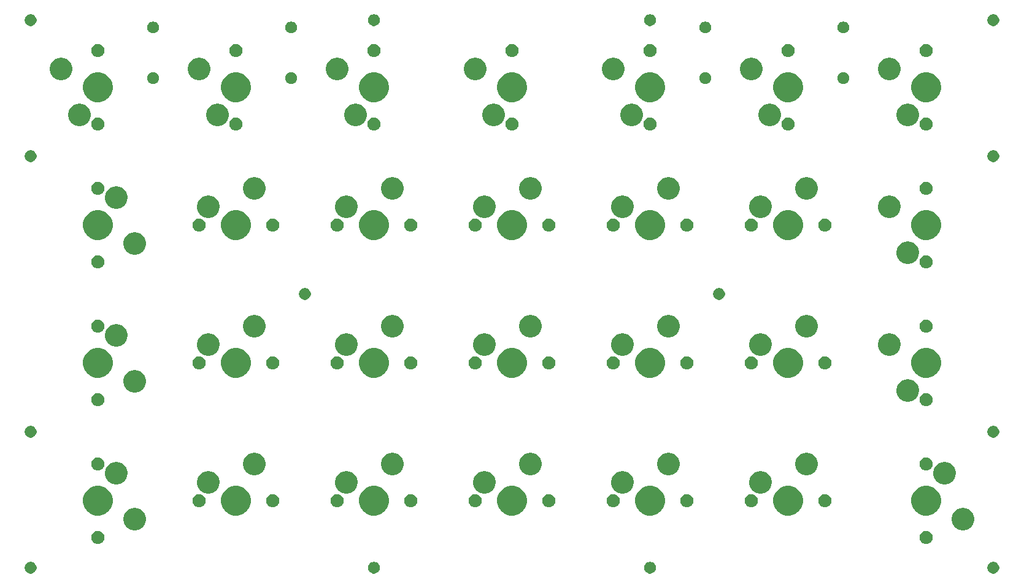
<source format=gts>
G04 #@! TF.GenerationSoftware,KiCad,Pcbnew,5.0.1-33cea8e~68~ubuntu18.04.1*
G04 #@! TF.CreationDate,2018-10-28T16:56:34+09:00*
G04 #@! TF.ProjectId,modulo-ergo42,6D6F64756C6F2D6572676F34322E6B69,rev?*
G04 #@! TF.SameCoordinates,Original*
G04 #@! TF.FileFunction,Soldermask,Top*
G04 #@! TF.FilePolarity,Negative*
%FSLAX46Y46*%
G04 Gerber Fmt 4.6, Leading zero omitted, Abs format (unit mm)*
G04 Created by KiCad (PCBNEW 5.0.1-33cea8e~68~ubuntu18.04.1) date 2018年10月28日 16時56分34秒*
%MOMM*%
%LPD*%
G01*
G04 APERTURE LIST*
%ADD10C,0.100000*%
G04 APERTURE END LIST*
D10*
G36*
X142477142Y-111359242D02*
X142625102Y-111420530D01*
X142758258Y-111509502D01*
X142871498Y-111622742D01*
X142960470Y-111755898D01*
X143021758Y-111903858D01*
X143053000Y-112060925D01*
X143053000Y-112221075D01*
X143021758Y-112378142D01*
X142960470Y-112526102D01*
X142871498Y-112659258D01*
X142758258Y-112772498D01*
X142625102Y-112861470D01*
X142477142Y-112922758D01*
X142320075Y-112954000D01*
X142159925Y-112954000D01*
X142002858Y-112922758D01*
X141854898Y-112861470D01*
X141721742Y-112772498D01*
X141608502Y-112659258D01*
X141519530Y-112526102D01*
X141458242Y-112378142D01*
X141427000Y-112221075D01*
X141427000Y-112060925D01*
X141458242Y-111903858D01*
X141519530Y-111755898D01*
X141608502Y-111622742D01*
X141721742Y-111509502D01*
X141854898Y-111420530D01*
X142002858Y-111359242D01*
X142159925Y-111328000D01*
X142320075Y-111328000D01*
X142477142Y-111359242D01*
X142477142Y-111359242D01*
G37*
G36*
X189848142Y-111359242D02*
X189996102Y-111420530D01*
X190129258Y-111509502D01*
X190242498Y-111622742D01*
X190331470Y-111755898D01*
X190392758Y-111903858D01*
X190424000Y-112060925D01*
X190424000Y-112221075D01*
X190392758Y-112378142D01*
X190331470Y-112526102D01*
X190242498Y-112659258D01*
X190129258Y-112772498D01*
X189996102Y-112861470D01*
X189848142Y-112922758D01*
X189691075Y-112954000D01*
X189530925Y-112954000D01*
X189373858Y-112922758D01*
X189225898Y-112861470D01*
X189092742Y-112772498D01*
X188979502Y-112659258D01*
X188890530Y-112526102D01*
X188829242Y-112378142D01*
X188798000Y-112221075D01*
X188798000Y-112060925D01*
X188829242Y-111903858D01*
X188890530Y-111755898D01*
X188979502Y-111622742D01*
X189092742Y-111509502D01*
X189225898Y-111420530D01*
X189373858Y-111359242D01*
X189530925Y-111328000D01*
X189691075Y-111328000D01*
X189848142Y-111359242D01*
X189848142Y-111359242D01*
G37*
G36*
X57006142Y-111359242D02*
X57154102Y-111420530D01*
X57287258Y-111509502D01*
X57400498Y-111622742D01*
X57489470Y-111755898D01*
X57550758Y-111903858D01*
X57582000Y-112060925D01*
X57582000Y-112221075D01*
X57550758Y-112378142D01*
X57489470Y-112526102D01*
X57400498Y-112659258D01*
X57287258Y-112772498D01*
X57154102Y-112861470D01*
X57006142Y-112922758D01*
X56849075Y-112954000D01*
X56688925Y-112954000D01*
X56531858Y-112922758D01*
X56383898Y-112861470D01*
X56250742Y-112772498D01*
X56137502Y-112659258D01*
X56048530Y-112526102D01*
X55987242Y-112378142D01*
X55956000Y-112221075D01*
X55956000Y-112060925D01*
X55987242Y-111903858D01*
X56048530Y-111755898D01*
X56137502Y-111622742D01*
X56250742Y-111509502D01*
X56383898Y-111420530D01*
X56531858Y-111359242D01*
X56688925Y-111328000D01*
X56849075Y-111328000D01*
X57006142Y-111359242D01*
X57006142Y-111359242D01*
G37*
G36*
X104377142Y-111359242D02*
X104525102Y-111420530D01*
X104658258Y-111509502D01*
X104771498Y-111622742D01*
X104860470Y-111755898D01*
X104921758Y-111903858D01*
X104953000Y-112060925D01*
X104953000Y-112221075D01*
X104921758Y-112378142D01*
X104860470Y-112526102D01*
X104771498Y-112659258D01*
X104658258Y-112772498D01*
X104525102Y-112861470D01*
X104377142Y-112922758D01*
X104220075Y-112954000D01*
X104059925Y-112954000D01*
X103902858Y-112922758D01*
X103754898Y-112861470D01*
X103621742Y-112772498D01*
X103508502Y-112659258D01*
X103419530Y-112526102D01*
X103358242Y-112378142D01*
X103327000Y-112221075D01*
X103327000Y-112060925D01*
X103358242Y-111903858D01*
X103419530Y-111755898D01*
X103508502Y-111622742D01*
X103621742Y-111509502D01*
X103754898Y-111420530D01*
X103902858Y-111359242D01*
X104059925Y-111328000D01*
X104220075Y-111328000D01*
X104377142Y-111359242D01*
X104377142Y-111359242D01*
G37*
G36*
X66244993Y-107071206D02*
X66303075Y-107082759D01*
X66351149Y-107102672D01*
X66467210Y-107150746D01*
X66614931Y-107249450D01*
X66740550Y-107375069D01*
X66839254Y-107522790D01*
X66907241Y-107686926D01*
X66941900Y-107861169D01*
X66941900Y-108038831D01*
X66907241Y-108213074D01*
X66839254Y-108377210D01*
X66740550Y-108524931D01*
X66614931Y-108650550D01*
X66467210Y-108749254D01*
X66351149Y-108797328D01*
X66303075Y-108817241D01*
X66244993Y-108828794D01*
X66128831Y-108851900D01*
X65951169Y-108851900D01*
X65835007Y-108828794D01*
X65776925Y-108817241D01*
X65728851Y-108797328D01*
X65612790Y-108749254D01*
X65465069Y-108650550D01*
X65339450Y-108524931D01*
X65240746Y-108377210D01*
X65172759Y-108213074D01*
X65138100Y-108038831D01*
X65138100Y-107861169D01*
X65172759Y-107686926D01*
X65240746Y-107522790D01*
X65339450Y-107375069D01*
X65465069Y-107249450D01*
X65612790Y-107150746D01*
X65728851Y-107102672D01*
X65776925Y-107082759D01*
X65835007Y-107071206D01*
X65951169Y-107048100D01*
X66128831Y-107048100D01*
X66244993Y-107071206D01*
X66244993Y-107071206D01*
G37*
G36*
X180544993Y-107071206D02*
X180603075Y-107082759D01*
X180651149Y-107102672D01*
X180767210Y-107150746D01*
X180914931Y-107249450D01*
X181040550Y-107375069D01*
X181139254Y-107522790D01*
X181207241Y-107686926D01*
X181241900Y-107861169D01*
X181241900Y-108038831D01*
X181207241Y-108213074D01*
X181139254Y-108377210D01*
X181040550Y-108524931D01*
X180914931Y-108650550D01*
X180767210Y-108749254D01*
X180651149Y-108797328D01*
X180603075Y-108817241D01*
X180544993Y-108828794D01*
X180428831Y-108851900D01*
X180251169Y-108851900D01*
X180135007Y-108828794D01*
X180076925Y-108817241D01*
X180028851Y-108797328D01*
X179912790Y-108749254D01*
X179765069Y-108650550D01*
X179639450Y-108524931D01*
X179540746Y-108377210D01*
X179472759Y-108213074D01*
X179438100Y-108038831D01*
X179438100Y-107861169D01*
X179472759Y-107686926D01*
X179540746Y-107522790D01*
X179639450Y-107375069D01*
X179765069Y-107249450D01*
X179912790Y-107150746D01*
X180028851Y-107102672D01*
X180076925Y-107082759D01*
X180135007Y-107071206D01*
X180251169Y-107048100D01*
X180428831Y-107048100D01*
X180544993Y-107071206D01*
X180544993Y-107071206D01*
G37*
G36*
X185772527Y-103898736D02*
X185872410Y-103918604D01*
X186154674Y-104035521D01*
X186408705Y-104205259D01*
X186624741Y-104421295D01*
X186794479Y-104675326D01*
X186911396Y-104957590D01*
X186971000Y-105257240D01*
X186971000Y-105562760D01*
X186911396Y-105862410D01*
X186794479Y-106144674D01*
X186624741Y-106398705D01*
X186408705Y-106614741D01*
X186154674Y-106784479D01*
X185872410Y-106901396D01*
X185772527Y-106921264D01*
X185572762Y-106961000D01*
X185267238Y-106961000D01*
X185067473Y-106921264D01*
X184967590Y-106901396D01*
X184685326Y-106784479D01*
X184431295Y-106614741D01*
X184215259Y-106398705D01*
X184045521Y-106144674D01*
X183928604Y-105862410D01*
X183869000Y-105562760D01*
X183869000Y-105257240D01*
X183928604Y-104957590D01*
X184045521Y-104675326D01*
X184215259Y-104421295D01*
X184431295Y-104205259D01*
X184685326Y-104035521D01*
X184967590Y-103918604D01*
X185067473Y-103898736D01*
X185267238Y-103859000D01*
X185572762Y-103859000D01*
X185772527Y-103898736D01*
X185772527Y-103898736D01*
G37*
G36*
X71472527Y-103898736D02*
X71572410Y-103918604D01*
X71854674Y-104035521D01*
X72108705Y-104205259D01*
X72324741Y-104421295D01*
X72494479Y-104675326D01*
X72611396Y-104957590D01*
X72671000Y-105257240D01*
X72671000Y-105562760D01*
X72611396Y-105862410D01*
X72494479Y-106144674D01*
X72324741Y-106398705D01*
X72108705Y-106614741D01*
X71854674Y-106784479D01*
X71572410Y-106901396D01*
X71472527Y-106921264D01*
X71272762Y-106961000D01*
X70967238Y-106961000D01*
X70767473Y-106921264D01*
X70667590Y-106901396D01*
X70385326Y-106784479D01*
X70131295Y-106614741D01*
X69915259Y-106398705D01*
X69745521Y-106144674D01*
X69628604Y-105862410D01*
X69569000Y-105562760D01*
X69569000Y-105257240D01*
X69628604Y-104957590D01*
X69745521Y-104675326D01*
X69915259Y-104421295D01*
X70131295Y-104205259D01*
X70385326Y-104035521D01*
X70667590Y-103918604D01*
X70767473Y-103898736D01*
X70967238Y-103859000D01*
X71272762Y-103859000D01*
X71472527Y-103898736D01*
X71472527Y-103898736D01*
G37*
G36*
X66636472Y-100903684D02*
X66636474Y-100903685D01*
X66636475Y-100903685D01*
X67008623Y-101057833D01*
X67343548Y-101281623D01*
X67628377Y-101566452D01*
X67852167Y-101901377D01*
X67922322Y-102070747D01*
X68006316Y-102273528D01*
X68084900Y-102668594D01*
X68084900Y-103071406D01*
X68010601Y-103444931D01*
X68006315Y-103466475D01*
X67852167Y-103838623D01*
X67628377Y-104173548D01*
X67343548Y-104458377D01*
X67008623Y-104682167D01*
X66636475Y-104836315D01*
X66636474Y-104836315D01*
X66636472Y-104836316D01*
X66241406Y-104914900D01*
X65838594Y-104914900D01*
X65443528Y-104836316D01*
X65443526Y-104836315D01*
X65443525Y-104836315D01*
X65071377Y-104682167D01*
X64736452Y-104458377D01*
X64451623Y-104173548D01*
X64227833Y-103838623D01*
X64073685Y-103466475D01*
X64069400Y-103444931D01*
X63995100Y-103071406D01*
X63995100Y-102668594D01*
X64073684Y-102273528D01*
X64157678Y-102070747D01*
X64227833Y-101901377D01*
X64451623Y-101566452D01*
X64736452Y-101281623D01*
X65071377Y-101057833D01*
X65443525Y-100903685D01*
X65443526Y-100903685D01*
X65443528Y-100903684D01*
X65838594Y-100825100D01*
X66241406Y-100825100D01*
X66636472Y-100903684D01*
X66636472Y-100903684D01*
G37*
G36*
X85686472Y-100903684D02*
X85686474Y-100903685D01*
X85686475Y-100903685D01*
X86058623Y-101057833D01*
X86393548Y-101281623D01*
X86678377Y-101566452D01*
X86902167Y-101901377D01*
X86972322Y-102070747D01*
X87056316Y-102273528D01*
X87134900Y-102668594D01*
X87134900Y-103071406D01*
X87060601Y-103444931D01*
X87056315Y-103466475D01*
X86902167Y-103838623D01*
X86678377Y-104173548D01*
X86393548Y-104458377D01*
X86058623Y-104682167D01*
X85686475Y-104836315D01*
X85686474Y-104836315D01*
X85686472Y-104836316D01*
X85291406Y-104914900D01*
X84888594Y-104914900D01*
X84493528Y-104836316D01*
X84493526Y-104836315D01*
X84493525Y-104836315D01*
X84121377Y-104682167D01*
X83786452Y-104458377D01*
X83501623Y-104173548D01*
X83277833Y-103838623D01*
X83123685Y-103466475D01*
X83119400Y-103444931D01*
X83045100Y-103071406D01*
X83045100Y-102668594D01*
X83123684Y-102273528D01*
X83207678Y-102070747D01*
X83277833Y-101901377D01*
X83501623Y-101566452D01*
X83786452Y-101281623D01*
X84121377Y-101057833D01*
X84493525Y-100903685D01*
X84493526Y-100903685D01*
X84493528Y-100903684D01*
X84888594Y-100825100D01*
X85291406Y-100825100D01*
X85686472Y-100903684D01*
X85686472Y-100903684D01*
G37*
G36*
X104736472Y-100903684D02*
X104736474Y-100903685D01*
X104736475Y-100903685D01*
X105108623Y-101057833D01*
X105443548Y-101281623D01*
X105728377Y-101566452D01*
X105952167Y-101901377D01*
X106022322Y-102070747D01*
X106106316Y-102273528D01*
X106184900Y-102668594D01*
X106184900Y-103071406D01*
X106110601Y-103444931D01*
X106106315Y-103466475D01*
X105952167Y-103838623D01*
X105728377Y-104173548D01*
X105443548Y-104458377D01*
X105108623Y-104682167D01*
X104736475Y-104836315D01*
X104736474Y-104836315D01*
X104736472Y-104836316D01*
X104341406Y-104914900D01*
X103938594Y-104914900D01*
X103543528Y-104836316D01*
X103543526Y-104836315D01*
X103543525Y-104836315D01*
X103171377Y-104682167D01*
X102836452Y-104458377D01*
X102551623Y-104173548D01*
X102327833Y-103838623D01*
X102173685Y-103466475D01*
X102169400Y-103444931D01*
X102095100Y-103071406D01*
X102095100Y-102668594D01*
X102173684Y-102273528D01*
X102257678Y-102070747D01*
X102327833Y-101901377D01*
X102551623Y-101566452D01*
X102836452Y-101281623D01*
X103171377Y-101057833D01*
X103543525Y-100903685D01*
X103543526Y-100903685D01*
X103543528Y-100903684D01*
X103938594Y-100825100D01*
X104341406Y-100825100D01*
X104736472Y-100903684D01*
X104736472Y-100903684D01*
G37*
G36*
X123786472Y-100903684D02*
X123786474Y-100903685D01*
X123786475Y-100903685D01*
X124158623Y-101057833D01*
X124493548Y-101281623D01*
X124778377Y-101566452D01*
X125002167Y-101901377D01*
X125072322Y-102070747D01*
X125156316Y-102273528D01*
X125234900Y-102668594D01*
X125234900Y-103071406D01*
X125160601Y-103444931D01*
X125156315Y-103466475D01*
X125002167Y-103838623D01*
X124778377Y-104173548D01*
X124493548Y-104458377D01*
X124158623Y-104682167D01*
X123786475Y-104836315D01*
X123786474Y-104836315D01*
X123786472Y-104836316D01*
X123391406Y-104914900D01*
X122988594Y-104914900D01*
X122593528Y-104836316D01*
X122593526Y-104836315D01*
X122593525Y-104836315D01*
X122221377Y-104682167D01*
X121886452Y-104458377D01*
X121601623Y-104173548D01*
X121377833Y-103838623D01*
X121223685Y-103466475D01*
X121219400Y-103444931D01*
X121145100Y-103071406D01*
X121145100Y-102668594D01*
X121223684Y-102273528D01*
X121307678Y-102070747D01*
X121377833Y-101901377D01*
X121601623Y-101566452D01*
X121886452Y-101281623D01*
X122221377Y-101057833D01*
X122593525Y-100903685D01*
X122593526Y-100903685D01*
X122593528Y-100903684D01*
X122988594Y-100825100D01*
X123391406Y-100825100D01*
X123786472Y-100903684D01*
X123786472Y-100903684D01*
G37*
G36*
X142836472Y-100903684D02*
X142836474Y-100903685D01*
X142836475Y-100903685D01*
X143208623Y-101057833D01*
X143543548Y-101281623D01*
X143828377Y-101566452D01*
X144052167Y-101901377D01*
X144122322Y-102070747D01*
X144206316Y-102273528D01*
X144284900Y-102668594D01*
X144284900Y-103071406D01*
X144210601Y-103444931D01*
X144206315Y-103466475D01*
X144052167Y-103838623D01*
X143828377Y-104173548D01*
X143543548Y-104458377D01*
X143208623Y-104682167D01*
X142836475Y-104836315D01*
X142836474Y-104836315D01*
X142836472Y-104836316D01*
X142441406Y-104914900D01*
X142038594Y-104914900D01*
X141643528Y-104836316D01*
X141643526Y-104836315D01*
X141643525Y-104836315D01*
X141271377Y-104682167D01*
X140936452Y-104458377D01*
X140651623Y-104173548D01*
X140427833Y-103838623D01*
X140273685Y-103466475D01*
X140269400Y-103444931D01*
X140195100Y-103071406D01*
X140195100Y-102668594D01*
X140273684Y-102273528D01*
X140357678Y-102070747D01*
X140427833Y-101901377D01*
X140651623Y-101566452D01*
X140936452Y-101281623D01*
X141271377Y-101057833D01*
X141643525Y-100903685D01*
X141643526Y-100903685D01*
X141643528Y-100903684D01*
X142038594Y-100825100D01*
X142441406Y-100825100D01*
X142836472Y-100903684D01*
X142836472Y-100903684D01*
G37*
G36*
X161886472Y-100903684D02*
X161886474Y-100903685D01*
X161886475Y-100903685D01*
X162258623Y-101057833D01*
X162593548Y-101281623D01*
X162878377Y-101566452D01*
X163102167Y-101901377D01*
X163172322Y-102070747D01*
X163256316Y-102273528D01*
X163334900Y-102668594D01*
X163334900Y-103071406D01*
X163260601Y-103444931D01*
X163256315Y-103466475D01*
X163102167Y-103838623D01*
X162878377Y-104173548D01*
X162593548Y-104458377D01*
X162258623Y-104682167D01*
X161886475Y-104836315D01*
X161886474Y-104836315D01*
X161886472Y-104836316D01*
X161491406Y-104914900D01*
X161088594Y-104914900D01*
X160693528Y-104836316D01*
X160693526Y-104836315D01*
X160693525Y-104836315D01*
X160321377Y-104682167D01*
X159986452Y-104458377D01*
X159701623Y-104173548D01*
X159477833Y-103838623D01*
X159323685Y-103466475D01*
X159319400Y-103444931D01*
X159245100Y-103071406D01*
X159245100Y-102668594D01*
X159323684Y-102273528D01*
X159407678Y-102070747D01*
X159477833Y-101901377D01*
X159701623Y-101566452D01*
X159986452Y-101281623D01*
X160321377Y-101057833D01*
X160693525Y-100903685D01*
X160693526Y-100903685D01*
X160693528Y-100903684D01*
X161088594Y-100825100D01*
X161491406Y-100825100D01*
X161886472Y-100903684D01*
X161886472Y-100903684D01*
G37*
G36*
X180936472Y-100903684D02*
X180936474Y-100903685D01*
X180936475Y-100903685D01*
X181308623Y-101057833D01*
X181643548Y-101281623D01*
X181928377Y-101566452D01*
X182152167Y-101901377D01*
X182222322Y-102070747D01*
X182306316Y-102273528D01*
X182384900Y-102668594D01*
X182384900Y-103071406D01*
X182310601Y-103444931D01*
X182306315Y-103466475D01*
X182152167Y-103838623D01*
X181928377Y-104173548D01*
X181643548Y-104458377D01*
X181308623Y-104682167D01*
X180936475Y-104836315D01*
X180936474Y-104836315D01*
X180936472Y-104836316D01*
X180541406Y-104914900D01*
X180138594Y-104914900D01*
X179743528Y-104836316D01*
X179743526Y-104836315D01*
X179743525Y-104836315D01*
X179371377Y-104682167D01*
X179036452Y-104458377D01*
X178751623Y-104173548D01*
X178527833Y-103838623D01*
X178373685Y-103466475D01*
X178369400Y-103444931D01*
X178295100Y-103071406D01*
X178295100Y-102668594D01*
X178373684Y-102273528D01*
X178457678Y-102070747D01*
X178527833Y-101901377D01*
X178751623Y-101566452D01*
X179036452Y-101281623D01*
X179371377Y-101057833D01*
X179743525Y-100903685D01*
X179743526Y-100903685D01*
X179743528Y-100903684D01*
X180138594Y-100825100D01*
X180541406Y-100825100D01*
X180936472Y-100903684D01*
X180936472Y-100903684D01*
G37*
G36*
X99264993Y-101991206D02*
X99323075Y-102002759D01*
X99371149Y-102022672D01*
X99487210Y-102070746D01*
X99634931Y-102169450D01*
X99760550Y-102295069D01*
X99859254Y-102442790D01*
X99927241Y-102606926D01*
X99961900Y-102781169D01*
X99961900Y-102958831D01*
X99927241Y-103133074D01*
X99859254Y-103297210D01*
X99760550Y-103444931D01*
X99634931Y-103570550D01*
X99487210Y-103669254D01*
X99371149Y-103717328D01*
X99323075Y-103737241D01*
X99264993Y-103748794D01*
X99148831Y-103771900D01*
X98971169Y-103771900D01*
X98855007Y-103748794D01*
X98796925Y-103737241D01*
X98748851Y-103717328D01*
X98632790Y-103669254D01*
X98485069Y-103570550D01*
X98359450Y-103444931D01*
X98260746Y-103297210D01*
X98192759Y-103133074D01*
X98158100Y-102958831D01*
X98158100Y-102781169D01*
X98192759Y-102606926D01*
X98260746Y-102442790D01*
X98359450Y-102295069D01*
X98485069Y-102169450D01*
X98632790Y-102070746D01*
X98748851Y-102022672D01*
X98796925Y-102002759D01*
X98855007Y-101991206D01*
X98971169Y-101968100D01*
X99148831Y-101968100D01*
X99264993Y-101991206D01*
X99264993Y-101991206D01*
G37*
G36*
X80214993Y-101991206D02*
X80273075Y-102002759D01*
X80321149Y-102022672D01*
X80437210Y-102070746D01*
X80584931Y-102169450D01*
X80710550Y-102295069D01*
X80809254Y-102442790D01*
X80877241Y-102606926D01*
X80911900Y-102781169D01*
X80911900Y-102958831D01*
X80877241Y-103133074D01*
X80809254Y-103297210D01*
X80710550Y-103444931D01*
X80584931Y-103570550D01*
X80437210Y-103669254D01*
X80321149Y-103717328D01*
X80273075Y-103737241D01*
X80214993Y-103748794D01*
X80098831Y-103771900D01*
X79921169Y-103771900D01*
X79805007Y-103748794D01*
X79746925Y-103737241D01*
X79698851Y-103717328D01*
X79582790Y-103669254D01*
X79435069Y-103570550D01*
X79309450Y-103444931D01*
X79210746Y-103297210D01*
X79142759Y-103133074D01*
X79108100Y-102958831D01*
X79108100Y-102781169D01*
X79142759Y-102606926D01*
X79210746Y-102442790D01*
X79309450Y-102295069D01*
X79435069Y-102169450D01*
X79582790Y-102070746D01*
X79698851Y-102022672D01*
X79746925Y-102002759D01*
X79805007Y-101991206D01*
X79921169Y-101968100D01*
X80098831Y-101968100D01*
X80214993Y-101991206D01*
X80214993Y-101991206D01*
G37*
G36*
X118314993Y-101991206D02*
X118373075Y-102002759D01*
X118421149Y-102022672D01*
X118537210Y-102070746D01*
X118684931Y-102169450D01*
X118810550Y-102295069D01*
X118909254Y-102442790D01*
X118977241Y-102606926D01*
X119011900Y-102781169D01*
X119011900Y-102958831D01*
X118977241Y-103133074D01*
X118909254Y-103297210D01*
X118810550Y-103444931D01*
X118684931Y-103570550D01*
X118537210Y-103669254D01*
X118421149Y-103717328D01*
X118373075Y-103737241D01*
X118314993Y-103748794D01*
X118198831Y-103771900D01*
X118021169Y-103771900D01*
X117905007Y-103748794D01*
X117846925Y-103737241D01*
X117798851Y-103717328D01*
X117682790Y-103669254D01*
X117535069Y-103570550D01*
X117409450Y-103444931D01*
X117310746Y-103297210D01*
X117242759Y-103133074D01*
X117208100Y-102958831D01*
X117208100Y-102781169D01*
X117242759Y-102606926D01*
X117310746Y-102442790D01*
X117409450Y-102295069D01*
X117535069Y-102169450D01*
X117682790Y-102070746D01*
X117798851Y-102022672D01*
X117846925Y-102002759D01*
X117905007Y-101991206D01*
X118021169Y-101968100D01*
X118198831Y-101968100D01*
X118314993Y-101991206D01*
X118314993Y-101991206D01*
G37*
G36*
X90374993Y-101991206D02*
X90433075Y-102002759D01*
X90481149Y-102022672D01*
X90597210Y-102070746D01*
X90744931Y-102169450D01*
X90870550Y-102295069D01*
X90969254Y-102442790D01*
X91037241Y-102606926D01*
X91071900Y-102781169D01*
X91071900Y-102958831D01*
X91037241Y-103133074D01*
X90969254Y-103297210D01*
X90870550Y-103444931D01*
X90744931Y-103570550D01*
X90597210Y-103669254D01*
X90481149Y-103717328D01*
X90433075Y-103737241D01*
X90374993Y-103748794D01*
X90258831Y-103771900D01*
X90081169Y-103771900D01*
X89965007Y-103748794D01*
X89906925Y-103737241D01*
X89858851Y-103717328D01*
X89742790Y-103669254D01*
X89595069Y-103570550D01*
X89469450Y-103444931D01*
X89370746Y-103297210D01*
X89302759Y-103133074D01*
X89268100Y-102958831D01*
X89268100Y-102781169D01*
X89302759Y-102606926D01*
X89370746Y-102442790D01*
X89469450Y-102295069D01*
X89595069Y-102169450D01*
X89742790Y-102070746D01*
X89858851Y-102022672D01*
X89906925Y-102002759D01*
X89965007Y-101991206D01*
X90081169Y-101968100D01*
X90258831Y-101968100D01*
X90374993Y-101991206D01*
X90374993Y-101991206D01*
G37*
G36*
X166574993Y-101991206D02*
X166633075Y-102002759D01*
X166681149Y-102022672D01*
X166797210Y-102070746D01*
X166944931Y-102169450D01*
X167070550Y-102295069D01*
X167169254Y-102442790D01*
X167237241Y-102606926D01*
X167271900Y-102781169D01*
X167271900Y-102958831D01*
X167237241Y-103133074D01*
X167169254Y-103297210D01*
X167070550Y-103444931D01*
X166944931Y-103570550D01*
X166797210Y-103669254D01*
X166681149Y-103717328D01*
X166633075Y-103737241D01*
X166574993Y-103748794D01*
X166458831Y-103771900D01*
X166281169Y-103771900D01*
X166165007Y-103748794D01*
X166106925Y-103737241D01*
X166058851Y-103717328D01*
X165942790Y-103669254D01*
X165795069Y-103570550D01*
X165669450Y-103444931D01*
X165570746Y-103297210D01*
X165502759Y-103133074D01*
X165468100Y-102958831D01*
X165468100Y-102781169D01*
X165502759Y-102606926D01*
X165570746Y-102442790D01*
X165669450Y-102295069D01*
X165795069Y-102169450D01*
X165942790Y-102070746D01*
X166058851Y-102022672D01*
X166106925Y-102002759D01*
X166165007Y-101991206D01*
X166281169Y-101968100D01*
X166458831Y-101968100D01*
X166574993Y-101991206D01*
X166574993Y-101991206D01*
G37*
G36*
X137364993Y-101991206D02*
X137423075Y-102002759D01*
X137471149Y-102022672D01*
X137587210Y-102070746D01*
X137734931Y-102169450D01*
X137860550Y-102295069D01*
X137959254Y-102442790D01*
X138027241Y-102606926D01*
X138061900Y-102781169D01*
X138061900Y-102958831D01*
X138027241Y-103133074D01*
X137959254Y-103297210D01*
X137860550Y-103444931D01*
X137734931Y-103570550D01*
X137587210Y-103669254D01*
X137471149Y-103717328D01*
X137423075Y-103737241D01*
X137364993Y-103748794D01*
X137248831Y-103771900D01*
X137071169Y-103771900D01*
X136955007Y-103748794D01*
X136896925Y-103737241D01*
X136848851Y-103717328D01*
X136732790Y-103669254D01*
X136585069Y-103570550D01*
X136459450Y-103444931D01*
X136360746Y-103297210D01*
X136292759Y-103133074D01*
X136258100Y-102958831D01*
X136258100Y-102781169D01*
X136292759Y-102606926D01*
X136360746Y-102442790D01*
X136459450Y-102295069D01*
X136585069Y-102169450D01*
X136732790Y-102070746D01*
X136848851Y-102022672D01*
X136896925Y-102002759D01*
X136955007Y-101991206D01*
X137071169Y-101968100D01*
X137248831Y-101968100D01*
X137364993Y-101991206D01*
X137364993Y-101991206D01*
G37*
G36*
X147524993Y-101991206D02*
X147583075Y-102002759D01*
X147631149Y-102022672D01*
X147747210Y-102070746D01*
X147894931Y-102169450D01*
X148020550Y-102295069D01*
X148119254Y-102442790D01*
X148187241Y-102606926D01*
X148221900Y-102781169D01*
X148221900Y-102958831D01*
X148187241Y-103133074D01*
X148119254Y-103297210D01*
X148020550Y-103444931D01*
X147894931Y-103570550D01*
X147747210Y-103669254D01*
X147631149Y-103717328D01*
X147583075Y-103737241D01*
X147524993Y-103748794D01*
X147408831Y-103771900D01*
X147231169Y-103771900D01*
X147115007Y-103748794D01*
X147056925Y-103737241D01*
X147008851Y-103717328D01*
X146892790Y-103669254D01*
X146745069Y-103570550D01*
X146619450Y-103444931D01*
X146520746Y-103297210D01*
X146452759Y-103133074D01*
X146418100Y-102958831D01*
X146418100Y-102781169D01*
X146452759Y-102606926D01*
X146520746Y-102442790D01*
X146619450Y-102295069D01*
X146745069Y-102169450D01*
X146892790Y-102070746D01*
X147008851Y-102022672D01*
X147056925Y-102002759D01*
X147115007Y-101991206D01*
X147231169Y-101968100D01*
X147408831Y-101968100D01*
X147524993Y-101991206D01*
X147524993Y-101991206D01*
G37*
G36*
X128474993Y-101991206D02*
X128533075Y-102002759D01*
X128581149Y-102022672D01*
X128697210Y-102070746D01*
X128844931Y-102169450D01*
X128970550Y-102295069D01*
X129069254Y-102442790D01*
X129137241Y-102606926D01*
X129171900Y-102781169D01*
X129171900Y-102958831D01*
X129137241Y-103133074D01*
X129069254Y-103297210D01*
X128970550Y-103444931D01*
X128844931Y-103570550D01*
X128697210Y-103669254D01*
X128581149Y-103717328D01*
X128533075Y-103737241D01*
X128474993Y-103748794D01*
X128358831Y-103771900D01*
X128181169Y-103771900D01*
X128065007Y-103748794D01*
X128006925Y-103737241D01*
X127958851Y-103717328D01*
X127842790Y-103669254D01*
X127695069Y-103570550D01*
X127569450Y-103444931D01*
X127470746Y-103297210D01*
X127402759Y-103133074D01*
X127368100Y-102958831D01*
X127368100Y-102781169D01*
X127402759Y-102606926D01*
X127470746Y-102442790D01*
X127569450Y-102295069D01*
X127695069Y-102169450D01*
X127842790Y-102070746D01*
X127958851Y-102022672D01*
X128006925Y-102002759D01*
X128065007Y-101991206D01*
X128181169Y-101968100D01*
X128358831Y-101968100D01*
X128474993Y-101991206D01*
X128474993Y-101991206D01*
G37*
G36*
X109424993Y-101991206D02*
X109483075Y-102002759D01*
X109531149Y-102022672D01*
X109647210Y-102070746D01*
X109794931Y-102169450D01*
X109920550Y-102295069D01*
X110019254Y-102442790D01*
X110087241Y-102606926D01*
X110121900Y-102781169D01*
X110121900Y-102958831D01*
X110087241Y-103133074D01*
X110019254Y-103297210D01*
X109920550Y-103444931D01*
X109794931Y-103570550D01*
X109647210Y-103669254D01*
X109531149Y-103717328D01*
X109483075Y-103737241D01*
X109424993Y-103748794D01*
X109308831Y-103771900D01*
X109131169Y-103771900D01*
X109015007Y-103748794D01*
X108956925Y-103737241D01*
X108908851Y-103717328D01*
X108792790Y-103669254D01*
X108645069Y-103570550D01*
X108519450Y-103444931D01*
X108420746Y-103297210D01*
X108352759Y-103133074D01*
X108318100Y-102958831D01*
X108318100Y-102781169D01*
X108352759Y-102606926D01*
X108420746Y-102442790D01*
X108519450Y-102295069D01*
X108645069Y-102169450D01*
X108792790Y-102070746D01*
X108908851Y-102022672D01*
X108956925Y-102002759D01*
X109015007Y-101991206D01*
X109131169Y-101968100D01*
X109308831Y-101968100D01*
X109424993Y-101991206D01*
X109424993Y-101991206D01*
G37*
G36*
X156414993Y-101991206D02*
X156473075Y-102002759D01*
X156521149Y-102022672D01*
X156637210Y-102070746D01*
X156784931Y-102169450D01*
X156910550Y-102295069D01*
X157009254Y-102442790D01*
X157077241Y-102606926D01*
X157111900Y-102781169D01*
X157111900Y-102958831D01*
X157077241Y-103133074D01*
X157009254Y-103297210D01*
X156910550Y-103444931D01*
X156784931Y-103570550D01*
X156637210Y-103669254D01*
X156521149Y-103717328D01*
X156473075Y-103737241D01*
X156414993Y-103748794D01*
X156298831Y-103771900D01*
X156121169Y-103771900D01*
X156005007Y-103748794D01*
X155946925Y-103737241D01*
X155898851Y-103717328D01*
X155782790Y-103669254D01*
X155635069Y-103570550D01*
X155509450Y-103444931D01*
X155410746Y-103297210D01*
X155342759Y-103133074D01*
X155308100Y-102958831D01*
X155308100Y-102781169D01*
X155342759Y-102606926D01*
X155410746Y-102442790D01*
X155509450Y-102295069D01*
X155635069Y-102169450D01*
X155782790Y-102070746D01*
X155898851Y-102022672D01*
X155946925Y-102002759D01*
X156005007Y-101991206D01*
X156121169Y-101968100D01*
X156298831Y-101968100D01*
X156414993Y-101991206D01*
X156414993Y-101991206D01*
G37*
G36*
X119732527Y-98818736D02*
X119832410Y-98838604D01*
X120114674Y-98955521D01*
X120368705Y-99125259D01*
X120584741Y-99341295D01*
X120754479Y-99595326D01*
X120837050Y-99794672D01*
X120871396Y-99877591D01*
X120931000Y-100177238D01*
X120931000Y-100482762D01*
X120905492Y-100611000D01*
X120871396Y-100782410D01*
X120754479Y-101064674D01*
X120584741Y-101318705D01*
X120368705Y-101534741D01*
X120114674Y-101704479D01*
X119832410Y-101821396D01*
X119732527Y-101841264D01*
X119532762Y-101881000D01*
X119227238Y-101881000D01*
X119027473Y-101841264D01*
X118927590Y-101821396D01*
X118645326Y-101704479D01*
X118391295Y-101534741D01*
X118175259Y-101318705D01*
X118005521Y-101064674D01*
X117888604Y-100782410D01*
X117854508Y-100611000D01*
X117829000Y-100482762D01*
X117829000Y-100177238D01*
X117888604Y-99877591D01*
X117922950Y-99794672D01*
X118005521Y-99595326D01*
X118175259Y-99341295D01*
X118391295Y-99125259D01*
X118645326Y-98955521D01*
X118927590Y-98838604D01*
X119027473Y-98818736D01*
X119227238Y-98779000D01*
X119532762Y-98779000D01*
X119732527Y-98818736D01*
X119732527Y-98818736D01*
G37*
G36*
X138782527Y-98818736D02*
X138882410Y-98838604D01*
X139164674Y-98955521D01*
X139418705Y-99125259D01*
X139634741Y-99341295D01*
X139804479Y-99595326D01*
X139887050Y-99794672D01*
X139921396Y-99877591D01*
X139981000Y-100177238D01*
X139981000Y-100482762D01*
X139955492Y-100611000D01*
X139921396Y-100782410D01*
X139804479Y-101064674D01*
X139634741Y-101318705D01*
X139418705Y-101534741D01*
X139164674Y-101704479D01*
X138882410Y-101821396D01*
X138782527Y-101841264D01*
X138582762Y-101881000D01*
X138277238Y-101881000D01*
X138077473Y-101841264D01*
X137977590Y-101821396D01*
X137695326Y-101704479D01*
X137441295Y-101534741D01*
X137225259Y-101318705D01*
X137055521Y-101064674D01*
X136938604Y-100782410D01*
X136904508Y-100611000D01*
X136879000Y-100482762D01*
X136879000Y-100177238D01*
X136938604Y-99877591D01*
X136972950Y-99794672D01*
X137055521Y-99595326D01*
X137225259Y-99341295D01*
X137441295Y-99125259D01*
X137695326Y-98955521D01*
X137977590Y-98838604D01*
X138077473Y-98818736D01*
X138277238Y-98779000D01*
X138582762Y-98779000D01*
X138782527Y-98818736D01*
X138782527Y-98818736D01*
G37*
G36*
X157832527Y-98818736D02*
X157932410Y-98838604D01*
X158214674Y-98955521D01*
X158468705Y-99125259D01*
X158684741Y-99341295D01*
X158854479Y-99595326D01*
X158937050Y-99794672D01*
X158971396Y-99877591D01*
X159031000Y-100177238D01*
X159031000Y-100482762D01*
X159005492Y-100611000D01*
X158971396Y-100782410D01*
X158854479Y-101064674D01*
X158684741Y-101318705D01*
X158468705Y-101534741D01*
X158214674Y-101704479D01*
X157932410Y-101821396D01*
X157832527Y-101841264D01*
X157632762Y-101881000D01*
X157327238Y-101881000D01*
X157127473Y-101841264D01*
X157027590Y-101821396D01*
X156745326Y-101704479D01*
X156491295Y-101534741D01*
X156275259Y-101318705D01*
X156105521Y-101064674D01*
X155988604Y-100782410D01*
X155954508Y-100611000D01*
X155929000Y-100482762D01*
X155929000Y-100177238D01*
X155988604Y-99877591D01*
X156022950Y-99794672D01*
X156105521Y-99595326D01*
X156275259Y-99341295D01*
X156491295Y-99125259D01*
X156745326Y-98955521D01*
X157027590Y-98838604D01*
X157127473Y-98818736D01*
X157327238Y-98779000D01*
X157632762Y-98779000D01*
X157832527Y-98818736D01*
X157832527Y-98818736D01*
G37*
G36*
X100682527Y-98818736D02*
X100782410Y-98838604D01*
X101064674Y-98955521D01*
X101318705Y-99125259D01*
X101534741Y-99341295D01*
X101704479Y-99595326D01*
X101787050Y-99794672D01*
X101821396Y-99877591D01*
X101881000Y-100177238D01*
X101881000Y-100482762D01*
X101855492Y-100611000D01*
X101821396Y-100782410D01*
X101704479Y-101064674D01*
X101534741Y-101318705D01*
X101318705Y-101534741D01*
X101064674Y-101704479D01*
X100782410Y-101821396D01*
X100682527Y-101841264D01*
X100482762Y-101881000D01*
X100177238Y-101881000D01*
X99977473Y-101841264D01*
X99877590Y-101821396D01*
X99595326Y-101704479D01*
X99341295Y-101534741D01*
X99125259Y-101318705D01*
X98955521Y-101064674D01*
X98838604Y-100782410D01*
X98804508Y-100611000D01*
X98779000Y-100482762D01*
X98779000Y-100177238D01*
X98838604Y-99877591D01*
X98872950Y-99794672D01*
X98955521Y-99595326D01*
X99125259Y-99341295D01*
X99341295Y-99125259D01*
X99595326Y-98955521D01*
X99877590Y-98838604D01*
X99977473Y-98818736D01*
X100177238Y-98779000D01*
X100482762Y-98779000D01*
X100682527Y-98818736D01*
X100682527Y-98818736D01*
G37*
G36*
X81632527Y-98818736D02*
X81732410Y-98838604D01*
X82014674Y-98955521D01*
X82268705Y-99125259D01*
X82484741Y-99341295D01*
X82654479Y-99595326D01*
X82737050Y-99794672D01*
X82771396Y-99877591D01*
X82831000Y-100177238D01*
X82831000Y-100482762D01*
X82805492Y-100611000D01*
X82771396Y-100782410D01*
X82654479Y-101064674D01*
X82484741Y-101318705D01*
X82268705Y-101534741D01*
X82014674Y-101704479D01*
X81732410Y-101821396D01*
X81632527Y-101841264D01*
X81432762Y-101881000D01*
X81127238Y-101881000D01*
X80927473Y-101841264D01*
X80827590Y-101821396D01*
X80545326Y-101704479D01*
X80291295Y-101534741D01*
X80075259Y-101318705D01*
X79905521Y-101064674D01*
X79788604Y-100782410D01*
X79754508Y-100611000D01*
X79729000Y-100482762D01*
X79729000Y-100177238D01*
X79788604Y-99877591D01*
X79822950Y-99794672D01*
X79905521Y-99595326D01*
X80075259Y-99341295D01*
X80291295Y-99125259D01*
X80545326Y-98955521D01*
X80827590Y-98838604D01*
X80927473Y-98818736D01*
X81127238Y-98779000D01*
X81432762Y-98779000D01*
X81632527Y-98818736D01*
X81632527Y-98818736D01*
G37*
G36*
X183232527Y-97548736D02*
X183332410Y-97568604D01*
X183614674Y-97685521D01*
X183868705Y-97855259D01*
X184084741Y-98071295D01*
X184254479Y-98325326D01*
X184363801Y-98589254D01*
X184371396Y-98607591D01*
X184431000Y-98907238D01*
X184431000Y-99212762D01*
X184405492Y-99341000D01*
X184371396Y-99512410D01*
X184254479Y-99794674D01*
X184084741Y-100048705D01*
X183868705Y-100264741D01*
X183614674Y-100434479D01*
X183332410Y-100551396D01*
X183232527Y-100571264D01*
X183032762Y-100611000D01*
X182727238Y-100611000D01*
X182527473Y-100571264D01*
X182427590Y-100551396D01*
X182145326Y-100434479D01*
X181891295Y-100264741D01*
X181675259Y-100048705D01*
X181505521Y-99794674D01*
X181388604Y-99512410D01*
X181354508Y-99341000D01*
X181329000Y-99212762D01*
X181329000Y-98907238D01*
X181388604Y-98607591D01*
X181396199Y-98589254D01*
X181505521Y-98325326D01*
X181675259Y-98071295D01*
X181891295Y-97855259D01*
X182145326Y-97685521D01*
X182427590Y-97568604D01*
X182527473Y-97548736D01*
X182727238Y-97509000D01*
X183032762Y-97509000D01*
X183232527Y-97548736D01*
X183232527Y-97548736D01*
G37*
G36*
X68932527Y-97548736D02*
X69032410Y-97568604D01*
X69314674Y-97685521D01*
X69568705Y-97855259D01*
X69784741Y-98071295D01*
X69954479Y-98325326D01*
X70063801Y-98589254D01*
X70071396Y-98607591D01*
X70131000Y-98907238D01*
X70131000Y-99212762D01*
X70105492Y-99341000D01*
X70071396Y-99512410D01*
X69954479Y-99794674D01*
X69784741Y-100048705D01*
X69568705Y-100264741D01*
X69314674Y-100434479D01*
X69032410Y-100551396D01*
X68932527Y-100571264D01*
X68732762Y-100611000D01*
X68427238Y-100611000D01*
X68227473Y-100571264D01*
X68127590Y-100551396D01*
X67845326Y-100434479D01*
X67591295Y-100264741D01*
X67375259Y-100048705D01*
X67205521Y-99794674D01*
X67088604Y-99512410D01*
X67054508Y-99341000D01*
X67029000Y-99212762D01*
X67029000Y-98907238D01*
X67088604Y-98607591D01*
X67096199Y-98589254D01*
X67205521Y-98325326D01*
X67375259Y-98071295D01*
X67591295Y-97855259D01*
X67845326Y-97685521D01*
X68127590Y-97568604D01*
X68227473Y-97548736D01*
X68427238Y-97509000D01*
X68732762Y-97509000D01*
X68932527Y-97548736D01*
X68932527Y-97548736D01*
G37*
G36*
X87982527Y-96278736D02*
X88082410Y-96298604D01*
X88364674Y-96415521D01*
X88618705Y-96585259D01*
X88834741Y-96801295D01*
X89004479Y-97055326D01*
X89121396Y-97337590D01*
X89141264Y-97437473D01*
X89167348Y-97568604D01*
X89181000Y-97637240D01*
X89181000Y-97942760D01*
X89121396Y-98242410D01*
X89004479Y-98524674D01*
X88834741Y-98778705D01*
X88618705Y-98994741D01*
X88364674Y-99164479D01*
X88082410Y-99281396D01*
X87982527Y-99301264D01*
X87782762Y-99341000D01*
X87477238Y-99341000D01*
X87277473Y-99301264D01*
X87177590Y-99281396D01*
X86895326Y-99164479D01*
X86641295Y-98994741D01*
X86425259Y-98778705D01*
X86255521Y-98524674D01*
X86138604Y-98242410D01*
X86079000Y-97942760D01*
X86079000Y-97637240D01*
X86092653Y-97568604D01*
X86118736Y-97437473D01*
X86138604Y-97337590D01*
X86255521Y-97055326D01*
X86425259Y-96801295D01*
X86641295Y-96585259D01*
X86895326Y-96415521D01*
X87177590Y-96298604D01*
X87277473Y-96278736D01*
X87477238Y-96239000D01*
X87782762Y-96239000D01*
X87982527Y-96278736D01*
X87982527Y-96278736D01*
G37*
G36*
X164182527Y-96278736D02*
X164282410Y-96298604D01*
X164564674Y-96415521D01*
X164818705Y-96585259D01*
X165034741Y-96801295D01*
X165204479Y-97055326D01*
X165321396Y-97337590D01*
X165341264Y-97437473D01*
X165367348Y-97568604D01*
X165381000Y-97637240D01*
X165381000Y-97942760D01*
X165321396Y-98242410D01*
X165204479Y-98524674D01*
X165034741Y-98778705D01*
X164818705Y-98994741D01*
X164564674Y-99164479D01*
X164282410Y-99281396D01*
X164182527Y-99301264D01*
X163982762Y-99341000D01*
X163677238Y-99341000D01*
X163477473Y-99301264D01*
X163377590Y-99281396D01*
X163095326Y-99164479D01*
X162841295Y-98994741D01*
X162625259Y-98778705D01*
X162455521Y-98524674D01*
X162338604Y-98242410D01*
X162279000Y-97942760D01*
X162279000Y-97637240D01*
X162292653Y-97568604D01*
X162318736Y-97437473D01*
X162338604Y-97337590D01*
X162455521Y-97055326D01*
X162625259Y-96801295D01*
X162841295Y-96585259D01*
X163095326Y-96415521D01*
X163377590Y-96298604D01*
X163477473Y-96278736D01*
X163677238Y-96239000D01*
X163982762Y-96239000D01*
X164182527Y-96278736D01*
X164182527Y-96278736D01*
G37*
G36*
X145132527Y-96278736D02*
X145232410Y-96298604D01*
X145514674Y-96415521D01*
X145768705Y-96585259D01*
X145984741Y-96801295D01*
X146154479Y-97055326D01*
X146271396Y-97337590D01*
X146291264Y-97437473D01*
X146317348Y-97568604D01*
X146331000Y-97637240D01*
X146331000Y-97942760D01*
X146271396Y-98242410D01*
X146154479Y-98524674D01*
X145984741Y-98778705D01*
X145768705Y-98994741D01*
X145514674Y-99164479D01*
X145232410Y-99281396D01*
X145132527Y-99301264D01*
X144932762Y-99341000D01*
X144627238Y-99341000D01*
X144427473Y-99301264D01*
X144327590Y-99281396D01*
X144045326Y-99164479D01*
X143791295Y-98994741D01*
X143575259Y-98778705D01*
X143405521Y-98524674D01*
X143288604Y-98242410D01*
X143229000Y-97942760D01*
X143229000Y-97637240D01*
X143242653Y-97568604D01*
X143268736Y-97437473D01*
X143288604Y-97337590D01*
X143405521Y-97055326D01*
X143575259Y-96801295D01*
X143791295Y-96585259D01*
X144045326Y-96415521D01*
X144327590Y-96298604D01*
X144427473Y-96278736D01*
X144627238Y-96239000D01*
X144932762Y-96239000D01*
X145132527Y-96278736D01*
X145132527Y-96278736D01*
G37*
G36*
X126082527Y-96278736D02*
X126182410Y-96298604D01*
X126464674Y-96415521D01*
X126718705Y-96585259D01*
X126934741Y-96801295D01*
X127104479Y-97055326D01*
X127221396Y-97337590D01*
X127241264Y-97437473D01*
X127267348Y-97568604D01*
X127281000Y-97637240D01*
X127281000Y-97942760D01*
X127221396Y-98242410D01*
X127104479Y-98524674D01*
X126934741Y-98778705D01*
X126718705Y-98994741D01*
X126464674Y-99164479D01*
X126182410Y-99281396D01*
X126082527Y-99301264D01*
X125882762Y-99341000D01*
X125577238Y-99341000D01*
X125377473Y-99301264D01*
X125277590Y-99281396D01*
X124995326Y-99164479D01*
X124741295Y-98994741D01*
X124525259Y-98778705D01*
X124355521Y-98524674D01*
X124238604Y-98242410D01*
X124179000Y-97942760D01*
X124179000Y-97637240D01*
X124192653Y-97568604D01*
X124218736Y-97437473D01*
X124238604Y-97337590D01*
X124355521Y-97055326D01*
X124525259Y-96801295D01*
X124741295Y-96585259D01*
X124995326Y-96415521D01*
X125277590Y-96298604D01*
X125377473Y-96278736D01*
X125577238Y-96239000D01*
X125882762Y-96239000D01*
X126082527Y-96278736D01*
X126082527Y-96278736D01*
G37*
G36*
X107032527Y-96278736D02*
X107132410Y-96298604D01*
X107414674Y-96415521D01*
X107668705Y-96585259D01*
X107884741Y-96801295D01*
X108054479Y-97055326D01*
X108171396Y-97337590D01*
X108191264Y-97437473D01*
X108217348Y-97568604D01*
X108231000Y-97637240D01*
X108231000Y-97942760D01*
X108171396Y-98242410D01*
X108054479Y-98524674D01*
X107884741Y-98778705D01*
X107668705Y-98994741D01*
X107414674Y-99164479D01*
X107132410Y-99281396D01*
X107032527Y-99301264D01*
X106832762Y-99341000D01*
X106527238Y-99341000D01*
X106327473Y-99301264D01*
X106227590Y-99281396D01*
X105945326Y-99164479D01*
X105691295Y-98994741D01*
X105475259Y-98778705D01*
X105305521Y-98524674D01*
X105188604Y-98242410D01*
X105129000Y-97942760D01*
X105129000Y-97637240D01*
X105142653Y-97568604D01*
X105168736Y-97437473D01*
X105188604Y-97337590D01*
X105305521Y-97055326D01*
X105475259Y-96801295D01*
X105691295Y-96585259D01*
X105945326Y-96415521D01*
X106227590Y-96298604D01*
X106327473Y-96278736D01*
X106527238Y-96239000D01*
X106832762Y-96239000D01*
X107032527Y-96278736D01*
X107032527Y-96278736D01*
G37*
G36*
X66244993Y-96911206D02*
X66303075Y-96922759D01*
X66351149Y-96942672D01*
X66467210Y-96990746D01*
X66614931Y-97089450D01*
X66740550Y-97215069D01*
X66839254Y-97362790D01*
X66887328Y-97478851D01*
X66907241Y-97526925D01*
X66941900Y-97701171D01*
X66941900Y-97878829D01*
X66907241Y-98053075D01*
X66899694Y-98071295D01*
X66839254Y-98217210D01*
X66740550Y-98364931D01*
X66614931Y-98490550D01*
X66467210Y-98589254D01*
X66351149Y-98637328D01*
X66303075Y-98657241D01*
X66244993Y-98668794D01*
X66128831Y-98691900D01*
X65951169Y-98691900D01*
X65835007Y-98668794D01*
X65776925Y-98657241D01*
X65728851Y-98637328D01*
X65612790Y-98589254D01*
X65465069Y-98490550D01*
X65339450Y-98364931D01*
X65240746Y-98217210D01*
X65180306Y-98071295D01*
X65172759Y-98053075D01*
X65138100Y-97878829D01*
X65138100Y-97701171D01*
X65172759Y-97526925D01*
X65192672Y-97478851D01*
X65240746Y-97362790D01*
X65339450Y-97215069D01*
X65465069Y-97089450D01*
X65612790Y-96990746D01*
X65728851Y-96942672D01*
X65776925Y-96922759D01*
X65835007Y-96911206D01*
X65951169Y-96888100D01*
X66128831Y-96888100D01*
X66244993Y-96911206D01*
X66244993Y-96911206D01*
G37*
G36*
X180544993Y-96911206D02*
X180603075Y-96922759D01*
X180651149Y-96942672D01*
X180767210Y-96990746D01*
X180914931Y-97089450D01*
X181040550Y-97215069D01*
X181139254Y-97362790D01*
X181187328Y-97478851D01*
X181207241Y-97526925D01*
X181241900Y-97701171D01*
X181241900Y-97878829D01*
X181207241Y-98053075D01*
X181199694Y-98071295D01*
X181139254Y-98217210D01*
X181040550Y-98364931D01*
X180914931Y-98490550D01*
X180767210Y-98589254D01*
X180651149Y-98637328D01*
X180603075Y-98657241D01*
X180544993Y-98668794D01*
X180428831Y-98691900D01*
X180251169Y-98691900D01*
X180135007Y-98668794D01*
X180076925Y-98657241D01*
X180028851Y-98637328D01*
X179912790Y-98589254D01*
X179765069Y-98490550D01*
X179639450Y-98364931D01*
X179540746Y-98217210D01*
X179480306Y-98071295D01*
X179472759Y-98053075D01*
X179438100Y-97878829D01*
X179438100Y-97701171D01*
X179472759Y-97526925D01*
X179492672Y-97478851D01*
X179540746Y-97362790D01*
X179639450Y-97215069D01*
X179765069Y-97089450D01*
X179912790Y-96990746D01*
X180028851Y-96942672D01*
X180076925Y-96922759D01*
X180135007Y-96911206D01*
X180251169Y-96888100D01*
X180428831Y-96888100D01*
X180544993Y-96911206D01*
X180544993Y-96911206D01*
G37*
G36*
X189848142Y-92563242D02*
X189996102Y-92624530D01*
X190129258Y-92713502D01*
X190242498Y-92826742D01*
X190331470Y-92959898D01*
X190392758Y-93107858D01*
X190424000Y-93264925D01*
X190424000Y-93425075D01*
X190392758Y-93582142D01*
X190331470Y-93730102D01*
X190242498Y-93863258D01*
X190129258Y-93976498D01*
X189996102Y-94065470D01*
X189848142Y-94126758D01*
X189691075Y-94158000D01*
X189530925Y-94158000D01*
X189373858Y-94126758D01*
X189225898Y-94065470D01*
X189092742Y-93976498D01*
X188979502Y-93863258D01*
X188890530Y-93730102D01*
X188829242Y-93582142D01*
X188798000Y-93425075D01*
X188798000Y-93264925D01*
X188829242Y-93107858D01*
X188890530Y-92959898D01*
X188979502Y-92826742D01*
X189092742Y-92713502D01*
X189225898Y-92624530D01*
X189373858Y-92563242D01*
X189530925Y-92532000D01*
X189691075Y-92532000D01*
X189848142Y-92563242D01*
X189848142Y-92563242D01*
G37*
G36*
X57006142Y-92563242D02*
X57154102Y-92624530D01*
X57287258Y-92713502D01*
X57400498Y-92826742D01*
X57489470Y-92959898D01*
X57550758Y-93107858D01*
X57582000Y-93264925D01*
X57582000Y-93425075D01*
X57550758Y-93582142D01*
X57489470Y-93730102D01*
X57400498Y-93863258D01*
X57287258Y-93976498D01*
X57154102Y-94065470D01*
X57006142Y-94126758D01*
X56849075Y-94158000D01*
X56688925Y-94158000D01*
X56531858Y-94126758D01*
X56383898Y-94065470D01*
X56250742Y-93976498D01*
X56137502Y-93863258D01*
X56048530Y-93730102D01*
X55987242Y-93582142D01*
X55956000Y-93425075D01*
X55956000Y-93264925D01*
X55987242Y-93107858D01*
X56048530Y-92959898D01*
X56137502Y-92826742D01*
X56250742Y-92713502D01*
X56383898Y-92624530D01*
X56531858Y-92563242D01*
X56688925Y-92532000D01*
X56849075Y-92532000D01*
X57006142Y-92563242D01*
X57006142Y-92563242D01*
G37*
G36*
X180544993Y-88021206D02*
X180603075Y-88032759D01*
X180651149Y-88052672D01*
X180767210Y-88100746D01*
X180914931Y-88199450D01*
X181040550Y-88325069D01*
X181139254Y-88472790D01*
X181187328Y-88588851D01*
X181199695Y-88618707D01*
X181207241Y-88636926D01*
X181241900Y-88811169D01*
X181241900Y-88988831D01*
X181207241Y-89163074D01*
X181139254Y-89327210D01*
X181040550Y-89474931D01*
X180914931Y-89600550D01*
X180767210Y-89699254D01*
X180651149Y-89747328D01*
X180603075Y-89767241D01*
X180544993Y-89778794D01*
X180428831Y-89801900D01*
X180251169Y-89801900D01*
X180135007Y-89778794D01*
X180076925Y-89767241D01*
X180028851Y-89747328D01*
X179912790Y-89699254D01*
X179765069Y-89600550D01*
X179639450Y-89474931D01*
X179540746Y-89327210D01*
X179472759Y-89163074D01*
X179438100Y-88988831D01*
X179438100Y-88811169D01*
X179472759Y-88636926D01*
X179480306Y-88618707D01*
X179492672Y-88588851D01*
X179540746Y-88472790D01*
X179639450Y-88325069D01*
X179765069Y-88199450D01*
X179912790Y-88100746D01*
X180028851Y-88052672D01*
X180076925Y-88032759D01*
X180135007Y-88021206D01*
X180251169Y-87998100D01*
X180428831Y-87998100D01*
X180544993Y-88021206D01*
X180544993Y-88021206D01*
G37*
G36*
X66244993Y-88021206D02*
X66303075Y-88032759D01*
X66351149Y-88052672D01*
X66467210Y-88100746D01*
X66614931Y-88199450D01*
X66740550Y-88325069D01*
X66839254Y-88472790D01*
X66887328Y-88588851D01*
X66899695Y-88618707D01*
X66907241Y-88636926D01*
X66941900Y-88811169D01*
X66941900Y-88988831D01*
X66907241Y-89163074D01*
X66839254Y-89327210D01*
X66740550Y-89474931D01*
X66614931Y-89600550D01*
X66467210Y-89699254D01*
X66351149Y-89747328D01*
X66303075Y-89767241D01*
X66244993Y-89778794D01*
X66128831Y-89801900D01*
X65951169Y-89801900D01*
X65835007Y-89778794D01*
X65776925Y-89767241D01*
X65728851Y-89747328D01*
X65612790Y-89699254D01*
X65465069Y-89600550D01*
X65339450Y-89474931D01*
X65240746Y-89327210D01*
X65172759Y-89163074D01*
X65138100Y-88988831D01*
X65138100Y-88811169D01*
X65172759Y-88636926D01*
X65180306Y-88618707D01*
X65192672Y-88588851D01*
X65240746Y-88472790D01*
X65339450Y-88325069D01*
X65465069Y-88199450D01*
X65612790Y-88100746D01*
X65728851Y-88052672D01*
X65776925Y-88032759D01*
X65835007Y-88021206D01*
X65951169Y-87998100D01*
X66128831Y-87998100D01*
X66244993Y-88021206D01*
X66244993Y-88021206D01*
G37*
G36*
X178152527Y-86118736D02*
X178252410Y-86138604D01*
X178534674Y-86255521D01*
X178788705Y-86425259D01*
X179004741Y-86641295D01*
X179174479Y-86895326D01*
X179257050Y-87094672D01*
X179291396Y-87177591D01*
X179351000Y-87477238D01*
X179351000Y-87782762D01*
X179325492Y-87911000D01*
X179291396Y-88082410D01*
X179174479Y-88364674D01*
X179004741Y-88618705D01*
X178788705Y-88834741D01*
X178534674Y-89004479D01*
X178252410Y-89121396D01*
X178152527Y-89141264D01*
X177952762Y-89181000D01*
X177647238Y-89181000D01*
X177447473Y-89141264D01*
X177347590Y-89121396D01*
X177065326Y-89004479D01*
X176811295Y-88834741D01*
X176595259Y-88618705D01*
X176425521Y-88364674D01*
X176308604Y-88082410D01*
X176274508Y-87911000D01*
X176249000Y-87782762D01*
X176249000Y-87477238D01*
X176308604Y-87177591D01*
X176342950Y-87094672D01*
X176425521Y-86895326D01*
X176595259Y-86641295D01*
X176811295Y-86425259D01*
X177065326Y-86255521D01*
X177347590Y-86138604D01*
X177447473Y-86118736D01*
X177647238Y-86079000D01*
X177952762Y-86079000D01*
X178152527Y-86118736D01*
X178152527Y-86118736D01*
G37*
G36*
X71472527Y-84848736D02*
X71572410Y-84868604D01*
X71854674Y-84985521D01*
X72108705Y-85155259D01*
X72324741Y-85371295D01*
X72494479Y-85625326D01*
X72593713Y-85864900D01*
X72611396Y-85907591D01*
X72657348Y-86138604D01*
X72671000Y-86207240D01*
X72671000Y-86512760D01*
X72611396Y-86812410D01*
X72494479Y-87094674D01*
X72324741Y-87348705D01*
X72108705Y-87564741D01*
X71854674Y-87734479D01*
X71572410Y-87851396D01*
X71472527Y-87871264D01*
X71272762Y-87911000D01*
X70967238Y-87911000D01*
X70767473Y-87871264D01*
X70667590Y-87851396D01*
X70385326Y-87734479D01*
X70131295Y-87564741D01*
X69915259Y-87348705D01*
X69745521Y-87094674D01*
X69628604Y-86812410D01*
X69569000Y-86512760D01*
X69569000Y-86207240D01*
X69582653Y-86138604D01*
X69628604Y-85907591D01*
X69646287Y-85864900D01*
X69745521Y-85625326D01*
X69915259Y-85371295D01*
X70131295Y-85155259D01*
X70385326Y-84985521D01*
X70667590Y-84868604D01*
X70767473Y-84848736D01*
X70967238Y-84809000D01*
X71272762Y-84809000D01*
X71472527Y-84848736D01*
X71472527Y-84848736D01*
G37*
G36*
X180936472Y-81853684D02*
X180936474Y-81853685D01*
X180936475Y-81853685D01*
X181308623Y-82007833D01*
X181643548Y-82231623D01*
X181928377Y-82516452D01*
X182152167Y-82851377D01*
X182222322Y-83020747D01*
X182306316Y-83223528D01*
X182384900Y-83618594D01*
X182384900Y-84021406D01*
X182310601Y-84394931D01*
X182306315Y-84416475D01*
X182152167Y-84788623D01*
X181928377Y-85123548D01*
X181643548Y-85408377D01*
X181308623Y-85632167D01*
X180936475Y-85786315D01*
X180936474Y-85786315D01*
X180936472Y-85786316D01*
X180541406Y-85864900D01*
X180138594Y-85864900D01*
X179743528Y-85786316D01*
X179743526Y-85786315D01*
X179743525Y-85786315D01*
X179371377Y-85632167D01*
X179036452Y-85408377D01*
X178751623Y-85123548D01*
X178527833Y-84788623D01*
X178373685Y-84416475D01*
X178369400Y-84394931D01*
X178295100Y-84021406D01*
X178295100Y-83618594D01*
X178373684Y-83223528D01*
X178457678Y-83020747D01*
X178527833Y-82851377D01*
X178751623Y-82516452D01*
X179036452Y-82231623D01*
X179371377Y-82007833D01*
X179743525Y-81853685D01*
X179743526Y-81853685D01*
X179743528Y-81853684D01*
X180138594Y-81775100D01*
X180541406Y-81775100D01*
X180936472Y-81853684D01*
X180936472Y-81853684D01*
G37*
G36*
X142836472Y-81853684D02*
X142836474Y-81853685D01*
X142836475Y-81853685D01*
X143208623Y-82007833D01*
X143543548Y-82231623D01*
X143828377Y-82516452D01*
X144052167Y-82851377D01*
X144122322Y-83020747D01*
X144206316Y-83223528D01*
X144284900Y-83618594D01*
X144284900Y-84021406D01*
X144210601Y-84394931D01*
X144206315Y-84416475D01*
X144052167Y-84788623D01*
X143828377Y-85123548D01*
X143543548Y-85408377D01*
X143208623Y-85632167D01*
X142836475Y-85786315D01*
X142836474Y-85786315D01*
X142836472Y-85786316D01*
X142441406Y-85864900D01*
X142038594Y-85864900D01*
X141643528Y-85786316D01*
X141643526Y-85786315D01*
X141643525Y-85786315D01*
X141271377Y-85632167D01*
X140936452Y-85408377D01*
X140651623Y-85123548D01*
X140427833Y-84788623D01*
X140273685Y-84416475D01*
X140269400Y-84394931D01*
X140195100Y-84021406D01*
X140195100Y-83618594D01*
X140273684Y-83223528D01*
X140357678Y-83020747D01*
X140427833Y-82851377D01*
X140651623Y-82516452D01*
X140936452Y-82231623D01*
X141271377Y-82007833D01*
X141643525Y-81853685D01*
X141643526Y-81853685D01*
X141643528Y-81853684D01*
X142038594Y-81775100D01*
X142441406Y-81775100D01*
X142836472Y-81853684D01*
X142836472Y-81853684D01*
G37*
G36*
X85686472Y-81853684D02*
X85686474Y-81853685D01*
X85686475Y-81853685D01*
X86058623Y-82007833D01*
X86393548Y-82231623D01*
X86678377Y-82516452D01*
X86902167Y-82851377D01*
X86972322Y-83020747D01*
X87056316Y-83223528D01*
X87134900Y-83618594D01*
X87134900Y-84021406D01*
X87060601Y-84394931D01*
X87056315Y-84416475D01*
X86902167Y-84788623D01*
X86678377Y-85123548D01*
X86393548Y-85408377D01*
X86058623Y-85632167D01*
X85686475Y-85786315D01*
X85686474Y-85786315D01*
X85686472Y-85786316D01*
X85291406Y-85864900D01*
X84888594Y-85864900D01*
X84493528Y-85786316D01*
X84493526Y-85786315D01*
X84493525Y-85786315D01*
X84121377Y-85632167D01*
X83786452Y-85408377D01*
X83501623Y-85123548D01*
X83277833Y-84788623D01*
X83123685Y-84416475D01*
X83119400Y-84394931D01*
X83045100Y-84021406D01*
X83045100Y-83618594D01*
X83123684Y-83223528D01*
X83207678Y-83020747D01*
X83277833Y-82851377D01*
X83501623Y-82516452D01*
X83786452Y-82231623D01*
X84121377Y-82007833D01*
X84493525Y-81853685D01*
X84493526Y-81853685D01*
X84493528Y-81853684D01*
X84888594Y-81775100D01*
X85291406Y-81775100D01*
X85686472Y-81853684D01*
X85686472Y-81853684D01*
G37*
G36*
X123786472Y-81853684D02*
X123786474Y-81853685D01*
X123786475Y-81853685D01*
X124158623Y-82007833D01*
X124493548Y-82231623D01*
X124778377Y-82516452D01*
X125002167Y-82851377D01*
X125072322Y-83020747D01*
X125156316Y-83223528D01*
X125234900Y-83618594D01*
X125234900Y-84021406D01*
X125160601Y-84394931D01*
X125156315Y-84416475D01*
X125002167Y-84788623D01*
X124778377Y-85123548D01*
X124493548Y-85408377D01*
X124158623Y-85632167D01*
X123786475Y-85786315D01*
X123786474Y-85786315D01*
X123786472Y-85786316D01*
X123391406Y-85864900D01*
X122988594Y-85864900D01*
X122593528Y-85786316D01*
X122593526Y-85786315D01*
X122593525Y-85786315D01*
X122221377Y-85632167D01*
X121886452Y-85408377D01*
X121601623Y-85123548D01*
X121377833Y-84788623D01*
X121223685Y-84416475D01*
X121219400Y-84394931D01*
X121145100Y-84021406D01*
X121145100Y-83618594D01*
X121223684Y-83223528D01*
X121307678Y-83020747D01*
X121377833Y-82851377D01*
X121601623Y-82516452D01*
X121886452Y-82231623D01*
X122221377Y-82007833D01*
X122593525Y-81853685D01*
X122593526Y-81853685D01*
X122593528Y-81853684D01*
X122988594Y-81775100D01*
X123391406Y-81775100D01*
X123786472Y-81853684D01*
X123786472Y-81853684D01*
G37*
G36*
X66636472Y-81853684D02*
X66636474Y-81853685D01*
X66636475Y-81853685D01*
X67008623Y-82007833D01*
X67343548Y-82231623D01*
X67628377Y-82516452D01*
X67852167Y-82851377D01*
X67922322Y-83020747D01*
X68006316Y-83223528D01*
X68084900Y-83618594D01*
X68084900Y-84021406D01*
X68010601Y-84394931D01*
X68006315Y-84416475D01*
X67852167Y-84788623D01*
X67628377Y-85123548D01*
X67343548Y-85408377D01*
X67008623Y-85632167D01*
X66636475Y-85786315D01*
X66636474Y-85786315D01*
X66636472Y-85786316D01*
X66241406Y-85864900D01*
X65838594Y-85864900D01*
X65443528Y-85786316D01*
X65443526Y-85786315D01*
X65443525Y-85786315D01*
X65071377Y-85632167D01*
X64736452Y-85408377D01*
X64451623Y-85123548D01*
X64227833Y-84788623D01*
X64073685Y-84416475D01*
X64069400Y-84394931D01*
X63995100Y-84021406D01*
X63995100Y-83618594D01*
X64073684Y-83223528D01*
X64157678Y-83020747D01*
X64227833Y-82851377D01*
X64451623Y-82516452D01*
X64736452Y-82231623D01*
X65071377Y-82007833D01*
X65443525Y-81853685D01*
X65443526Y-81853685D01*
X65443528Y-81853684D01*
X65838594Y-81775100D01*
X66241406Y-81775100D01*
X66636472Y-81853684D01*
X66636472Y-81853684D01*
G37*
G36*
X161886472Y-81853684D02*
X161886474Y-81853685D01*
X161886475Y-81853685D01*
X162258623Y-82007833D01*
X162593548Y-82231623D01*
X162878377Y-82516452D01*
X163102167Y-82851377D01*
X163172322Y-83020747D01*
X163256316Y-83223528D01*
X163334900Y-83618594D01*
X163334900Y-84021406D01*
X163260601Y-84394931D01*
X163256315Y-84416475D01*
X163102167Y-84788623D01*
X162878377Y-85123548D01*
X162593548Y-85408377D01*
X162258623Y-85632167D01*
X161886475Y-85786315D01*
X161886474Y-85786315D01*
X161886472Y-85786316D01*
X161491406Y-85864900D01*
X161088594Y-85864900D01*
X160693528Y-85786316D01*
X160693526Y-85786315D01*
X160693525Y-85786315D01*
X160321377Y-85632167D01*
X159986452Y-85408377D01*
X159701623Y-85123548D01*
X159477833Y-84788623D01*
X159323685Y-84416475D01*
X159319400Y-84394931D01*
X159245100Y-84021406D01*
X159245100Y-83618594D01*
X159323684Y-83223528D01*
X159407678Y-83020747D01*
X159477833Y-82851377D01*
X159701623Y-82516452D01*
X159986452Y-82231623D01*
X160321377Y-82007833D01*
X160693525Y-81853685D01*
X160693526Y-81853685D01*
X160693528Y-81853684D01*
X161088594Y-81775100D01*
X161491406Y-81775100D01*
X161886472Y-81853684D01*
X161886472Y-81853684D01*
G37*
G36*
X104736472Y-81853684D02*
X104736474Y-81853685D01*
X104736475Y-81853685D01*
X105108623Y-82007833D01*
X105443548Y-82231623D01*
X105728377Y-82516452D01*
X105952167Y-82851377D01*
X106022322Y-83020747D01*
X106106316Y-83223528D01*
X106184900Y-83618594D01*
X106184900Y-84021406D01*
X106110601Y-84394931D01*
X106106315Y-84416475D01*
X105952167Y-84788623D01*
X105728377Y-85123548D01*
X105443548Y-85408377D01*
X105108623Y-85632167D01*
X104736475Y-85786315D01*
X104736474Y-85786315D01*
X104736472Y-85786316D01*
X104341406Y-85864900D01*
X103938594Y-85864900D01*
X103543528Y-85786316D01*
X103543526Y-85786315D01*
X103543525Y-85786315D01*
X103171377Y-85632167D01*
X102836452Y-85408377D01*
X102551623Y-85123548D01*
X102327833Y-84788623D01*
X102173685Y-84416475D01*
X102169400Y-84394931D01*
X102095100Y-84021406D01*
X102095100Y-83618594D01*
X102173684Y-83223528D01*
X102257678Y-83020747D01*
X102327833Y-82851377D01*
X102551623Y-82516452D01*
X102836452Y-82231623D01*
X103171377Y-82007833D01*
X103543525Y-81853685D01*
X103543526Y-81853685D01*
X103543528Y-81853684D01*
X103938594Y-81775100D01*
X104341406Y-81775100D01*
X104736472Y-81853684D01*
X104736472Y-81853684D01*
G37*
G36*
X128474993Y-82941206D02*
X128533075Y-82952759D01*
X128581149Y-82972672D01*
X128697210Y-83020746D01*
X128844931Y-83119450D01*
X128970550Y-83245069D01*
X129069254Y-83392790D01*
X129137241Y-83556926D01*
X129171900Y-83731169D01*
X129171900Y-83908831D01*
X129137241Y-84083074D01*
X129069254Y-84247210D01*
X128970550Y-84394931D01*
X128844931Y-84520550D01*
X128697210Y-84619254D01*
X128581149Y-84667328D01*
X128533075Y-84687241D01*
X128474993Y-84698794D01*
X128358831Y-84721900D01*
X128181169Y-84721900D01*
X128065007Y-84698794D01*
X128006925Y-84687241D01*
X127958851Y-84667328D01*
X127842790Y-84619254D01*
X127695069Y-84520550D01*
X127569450Y-84394931D01*
X127470746Y-84247210D01*
X127402759Y-84083074D01*
X127368100Y-83908831D01*
X127368100Y-83731169D01*
X127402759Y-83556926D01*
X127470746Y-83392790D01*
X127569450Y-83245069D01*
X127695069Y-83119450D01*
X127842790Y-83020746D01*
X127958851Y-82972672D01*
X128006925Y-82952759D01*
X128065007Y-82941206D01*
X128181169Y-82918100D01*
X128358831Y-82918100D01*
X128474993Y-82941206D01*
X128474993Y-82941206D01*
G37*
G36*
X166574993Y-82941206D02*
X166633075Y-82952759D01*
X166681149Y-82972672D01*
X166797210Y-83020746D01*
X166944931Y-83119450D01*
X167070550Y-83245069D01*
X167169254Y-83392790D01*
X167237241Y-83556926D01*
X167271900Y-83731169D01*
X167271900Y-83908831D01*
X167237241Y-84083074D01*
X167169254Y-84247210D01*
X167070550Y-84394931D01*
X166944931Y-84520550D01*
X166797210Y-84619254D01*
X166681149Y-84667328D01*
X166633075Y-84687241D01*
X166574993Y-84698794D01*
X166458831Y-84721900D01*
X166281169Y-84721900D01*
X166165007Y-84698794D01*
X166106925Y-84687241D01*
X166058851Y-84667328D01*
X165942790Y-84619254D01*
X165795069Y-84520550D01*
X165669450Y-84394931D01*
X165570746Y-84247210D01*
X165502759Y-84083074D01*
X165468100Y-83908831D01*
X165468100Y-83731169D01*
X165502759Y-83556926D01*
X165570746Y-83392790D01*
X165669450Y-83245069D01*
X165795069Y-83119450D01*
X165942790Y-83020746D01*
X166058851Y-82972672D01*
X166106925Y-82952759D01*
X166165007Y-82941206D01*
X166281169Y-82918100D01*
X166458831Y-82918100D01*
X166574993Y-82941206D01*
X166574993Y-82941206D01*
G37*
G36*
X156414993Y-82941206D02*
X156473075Y-82952759D01*
X156521149Y-82972672D01*
X156637210Y-83020746D01*
X156784931Y-83119450D01*
X156910550Y-83245069D01*
X157009254Y-83392790D01*
X157077241Y-83556926D01*
X157111900Y-83731169D01*
X157111900Y-83908831D01*
X157077241Y-84083074D01*
X157009254Y-84247210D01*
X156910550Y-84394931D01*
X156784931Y-84520550D01*
X156637210Y-84619254D01*
X156521149Y-84667328D01*
X156473075Y-84687241D01*
X156414993Y-84698794D01*
X156298831Y-84721900D01*
X156121169Y-84721900D01*
X156005007Y-84698794D01*
X155946925Y-84687241D01*
X155898851Y-84667328D01*
X155782790Y-84619254D01*
X155635069Y-84520550D01*
X155509450Y-84394931D01*
X155410746Y-84247210D01*
X155342759Y-84083074D01*
X155308100Y-83908831D01*
X155308100Y-83731169D01*
X155342759Y-83556926D01*
X155410746Y-83392790D01*
X155509450Y-83245069D01*
X155635069Y-83119450D01*
X155782790Y-83020746D01*
X155898851Y-82972672D01*
X155946925Y-82952759D01*
X156005007Y-82941206D01*
X156121169Y-82918100D01*
X156298831Y-82918100D01*
X156414993Y-82941206D01*
X156414993Y-82941206D01*
G37*
G36*
X137364993Y-82941206D02*
X137423075Y-82952759D01*
X137471149Y-82972672D01*
X137587210Y-83020746D01*
X137734931Y-83119450D01*
X137860550Y-83245069D01*
X137959254Y-83392790D01*
X138027241Y-83556926D01*
X138061900Y-83731169D01*
X138061900Y-83908831D01*
X138027241Y-84083074D01*
X137959254Y-84247210D01*
X137860550Y-84394931D01*
X137734931Y-84520550D01*
X137587210Y-84619254D01*
X137471149Y-84667328D01*
X137423075Y-84687241D01*
X137364993Y-84698794D01*
X137248831Y-84721900D01*
X137071169Y-84721900D01*
X136955007Y-84698794D01*
X136896925Y-84687241D01*
X136848851Y-84667328D01*
X136732790Y-84619254D01*
X136585069Y-84520550D01*
X136459450Y-84394931D01*
X136360746Y-84247210D01*
X136292759Y-84083074D01*
X136258100Y-83908831D01*
X136258100Y-83731169D01*
X136292759Y-83556926D01*
X136360746Y-83392790D01*
X136459450Y-83245069D01*
X136585069Y-83119450D01*
X136732790Y-83020746D01*
X136848851Y-82972672D01*
X136896925Y-82952759D01*
X136955007Y-82941206D01*
X137071169Y-82918100D01*
X137248831Y-82918100D01*
X137364993Y-82941206D01*
X137364993Y-82941206D01*
G37*
G36*
X147524993Y-82941206D02*
X147583075Y-82952759D01*
X147631149Y-82972672D01*
X147747210Y-83020746D01*
X147894931Y-83119450D01*
X148020550Y-83245069D01*
X148119254Y-83392790D01*
X148187241Y-83556926D01*
X148221900Y-83731169D01*
X148221900Y-83908831D01*
X148187241Y-84083074D01*
X148119254Y-84247210D01*
X148020550Y-84394931D01*
X147894931Y-84520550D01*
X147747210Y-84619254D01*
X147631149Y-84667328D01*
X147583075Y-84687241D01*
X147524993Y-84698794D01*
X147408831Y-84721900D01*
X147231169Y-84721900D01*
X147115007Y-84698794D01*
X147056925Y-84687241D01*
X147008851Y-84667328D01*
X146892790Y-84619254D01*
X146745069Y-84520550D01*
X146619450Y-84394931D01*
X146520746Y-84247210D01*
X146452759Y-84083074D01*
X146418100Y-83908831D01*
X146418100Y-83731169D01*
X146452759Y-83556926D01*
X146520746Y-83392790D01*
X146619450Y-83245069D01*
X146745069Y-83119450D01*
X146892790Y-83020746D01*
X147008851Y-82972672D01*
X147056925Y-82952759D01*
X147115007Y-82941206D01*
X147231169Y-82918100D01*
X147408831Y-82918100D01*
X147524993Y-82941206D01*
X147524993Y-82941206D01*
G37*
G36*
X90374993Y-82941206D02*
X90433075Y-82952759D01*
X90481149Y-82972672D01*
X90597210Y-83020746D01*
X90744931Y-83119450D01*
X90870550Y-83245069D01*
X90969254Y-83392790D01*
X91037241Y-83556926D01*
X91071900Y-83731169D01*
X91071900Y-83908831D01*
X91037241Y-84083074D01*
X90969254Y-84247210D01*
X90870550Y-84394931D01*
X90744931Y-84520550D01*
X90597210Y-84619254D01*
X90481149Y-84667328D01*
X90433075Y-84687241D01*
X90374993Y-84698794D01*
X90258831Y-84721900D01*
X90081169Y-84721900D01*
X89965007Y-84698794D01*
X89906925Y-84687241D01*
X89858851Y-84667328D01*
X89742790Y-84619254D01*
X89595069Y-84520550D01*
X89469450Y-84394931D01*
X89370746Y-84247210D01*
X89302759Y-84083074D01*
X89268100Y-83908831D01*
X89268100Y-83731169D01*
X89302759Y-83556926D01*
X89370746Y-83392790D01*
X89469450Y-83245069D01*
X89595069Y-83119450D01*
X89742790Y-83020746D01*
X89858851Y-82972672D01*
X89906925Y-82952759D01*
X89965007Y-82941206D01*
X90081169Y-82918100D01*
X90258831Y-82918100D01*
X90374993Y-82941206D01*
X90374993Y-82941206D01*
G37*
G36*
X109424993Y-82941206D02*
X109483075Y-82952759D01*
X109531149Y-82972672D01*
X109647210Y-83020746D01*
X109794931Y-83119450D01*
X109920550Y-83245069D01*
X110019254Y-83392790D01*
X110087241Y-83556926D01*
X110121900Y-83731169D01*
X110121900Y-83908831D01*
X110087241Y-84083074D01*
X110019254Y-84247210D01*
X109920550Y-84394931D01*
X109794931Y-84520550D01*
X109647210Y-84619254D01*
X109531149Y-84667328D01*
X109483075Y-84687241D01*
X109424993Y-84698794D01*
X109308831Y-84721900D01*
X109131169Y-84721900D01*
X109015007Y-84698794D01*
X108956925Y-84687241D01*
X108908851Y-84667328D01*
X108792790Y-84619254D01*
X108645069Y-84520550D01*
X108519450Y-84394931D01*
X108420746Y-84247210D01*
X108352759Y-84083074D01*
X108318100Y-83908831D01*
X108318100Y-83731169D01*
X108352759Y-83556926D01*
X108420746Y-83392790D01*
X108519450Y-83245069D01*
X108645069Y-83119450D01*
X108792790Y-83020746D01*
X108908851Y-82972672D01*
X108956925Y-82952759D01*
X109015007Y-82941206D01*
X109131169Y-82918100D01*
X109308831Y-82918100D01*
X109424993Y-82941206D01*
X109424993Y-82941206D01*
G37*
G36*
X80214993Y-82941206D02*
X80273075Y-82952759D01*
X80321149Y-82972672D01*
X80437210Y-83020746D01*
X80584931Y-83119450D01*
X80710550Y-83245069D01*
X80809254Y-83392790D01*
X80877241Y-83556926D01*
X80911900Y-83731169D01*
X80911900Y-83908831D01*
X80877241Y-84083074D01*
X80809254Y-84247210D01*
X80710550Y-84394931D01*
X80584931Y-84520550D01*
X80437210Y-84619254D01*
X80321149Y-84667328D01*
X80273075Y-84687241D01*
X80214993Y-84698794D01*
X80098831Y-84721900D01*
X79921169Y-84721900D01*
X79805007Y-84698794D01*
X79746925Y-84687241D01*
X79698851Y-84667328D01*
X79582790Y-84619254D01*
X79435069Y-84520550D01*
X79309450Y-84394931D01*
X79210746Y-84247210D01*
X79142759Y-84083074D01*
X79108100Y-83908831D01*
X79108100Y-83731169D01*
X79142759Y-83556926D01*
X79210746Y-83392790D01*
X79309450Y-83245069D01*
X79435069Y-83119450D01*
X79582790Y-83020746D01*
X79698851Y-82972672D01*
X79746925Y-82952759D01*
X79805007Y-82941206D01*
X79921169Y-82918100D01*
X80098831Y-82918100D01*
X80214993Y-82941206D01*
X80214993Y-82941206D01*
G37*
G36*
X118314993Y-82941206D02*
X118373075Y-82952759D01*
X118421149Y-82972672D01*
X118537210Y-83020746D01*
X118684931Y-83119450D01*
X118810550Y-83245069D01*
X118909254Y-83392790D01*
X118977241Y-83556926D01*
X119011900Y-83731169D01*
X119011900Y-83908831D01*
X118977241Y-84083074D01*
X118909254Y-84247210D01*
X118810550Y-84394931D01*
X118684931Y-84520550D01*
X118537210Y-84619254D01*
X118421149Y-84667328D01*
X118373075Y-84687241D01*
X118314993Y-84698794D01*
X118198831Y-84721900D01*
X118021169Y-84721900D01*
X117905007Y-84698794D01*
X117846925Y-84687241D01*
X117798851Y-84667328D01*
X117682790Y-84619254D01*
X117535069Y-84520550D01*
X117409450Y-84394931D01*
X117310746Y-84247210D01*
X117242759Y-84083074D01*
X117208100Y-83908831D01*
X117208100Y-83731169D01*
X117242759Y-83556926D01*
X117310746Y-83392790D01*
X117409450Y-83245069D01*
X117535069Y-83119450D01*
X117682790Y-83020746D01*
X117798851Y-82972672D01*
X117846925Y-82952759D01*
X117905007Y-82941206D01*
X118021169Y-82918100D01*
X118198831Y-82918100D01*
X118314993Y-82941206D01*
X118314993Y-82941206D01*
G37*
G36*
X99264993Y-82941206D02*
X99323075Y-82952759D01*
X99371149Y-82972672D01*
X99487210Y-83020746D01*
X99634931Y-83119450D01*
X99760550Y-83245069D01*
X99859254Y-83392790D01*
X99927241Y-83556926D01*
X99961900Y-83731169D01*
X99961900Y-83908831D01*
X99927241Y-84083074D01*
X99859254Y-84247210D01*
X99760550Y-84394931D01*
X99634931Y-84520550D01*
X99487210Y-84619254D01*
X99371149Y-84667328D01*
X99323075Y-84687241D01*
X99264993Y-84698794D01*
X99148831Y-84721900D01*
X98971169Y-84721900D01*
X98855007Y-84698794D01*
X98796925Y-84687241D01*
X98748851Y-84667328D01*
X98632790Y-84619254D01*
X98485069Y-84520550D01*
X98359450Y-84394931D01*
X98260746Y-84247210D01*
X98192759Y-84083074D01*
X98158100Y-83908831D01*
X98158100Y-83731169D01*
X98192759Y-83556926D01*
X98260746Y-83392790D01*
X98359450Y-83245069D01*
X98485069Y-83119450D01*
X98632790Y-83020746D01*
X98748851Y-82972672D01*
X98796925Y-82952759D01*
X98855007Y-82941206D01*
X98971169Y-82918100D01*
X99148831Y-82918100D01*
X99264993Y-82941206D01*
X99264993Y-82941206D01*
G37*
G36*
X81632527Y-79768736D02*
X81732410Y-79788604D01*
X82014674Y-79905521D01*
X82268705Y-80075259D01*
X82484741Y-80291295D01*
X82654479Y-80545326D01*
X82737050Y-80744672D01*
X82771396Y-80827591D01*
X82831000Y-81127238D01*
X82831000Y-81432762D01*
X82805492Y-81561000D01*
X82771396Y-81732410D01*
X82654479Y-82014674D01*
X82484741Y-82268705D01*
X82268705Y-82484741D01*
X82014674Y-82654479D01*
X81732410Y-82771396D01*
X81632527Y-82791264D01*
X81432762Y-82831000D01*
X81127238Y-82831000D01*
X80927473Y-82791264D01*
X80827590Y-82771396D01*
X80545326Y-82654479D01*
X80291295Y-82484741D01*
X80075259Y-82268705D01*
X79905521Y-82014674D01*
X79788604Y-81732410D01*
X79754508Y-81561000D01*
X79729000Y-81432762D01*
X79729000Y-81127238D01*
X79788604Y-80827591D01*
X79822950Y-80744672D01*
X79905521Y-80545326D01*
X80075259Y-80291295D01*
X80291295Y-80075259D01*
X80545326Y-79905521D01*
X80827590Y-79788604D01*
X80927473Y-79768736D01*
X81127238Y-79729000D01*
X81432762Y-79729000D01*
X81632527Y-79768736D01*
X81632527Y-79768736D01*
G37*
G36*
X100682527Y-79768736D02*
X100782410Y-79788604D01*
X101064674Y-79905521D01*
X101318705Y-80075259D01*
X101534741Y-80291295D01*
X101704479Y-80545326D01*
X101787050Y-80744672D01*
X101821396Y-80827591D01*
X101881000Y-81127238D01*
X101881000Y-81432762D01*
X101855492Y-81561000D01*
X101821396Y-81732410D01*
X101704479Y-82014674D01*
X101534741Y-82268705D01*
X101318705Y-82484741D01*
X101064674Y-82654479D01*
X100782410Y-82771396D01*
X100682527Y-82791264D01*
X100482762Y-82831000D01*
X100177238Y-82831000D01*
X99977473Y-82791264D01*
X99877590Y-82771396D01*
X99595326Y-82654479D01*
X99341295Y-82484741D01*
X99125259Y-82268705D01*
X98955521Y-82014674D01*
X98838604Y-81732410D01*
X98804508Y-81561000D01*
X98779000Y-81432762D01*
X98779000Y-81127238D01*
X98838604Y-80827591D01*
X98872950Y-80744672D01*
X98955521Y-80545326D01*
X99125259Y-80291295D01*
X99341295Y-80075259D01*
X99595326Y-79905521D01*
X99877590Y-79788604D01*
X99977473Y-79768736D01*
X100177238Y-79729000D01*
X100482762Y-79729000D01*
X100682527Y-79768736D01*
X100682527Y-79768736D01*
G37*
G36*
X157832527Y-79768736D02*
X157932410Y-79788604D01*
X158214674Y-79905521D01*
X158468705Y-80075259D01*
X158684741Y-80291295D01*
X158854479Y-80545326D01*
X158937050Y-80744672D01*
X158971396Y-80827591D01*
X159031000Y-81127238D01*
X159031000Y-81432762D01*
X159005492Y-81561000D01*
X158971396Y-81732410D01*
X158854479Y-82014674D01*
X158684741Y-82268705D01*
X158468705Y-82484741D01*
X158214674Y-82654479D01*
X157932410Y-82771396D01*
X157832527Y-82791264D01*
X157632762Y-82831000D01*
X157327238Y-82831000D01*
X157127473Y-82791264D01*
X157027590Y-82771396D01*
X156745326Y-82654479D01*
X156491295Y-82484741D01*
X156275259Y-82268705D01*
X156105521Y-82014674D01*
X155988604Y-81732410D01*
X155954508Y-81561000D01*
X155929000Y-81432762D01*
X155929000Y-81127238D01*
X155988604Y-80827591D01*
X156022950Y-80744672D01*
X156105521Y-80545326D01*
X156275259Y-80291295D01*
X156491295Y-80075259D01*
X156745326Y-79905521D01*
X157027590Y-79788604D01*
X157127473Y-79768736D01*
X157327238Y-79729000D01*
X157632762Y-79729000D01*
X157832527Y-79768736D01*
X157832527Y-79768736D01*
G37*
G36*
X119732527Y-79768736D02*
X119832410Y-79788604D01*
X120114674Y-79905521D01*
X120368705Y-80075259D01*
X120584741Y-80291295D01*
X120754479Y-80545326D01*
X120837050Y-80744672D01*
X120871396Y-80827591D01*
X120931000Y-81127238D01*
X120931000Y-81432762D01*
X120905492Y-81561000D01*
X120871396Y-81732410D01*
X120754479Y-82014674D01*
X120584741Y-82268705D01*
X120368705Y-82484741D01*
X120114674Y-82654479D01*
X119832410Y-82771396D01*
X119732527Y-82791264D01*
X119532762Y-82831000D01*
X119227238Y-82831000D01*
X119027473Y-82791264D01*
X118927590Y-82771396D01*
X118645326Y-82654479D01*
X118391295Y-82484741D01*
X118175259Y-82268705D01*
X118005521Y-82014674D01*
X117888604Y-81732410D01*
X117854508Y-81561000D01*
X117829000Y-81432762D01*
X117829000Y-81127238D01*
X117888604Y-80827591D01*
X117922950Y-80744672D01*
X118005521Y-80545326D01*
X118175259Y-80291295D01*
X118391295Y-80075259D01*
X118645326Y-79905521D01*
X118927590Y-79788604D01*
X119027473Y-79768736D01*
X119227238Y-79729000D01*
X119532762Y-79729000D01*
X119732527Y-79768736D01*
X119732527Y-79768736D01*
G37*
G36*
X138782527Y-79768736D02*
X138882410Y-79788604D01*
X139164674Y-79905521D01*
X139418705Y-80075259D01*
X139634741Y-80291295D01*
X139804479Y-80545326D01*
X139887050Y-80744672D01*
X139921396Y-80827591D01*
X139981000Y-81127238D01*
X139981000Y-81432762D01*
X139955492Y-81561000D01*
X139921396Y-81732410D01*
X139804479Y-82014674D01*
X139634741Y-82268705D01*
X139418705Y-82484741D01*
X139164674Y-82654479D01*
X138882410Y-82771396D01*
X138782527Y-82791264D01*
X138582762Y-82831000D01*
X138277238Y-82831000D01*
X138077473Y-82791264D01*
X137977590Y-82771396D01*
X137695326Y-82654479D01*
X137441295Y-82484741D01*
X137225259Y-82268705D01*
X137055521Y-82014674D01*
X136938604Y-81732410D01*
X136904508Y-81561000D01*
X136879000Y-81432762D01*
X136879000Y-81127238D01*
X136938604Y-80827591D01*
X136972950Y-80744672D01*
X137055521Y-80545326D01*
X137225259Y-80291295D01*
X137441295Y-80075259D01*
X137695326Y-79905521D01*
X137977590Y-79788604D01*
X138077473Y-79768736D01*
X138277238Y-79729000D01*
X138582762Y-79729000D01*
X138782527Y-79768736D01*
X138782527Y-79768736D01*
G37*
G36*
X175612527Y-79768736D02*
X175712410Y-79788604D01*
X175994674Y-79905521D01*
X176248705Y-80075259D01*
X176464741Y-80291295D01*
X176634479Y-80545326D01*
X176717050Y-80744672D01*
X176751396Y-80827591D01*
X176811000Y-81127238D01*
X176811000Y-81432762D01*
X176785492Y-81561000D01*
X176751396Y-81732410D01*
X176634479Y-82014674D01*
X176464741Y-82268705D01*
X176248705Y-82484741D01*
X175994674Y-82654479D01*
X175712410Y-82771396D01*
X175612527Y-82791264D01*
X175412762Y-82831000D01*
X175107238Y-82831000D01*
X174907473Y-82791264D01*
X174807590Y-82771396D01*
X174525326Y-82654479D01*
X174271295Y-82484741D01*
X174055259Y-82268705D01*
X173885521Y-82014674D01*
X173768604Y-81732410D01*
X173734508Y-81561000D01*
X173709000Y-81432762D01*
X173709000Y-81127238D01*
X173768604Y-80827591D01*
X173802950Y-80744672D01*
X173885521Y-80545326D01*
X174055259Y-80291295D01*
X174271295Y-80075259D01*
X174525326Y-79905521D01*
X174807590Y-79788604D01*
X174907473Y-79768736D01*
X175107238Y-79729000D01*
X175412762Y-79729000D01*
X175612527Y-79768736D01*
X175612527Y-79768736D01*
G37*
G36*
X68932527Y-78498736D02*
X69032410Y-78518604D01*
X69314674Y-78635521D01*
X69568705Y-78805259D01*
X69784741Y-79021295D01*
X69954479Y-79275326D01*
X70063801Y-79539254D01*
X70071396Y-79557591D01*
X70131000Y-79857238D01*
X70131000Y-80162762D01*
X70105492Y-80291000D01*
X70071396Y-80462410D01*
X69954479Y-80744674D01*
X69784741Y-80998705D01*
X69568705Y-81214741D01*
X69314674Y-81384479D01*
X69032410Y-81501396D01*
X68932527Y-81521264D01*
X68732762Y-81561000D01*
X68427238Y-81561000D01*
X68227473Y-81521264D01*
X68127590Y-81501396D01*
X67845326Y-81384479D01*
X67591295Y-81214741D01*
X67375259Y-80998705D01*
X67205521Y-80744674D01*
X67088604Y-80462410D01*
X67054508Y-80291000D01*
X67029000Y-80162762D01*
X67029000Y-79857238D01*
X67088604Y-79557591D01*
X67096199Y-79539254D01*
X67205521Y-79275326D01*
X67375259Y-79021295D01*
X67591295Y-78805259D01*
X67845326Y-78635521D01*
X68127590Y-78518604D01*
X68227473Y-78498736D01*
X68427238Y-78459000D01*
X68732762Y-78459000D01*
X68932527Y-78498736D01*
X68932527Y-78498736D01*
G37*
G36*
X87982527Y-77228736D02*
X88082410Y-77248604D01*
X88364674Y-77365521D01*
X88618705Y-77535259D01*
X88834741Y-77751295D01*
X89004479Y-78005326D01*
X89121396Y-78287590D01*
X89141264Y-78387473D01*
X89167348Y-78518604D01*
X89181000Y-78587240D01*
X89181000Y-78892760D01*
X89121396Y-79192410D01*
X89004479Y-79474674D01*
X88834741Y-79728705D01*
X88618705Y-79944741D01*
X88364674Y-80114479D01*
X88082410Y-80231396D01*
X87982527Y-80251264D01*
X87782762Y-80291000D01*
X87477238Y-80291000D01*
X87277473Y-80251264D01*
X87177590Y-80231396D01*
X86895326Y-80114479D01*
X86641295Y-79944741D01*
X86425259Y-79728705D01*
X86255521Y-79474674D01*
X86138604Y-79192410D01*
X86079000Y-78892760D01*
X86079000Y-78587240D01*
X86092653Y-78518604D01*
X86118736Y-78387473D01*
X86138604Y-78287590D01*
X86255521Y-78005326D01*
X86425259Y-77751295D01*
X86641295Y-77535259D01*
X86895326Y-77365521D01*
X87177590Y-77248604D01*
X87277473Y-77228736D01*
X87477238Y-77189000D01*
X87782762Y-77189000D01*
X87982527Y-77228736D01*
X87982527Y-77228736D01*
G37*
G36*
X164182527Y-77228736D02*
X164282410Y-77248604D01*
X164564674Y-77365521D01*
X164818705Y-77535259D01*
X165034741Y-77751295D01*
X165204479Y-78005326D01*
X165321396Y-78287590D01*
X165341264Y-78387473D01*
X165367348Y-78518604D01*
X165381000Y-78587240D01*
X165381000Y-78892760D01*
X165321396Y-79192410D01*
X165204479Y-79474674D01*
X165034741Y-79728705D01*
X164818705Y-79944741D01*
X164564674Y-80114479D01*
X164282410Y-80231396D01*
X164182527Y-80251264D01*
X163982762Y-80291000D01*
X163677238Y-80291000D01*
X163477473Y-80251264D01*
X163377590Y-80231396D01*
X163095326Y-80114479D01*
X162841295Y-79944741D01*
X162625259Y-79728705D01*
X162455521Y-79474674D01*
X162338604Y-79192410D01*
X162279000Y-78892760D01*
X162279000Y-78587240D01*
X162292653Y-78518604D01*
X162318736Y-78387473D01*
X162338604Y-78287590D01*
X162455521Y-78005326D01*
X162625259Y-77751295D01*
X162841295Y-77535259D01*
X163095326Y-77365521D01*
X163377590Y-77248604D01*
X163477473Y-77228736D01*
X163677238Y-77189000D01*
X163982762Y-77189000D01*
X164182527Y-77228736D01*
X164182527Y-77228736D01*
G37*
G36*
X126082527Y-77228736D02*
X126182410Y-77248604D01*
X126464674Y-77365521D01*
X126718705Y-77535259D01*
X126934741Y-77751295D01*
X127104479Y-78005326D01*
X127221396Y-78287590D01*
X127241264Y-78387473D01*
X127267348Y-78518604D01*
X127281000Y-78587240D01*
X127281000Y-78892760D01*
X127221396Y-79192410D01*
X127104479Y-79474674D01*
X126934741Y-79728705D01*
X126718705Y-79944741D01*
X126464674Y-80114479D01*
X126182410Y-80231396D01*
X126082527Y-80251264D01*
X125882762Y-80291000D01*
X125577238Y-80291000D01*
X125377473Y-80251264D01*
X125277590Y-80231396D01*
X124995326Y-80114479D01*
X124741295Y-79944741D01*
X124525259Y-79728705D01*
X124355521Y-79474674D01*
X124238604Y-79192410D01*
X124179000Y-78892760D01*
X124179000Y-78587240D01*
X124192653Y-78518604D01*
X124218736Y-78387473D01*
X124238604Y-78287590D01*
X124355521Y-78005326D01*
X124525259Y-77751295D01*
X124741295Y-77535259D01*
X124995326Y-77365521D01*
X125277590Y-77248604D01*
X125377473Y-77228736D01*
X125577238Y-77189000D01*
X125882762Y-77189000D01*
X126082527Y-77228736D01*
X126082527Y-77228736D01*
G37*
G36*
X107032527Y-77228736D02*
X107132410Y-77248604D01*
X107414674Y-77365521D01*
X107668705Y-77535259D01*
X107884741Y-77751295D01*
X108054479Y-78005326D01*
X108171396Y-78287590D01*
X108191264Y-78387473D01*
X108217348Y-78518604D01*
X108231000Y-78587240D01*
X108231000Y-78892760D01*
X108171396Y-79192410D01*
X108054479Y-79474674D01*
X107884741Y-79728705D01*
X107668705Y-79944741D01*
X107414674Y-80114479D01*
X107132410Y-80231396D01*
X107032527Y-80251264D01*
X106832762Y-80291000D01*
X106527238Y-80291000D01*
X106327473Y-80251264D01*
X106227590Y-80231396D01*
X105945326Y-80114479D01*
X105691295Y-79944741D01*
X105475259Y-79728705D01*
X105305521Y-79474674D01*
X105188604Y-79192410D01*
X105129000Y-78892760D01*
X105129000Y-78587240D01*
X105142653Y-78518604D01*
X105168736Y-78387473D01*
X105188604Y-78287590D01*
X105305521Y-78005326D01*
X105475259Y-77751295D01*
X105691295Y-77535259D01*
X105945326Y-77365521D01*
X106227590Y-77248604D01*
X106327473Y-77228736D01*
X106527238Y-77189000D01*
X106832762Y-77189000D01*
X107032527Y-77228736D01*
X107032527Y-77228736D01*
G37*
G36*
X145132527Y-77228736D02*
X145232410Y-77248604D01*
X145514674Y-77365521D01*
X145768705Y-77535259D01*
X145984741Y-77751295D01*
X146154479Y-78005326D01*
X146271396Y-78287590D01*
X146291264Y-78387473D01*
X146317348Y-78518604D01*
X146331000Y-78587240D01*
X146331000Y-78892760D01*
X146271396Y-79192410D01*
X146154479Y-79474674D01*
X145984741Y-79728705D01*
X145768705Y-79944741D01*
X145514674Y-80114479D01*
X145232410Y-80231396D01*
X145132527Y-80251264D01*
X144932762Y-80291000D01*
X144627238Y-80291000D01*
X144427473Y-80251264D01*
X144327590Y-80231396D01*
X144045326Y-80114479D01*
X143791295Y-79944741D01*
X143575259Y-79728705D01*
X143405521Y-79474674D01*
X143288604Y-79192410D01*
X143229000Y-78892760D01*
X143229000Y-78587240D01*
X143242653Y-78518604D01*
X143268736Y-78387473D01*
X143288604Y-78287590D01*
X143405521Y-78005326D01*
X143575259Y-77751295D01*
X143791295Y-77535259D01*
X144045326Y-77365521D01*
X144327590Y-77248604D01*
X144427473Y-77228736D01*
X144627238Y-77189000D01*
X144932762Y-77189000D01*
X145132527Y-77228736D01*
X145132527Y-77228736D01*
G37*
G36*
X66244993Y-77861206D02*
X66303075Y-77872759D01*
X66351149Y-77892672D01*
X66467210Y-77940746D01*
X66614931Y-78039450D01*
X66740550Y-78165069D01*
X66839254Y-78312790D01*
X66887328Y-78428851D01*
X66907241Y-78476925D01*
X66941900Y-78651171D01*
X66941900Y-78828829D01*
X66907241Y-79003075D01*
X66899694Y-79021295D01*
X66839254Y-79167210D01*
X66740550Y-79314931D01*
X66614931Y-79440550D01*
X66467210Y-79539254D01*
X66351149Y-79587328D01*
X66303075Y-79607241D01*
X66244993Y-79618794D01*
X66128831Y-79641900D01*
X65951169Y-79641900D01*
X65835007Y-79618794D01*
X65776925Y-79607241D01*
X65728851Y-79587328D01*
X65612790Y-79539254D01*
X65465069Y-79440550D01*
X65339450Y-79314931D01*
X65240746Y-79167210D01*
X65180306Y-79021295D01*
X65172759Y-79003075D01*
X65138100Y-78828829D01*
X65138100Y-78651171D01*
X65172759Y-78476925D01*
X65192672Y-78428851D01*
X65240746Y-78312790D01*
X65339450Y-78165069D01*
X65465069Y-78039450D01*
X65612790Y-77940746D01*
X65728851Y-77892672D01*
X65776925Y-77872759D01*
X65835007Y-77861206D01*
X65951169Y-77838100D01*
X66128831Y-77838100D01*
X66244993Y-77861206D01*
X66244993Y-77861206D01*
G37*
G36*
X180544993Y-77861206D02*
X180603075Y-77872759D01*
X180651149Y-77892672D01*
X180767210Y-77940746D01*
X180914931Y-78039450D01*
X181040550Y-78165069D01*
X181139254Y-78312790D01*
X181187328Y-78428851D01*
X181207241Y-78476925D01*
X181241900Y-78651171D01*
X181241900Y-78828829D01*
X181207241Y-79003075D01*
X181199694Y-79021295D01*
X181139254Y-79167210D01*
X181040550Y-79314931D01*
X180914931Y-79440550D01*
X180767210Y-79539254D01*
X180651149Y-79587328D01*
X180603075Y-79607241D01*
X180544993Y-79618794D01*
X180428831Y-79641900D01*
X180251169Y-79641900D01*
X180135007Y-79618794D01*
X180076925Y-79607241D01*
X180028851Y-79587328D01*
X179912790Y-79539254D01*
X179765069Y-79440550D01*
X179639450Y-79314931D01*
X179540746Y-79167210D01*
X179480306Y-79021295D01*
X179472759Y-79003075D01*
X179438100Y-78828829D01*
X179438100Y-78651171D01*
X179472759Y-78476925D01*
X179492672Y-78428851D01*
X179540746Y-78312790D01*
X179639450Y-78165069D01*
X179765069Y-78039450D01*
X179912790Y-77940746D01*
X180028851Y-77892672D01*
X180076925Y-77872759D01*
X180135007Y-77861206D01*
X180251169Y-77838100D01*
X180428831Y-77838100D01*
X180544993Y-77861206D01*
X180544993Y-77861206D01*
G37*
G36*
X152002142Y-73513242D02*
X152150102Y-73574530D01*
X152283258Y-73663502D01*
X152396498Y-73776742D01*
X152485470Y-73909898D01*
X152546758Y-74057858D01*
X152578000Y-74214925D01*
X152578000Y-74375075D01*
X152546758Y-74532142D01*
X152485470Y-74680102D01*
X152396498Y-74813258D01*
X152283258Y-74926498D01*
X152150102Y-75015470D01*
X152002142Y-75076758D01*
X151845075Y-75108000D01*
X151684925Y-75108000D01*
X151527858Y-75076758D01*
X151379898Y-75015470D01*
X151246742Y-74926498D01*
X151133502Y-74813258D01*
X151044530Y-74680102D01*
X150983242Y-74532142D01*
X150952000Y-74375075D01*
X150952000Y-74214925D01*
X150983242Y-74057858D01*
X151044530Y-73909898D01*
X151133502Y-73776742D01*
X151246742Y-73663502D01*
X151379898Y-73574530D01*
X151527858Y-73513242D01*
X151684925Y-73482000D01*
X151845075Y-73482000D01*
X152002142Y-73513242D01*
X152002142Y-73513242D01*
G37*
G36*
X94852142Y-73513242D02*
X95000102Y-73574530D01*
X95133258Y-73663502D01*
X95246498Y-73776742D01*
X95335470Y-73909898D01*
X95396758Y-74057858D01*
X95428000Y-74214925D01*
X95428000Y-74375075D01*
X95396758Y-74532142D01*
X95335470Y-74680102D01*
X95246498Y-74813258D01*
X95133258Y-74926498D01*
X95000102Y-75015470D01*
X94852142Y-75076758D01*
X94695075Y-75108000D01*
X94534925Y-75108000D01*
X94377858Y-75076758D01*
X94229898Y-75015470D01*
X94096742Y-74926498D01*
X93983502Y-74813258D01*
X93894530Y-74680102D01*
X93833242Y-74532142D01*
X93802000Y-74375075D01*
X93802000Y-74214925D01*
X93833242Y-74057858D01*
X93894530Y-73909898D01*
X93983502Y-73776742D01*
X94096742Y-73663502D01*
X94229898Y-73574530D01*
X94377858Y-73513242D01*
X94534925Y-73482000D01*
X94695075Y-73482000D01*
X94852142Y-73513242D01*
X94852142Y-73513242D01*
G37*
G36*
X180544993Y-68971206D02*
X180603075Y-68982759D01*
X180651149Y-69002672D01*
X180767210Y-69050746D01*
X180914931Y-69149450D01*
X181040550Y-69275069D01*
X181139254Y-69422790D01*
X181187328Y-69538851D01*
X181199695Y-69568707D01*
X181207241Y-69586926D01*
X181241900Y-69761169D01*
X181241900Y-69938831D01*
X181207241Y-70113074D01*
X181139254Y-70277210D01*
X181040550Y-70424931D01*
X180914931Y-70550550D01*
X180767210Y-70649254D01*
X180651149Y-70697328D01*
X180603075Y-70717241D01*
X180544993Y-70728794D01*
X180428831Y-70751900D01*
X180251169Y-70751900D01*
X180135007Y-70728794D01*
X180076925Y-70717241D01*
X180028851Y-70697328D01*
X179912790Y-70649254D01*
X179765069Y-70550550D01*
X179639450Y-70424931D01*
X179540746Y-70277210D01*
X179472759Y-70113074D01*
X179438100Y-69938831D01*
X179438100Y-69761169D01*
X179472759Y-69586926D01*
X179480306Y-69568707D01*
X179492672Y-69538851D01*
X179540746Y-69422790D01*
X179639450Y-69275069D01*
X179765069Y-69149450D01*
X179912790Y-69050746D01*
X180028851Y-69002672D01*
X180076925Y-68982759D01*
X180135007Y-68971206D01*
X180251169Y-68948100D01*
X180428831Y-68948100D01*
X180544993Y-68971206D01*
X180544993Y-68971206D01*
G37*
G36*
X66244993Y-68971206D02*
X66303075Y-68982759D01*
X66351149Y-69002672D01*
X66467210Y-69050746D01*
X66614931Y-69149450D01*
X66740550Y-69275069D01*
X66839254Y-69422790D01*
X66887328Y-69538851D01*
X66899695Y-69568707D01*
X66907241Y-69586926D01*
X66941900Y-69761169D01*
X66941900Y-69938831D01*
X66907241Y-70113074D01*
X66839254Y-70277210D01*
X66740550Y-70424931D01*
X66614931Y-70550550D01*
X66467210Y-70649254D01*
X66351149Y-70697328D01*
X66303075Y-70717241D01*
X66244993Y-70728794D01*
X66128831Y-70751900D01*
X65951169Y-70751900D01*
X65835007Y-70728794D01*
X65776925Y-70717241D01*
X65728851Y-70697328D01*
X65612790Y-70649254D01*
X65465069Y-70550550D01*
X65339450Y-70424931D01*
X65240746Y-70277210D01*
X65172759Y-70113074D01*
X65138100Y-69938831D01*
X65138100Y-69761169D01*
X65172759Y-69586926D01*
X65180306Y-69568707D01*
X65192672Y-69538851D01*
X65240746Y-69422790D01*
X65339450Y-69275069D01*
X65465069Y-69149450D01*
X65612790Y-69050746D01*
X65728851Y-69002672D01*
X65776925Y-68982759D01*
X65835007Y-68971206D01*
X65951169Y-68948100D01*
X66128831Y-68948100D01*
X66244993Y-68971206D01*
X66244993Y-68971206D01*
G37*
G36*
X178152527Y-67068736D02*
X178252410Y-67088604D01*
X178534674Y-67205521D01*
X178788705Y-67375259D01*
X179004741Y-67591295D01*
X179174479Y-67845326D01*
X179257050Y-68044672D01*
X179291396Y-68127591D01*
X179351000Y-68427238D01*
X179351000Y-68732762D01*
X179325492Y-68861000D01*
X179291396Y-69032410D01*
X179174479Y-69314674D01*
X179004741Y-69568705D01*
X178788705Y-69784741D01*
X178534674Y-69954479D01*
X178252410Y-70071396D01*
X178152527Y-70091264D01*
X177952762Y-70131000D01*
X177647238Y-70131000D01*
X177447473Y-70091264D01*
X177347590Y-70071396D01*
X177065326Y-69954479D01*
X176811295Y-69784741D01*
X176595259Y-69568705D01*
X176425521Y-69314674D01*
X176308604Y-69032410D01*
X176274508Y-68861000D01*
X176249000Y-68732762D01*
X176249000Y-68427238D01*
X176308604Y-68127591D01*
X176342950Y-68044672D01*
X176425521Y-67845326D01*
X176595259Y-67591295D01*
X176811295Y-67375259D01*
X177065326Y-67205521D01*
X177347590Y-67088604D01*
X177447473Y-67068736D01*
X177647238Y-67029000D01*
X177952762Y-67029000D01*
X178152527Y-67068736D01*
X178152527Y-67068736D01*
G37*
G36*
X71472527Y-65798736D02*
X71572410Y-65818604D01*
X71854674Y-65935521D01*
X72108705Y-66105259D01*
X72324741Y-66321295D01*
X72494479Y-66575326D01*
X72593713Y-66814900D01*
X72611396Y-66857591D01*
X72657348Y-67088604D01*
X72671000Y-67157240D01*
X72671000Y-67462760D01*
X72611396Y-67762410D01*
X72494479Y-68044674D01*
X72324741Y-68298705D01*
X72108705Y-68514741D01*
X71854674Y-68684479D01*
X71572410Y-68801396D01*
X71472527Y-68821264D01*
X71272762Y-68861000D01*
X70967238Y-68861000D01*
X70767473Y-68821264D01*
X70667590Y-68801396D01*
X70385326Y-68684479D01*
X70131295Y-68514741D01*
X69915259Y-68298705D01*
X69745521Y-68044674D01*
X69628604Y-67762410D01*
X69569000Y-67462760D01*
X69569000Y-67157240D01*
X69582653Y-67088604D01*
X69628604Y-66857591D01*
X69646287Y-66814900D01*
X69745521Y-66575326D01*
X69915259Y-66321295D01*
X70131295Y-66105259D01*
X70385326Y-65935521D01*
X70667590Y-65818604D01*
X70767473Y-65798736D01*
X70967238Y-65759000D01*
X71272762Y-65759000D01*
X71472527Y-65798736D01*
X71472527Y-65798736D01*
G37*
G36*
X66636472Y-62803684D02*
X66636474Y-62803685D01*
X66636475Y-62803685D01*
X67008623Y-62957833D01*
X67343548Y-63181623D01*
X67628377Y-63466452D01*
X67852167Y-63801377D01*
X67922322Y-63970747D01*
X68006316Y-64173528D01*
X68084900Y-64568594D01*
X68084900Y-64971406D01*
X68010601Y-65344931D01*
X68006315Y-65366475D01*
X67852167Y-65738623D01*
X67628377Y-66073548D01*
X67343548Y-66358377D01*
X67008623Y-66582167D01*
X66636475Y-66736315D01*
X66636474Y-66736315D01*
X66636472Y-66736316D01*
X66241406Y-66814900D01*
X65838594Y-66814900D01*
X65443528Y-66736316D01*
X65443526Y-66736315D01*
X65443525Y-66736315D01*
X65071377Y-66582167D01*
X64736452Y-66358377D01*
X64451623Y-66073548D01*
X64227833Y-65738623D01*
X64073685Y-65366475D01*
X64069400Y-65344931D01*
X63995100Y-64971406D01*
X63995100Y-64568594D01*
X64073684Y-64173528D01*
X64157678Y-63970747D01*
X64227833Y-63801377D01*
X64451623Y-63466452D01*
X64736452Y-63181623D01*
X65071377Y-62957833D01*
X65443525Y-62803685D01*
X65443526Y-62803685D01*
X65443528Y-62803684D01*
X65838594Y-62725100D01*
X66241406Y-62725100D01*
X66636472Y-62803684D01*
X66636472Y-62803684D01*
G37*
G36*
X161886472Y-62803684D02*
X161886474Y-62803685D01*
X161886475Y-62803685D01*
X162258623Y-62957833D01*
X162593548Y-63181623D01*
X162878377Y-63466452D01*
X163102167Y-63801377D01*
X163172322Y-63970747D01*
X163256316Y-64173528D01*
X163334900Y-64568594D01*
X163334900Y-64971406D01*
X163260601Y-65344931D01*
X163256315Y-65366475D01*
X163102167Y-65738623D01*
X162878377Y-66073548D01*
X162593548Y-66358377D01*
X162258623Y-66582167D01*
X161886475Y-66736315D01*
X161886474Y-66736315D01*
X161886472Y-66736316D01*
X161491406Y-66814900D01*
X161088594Y-66814900D01*
X160693528Y-66736316D01*
X160693526Y-66736315D01*
X160693525Y-66736315D01*
X160321377Y-66582167D01*
X159986452Y-66358377D01*
X159701623Y-66073548D01*
X159477833Y-65738623D01*
X159323685Y-65366475D01*
X159319400Y-65344931D01*
X159245100Y-64971406D01*
X159245100Y-64568594D01*
X159323684Y-64173528D01*
X159407678Y-63970747D01*
X159477833Y-63801377D01*
X159701623Y-63466452D01*
X159986452Y-63181623D01*
X160321377Y-62957833D01*
X160693525Y-62803685D01*
X160693526Y-62803685D01*
X160693528Y-62803684D01*
X161088594Y-62725100D01*
X161491406Y-62725100D01*
X161886472Y-62803684D01*
X161886472Y-62803684D01*
G37*
G36*
X123786472Y-62803684D02*
X123786474Y-62803685D01*
X123786475Y-62803685D01*
X124158623Y-62957833D01*
X124493548Y-63181623D01*
X124778377Y-63466452D01*
X125002167Y-63801377D01*
X125072322Y-63970747D01*
X125156316Y-64173528D01*
X125234900Y-64568594D01*
X125234900Y-64971406D01*
X125160601Y-65344931D01*
X125156315Y-65366475D01*
X125002167Y-65738623D01*
X124778377Y-66073548D01*
X124493548Y-66358377D01*
X124158623Y-66582167D01*
X123786475Y-66736315D01*
X123786474Y-66736315D01*
X123786472Y-66736316D01*
X123391406Y-66814900D01*
X122988594Y-66814900D01*
X122593528Y-66736316D01*
X122593526Y-66736315D01*
X122593525Y-66736315D01*
X122221377Y-66582167D01*
X121886452Y-66358377D01*
X121601623Y-66073548D01*
X121377833Y-65738623D01*
X121223685Y-65366475D01*
X121219400Y-65344931D01*
X121145100Y-64971406D01*
X121145100Y-64568594D01*
X121223684Y-64173528D01*
X121307678Y-63970747D01*
X121377833Y-63801377D01*
X121601623Y-63466452D01*
X121886452Y-63181623D01*
X122221377Y-62957833D01*
X122593525Y-62803685D01*
X122593526Y-62803685D01*
X122593528Y-62803684D01*
X122988594Y-62725100D01*
X123391406Y-62725100D01*
X123786472Y-62803684D01*
X123786472Y-62803684D01*
G37*
G36*
X85686472Y-62803684D02*
X85686474Y-62803685D01*
X85686475Y-62803685D01*
X86058623Y-62957833D01*
X86393548Y-63181623D01*
X86678377Y-63466452D01*
X86902167Y-63801377D01*
X86972322Y-63970747D01*
X87056316Y-64173528D01*
X87134900Y-64568594D01*
X87134900Y-64971406D01*
X87060601Y-65344931D01*
X87056315Y-65366475D01*
X86902167Y-65738623D01*
X86678377Y-66073548D01*
X86393548Y-66358377D01*
X86058623Y-66582167D01*
X85686475Y-66736315D01*
X85686474Y-66736315D01*
X85686472Y-66736316D01*
X85291406Y-66814900D01*
X84888594Y-66814900D01*
X84493528Y-66736316D01*
X84493526Y-66736315D01*
X84493525Y-66736315D01*
X84121377Y-66582167D01*
X83786452Y-66358377D01*
X83501623Y-66073548D01*
X83277833Y-65738623D01*
X83123685Y-65366475D01*
X83119400Y-65344931D01*
X83045100Y-64971406D01*
X83045100Y-64568594D01*
X83123684Y-64173528D01*
X83207678Y-63970747D01*
X83277833Y-63801377D01*
X83501623Y-63466452D01*
X83786452Y-63181623D01*
X84121377Y-62957833D01*
X84493525Y-62803685D01*
X84493526Y-62803685D01*
X84493528Y-62803684D01*
X84888594Y-62725100D01*
X85291406Y-62725100D01*
X85686472Y-62803684D01*
X85686472Y-62803684D01*
G37*
G36*
X180936472Y-62803684D02*
X180936474Y-62803685D01*
X180936475Y-62803685D01*
X181308623Y-62957833D01*
X181643548Y-63181623D01*
X181928377Y-63466452D01*
X182152167Y-63801377D01*
X182222322Y-63970747D01*
X182306316Y-64173528D01*
X182384900Y-64568594D01*
X182384900Y-64971406D01*
X182310601Y-65344931D01*
X182306315Y-65366475D01*
X182152167Y-65738623D01*
X181928377Y-66073548D01*
X181643548Y-66358377D01*
X181308623Y-66582167D01*
X180936475Y-66736315D01*
X180936474Y-66736315D01*
X180936472Y-66736316D01*
X180541406Y-66814900D01*
X180138594Y-66814900D01*
X179743528Y-66736316D01*
X179743526Y-66736315D01*
X179743525Y-66736315D01*
X179371377Y-66582167D01*
X179036452Y-66358377D01*
X178751623Y-66073548D01*
X178527833Y-65738623D01*
X178373685Y-65366475D01*
X178369400Y-65344931D01*
X178295100Y-64971406D01*
X178295100Y-64568594D01*
X178373684Y-64173528D01*
X178457678Y-63970747D01*
X178527833Y-63801377D01*
X178751623Y-63466452D01*
X179036452Y-63181623D01*
X179371377Y-62957833D01*
X179743525Y-62803685D01*
X179743526Y-62803685D01*
X179743528Y-62803684D01*
X180138594Y-62725100D01*
X180541406Y-62725100D01*
X180936472Y-62803684D01*
X180936472Y-62803684D01*
G37*
G36*
X104736472Y-62803684D02*
X104736474Y-62803685D01*
X104736475Y-62803685D01*
X105108623Y-62957833D01*
X105443548Y-63181623D01*
X105728377Y-63466452D01*
X105952167Y-63801377D01*
X106022322Y-63970747D01*
X106106316Y-64173528D01*
X106184900Y-64568594D01*
X106184900Y-64971406D01*
X106110601Y-65344931D01*
X106106315Y-65366475D01*
X105952167Y-65738623D01*
X105728377Y-66073548D01*
X105443548Y-66358377D01*
X105108623Y-66582167D01*
X104736475Y-66736315D01*
X104736474Y-66736315D01*
X104736472Y-66736316D01*
X104341406Y-66814900D01*
X103938594Y-66814900D01*
X103543528Y-66736316D01*
X103543526Y-66736315D01*
X103543525Y-66736315D01*
X103171377Y-66582167D01*
X102836452Y-66358377D01*
X102551623Y-66073548D01*
X102327833Y-65738623D01*
X102173685Y-65366475D01*
X102169400Y-65344931D01*
X102095100Y-64971406D01*
X102095100Y-64568594D01*
X102173684Y-64173528D01*
X102257678Y-63970747D01*
X102327833Y-63801377D01*
X102551623Y-63466452D01*
X102836452Y-63181623D01*
X103171377Y-62957833D01*
X103543525Y-62803685D01*
X103543526Y-62803685D01*
X103543528Y-62803684D01*
X103938594Y-62725100D01*
X104341406Y-62725100D01*
X104736472Y-62803684D01*
X104736472Y-62803684D01*
G37*
G36*
X142836472Y-62803684D02*
X142836474Y-62803685D01*
X142836475Y-62803685D01*
X143208623Y-62957833D01*
X143543548Y-63181623D01*
X143828377Y-63466452D01*
X144052167Y-63801377D01*
X144122322Y-63970747D01*
X144206316Y-64173528D01*
X144284900Y-64568594D01*
X144284900Y-64971406D01*
X144210601Y-65344931D01*
X144206315Y-65366475D01*
X144052167Y-65738623D01*
X143828377Y-66073548D01*
X143543548Y-66358377D01*
X143208623Y-66582167D01*
X142836475Y-66736315D01*
X142836474Y-66736315D01*
X142836472Y-66736316D01*
X142441406Y-66814900D01*
X142038594Y-66814900D01*
X141643528Y-66736316D01*
X141643526Y-66736315D01*
X141643525Y-66736315D01*
X141271377Y-66582167D01*
X140936452Y-66358377D01*
X140651623Y-66073548D01*
X140427833Y-65738623D01*
X140273685Y-65366475D01*
X140269400Y-65344931D01*
X140195100Y-64971406D01*
X140195100Y-64568594D01*
X140273684Y-64173528D01*
X140357678Y-63970747D01*
X140427833Y-63801377D01*
X140651623Y-63466452D01*
X140936452Y-63181623D01*
X141271377Y-62957833D01*
X141643525Y-62803685D01*
X141643526Y-62803685D01*
X141643528Y-62803684D01*
X142038594Y-62725100D01*
X142441406Y-62725100D01*
X142836472Y-62803684D01*
X142836472Y-62803684D01*
G37*
G36*
X90374993Y-63891206D02*
X90433075Y-63902759D01*
X90481149Y-63922672D01*
X90597210Y-63970746D01*
X90744931Y-64069450D01*
X90870550Y-64195069D01*
X90969254Y-64342790D01*
X91037241Y-64506926D01*
X91071900Y-64681169D01*
X91071900Y-64858831D01*
X91037241Y-65033074D01*
X90969254Y-65197210D01*
X90870550Y-65344931D01*
X90744931Y-65470550D01*
X90597210Y-65569254D01*
X90481149Y-65617328D01*
X90433075Y-65637241D01*
X90374993Y-65648794D01*
X90258831Y-65671900D01*
X90081169Y-65671900D01*
X89965007Y-65648794D01*
X89906925Y-65637241D01*
X89858851Y-65617328D01*
X89742790Y-65569254D01*
X89595069Y-65470550D01*
X89469450Y-65344931D01*
X89370746Y-65197210D01*
X89302759Y-65033074D01*
X89268100Y-64858831D01*
X89268100Y-64681169D01*
X89302759Y-64506926D01*
X89370746Y-64342790D01*
X89469450Y-64195069D01*
X89595069Y-64069450D01*
X89742790Y-63970746D01*
X89858851Y-63922672D01*
X89906925Y-63902759D01*
X89965007Y-63891206D01*
X90081169Y-63868100D01*
X90258831Y-63868100D01*
X90374993Y-63891206D01*
X90374993Y-63891206D01*
G37*
G36*
X118314993Y-63891206D02*
X118373075Y-63902759D01*
X118421149Y-63922672D01*
X118537210Y-63970746D01*
X118684931Y-64069450D01*
X118810550Y-64195069D01*
X118909254Y-64342790D01*
X118977241Y-64506926D01*
X119011900Y-64681169D01*
X119011900Y-64858831D01*
X118977241Y-65033074D01*
X118909254Y-65197210D01*
X118810550Y-65344931D01*
X118684931Y-65470550D01*
X118537210Y-65569254D01*
X118421149Y-65617328D01*
X118373075Y-65637241D01*
X118314993Y-65648794D01*
X118198831Y-65671900D01*
X118021169Y-65671900D01*
X117905007Y-65648794D01*
X117846925Y-65637241D01*
X117798851Y-65617328D01*
X117682790Y-65569254D01*
X117535069Y-65470550D01*
X117409450Y-65344931D01*
X117310746Y-65197210D01*
X117242759Y-65033074D01*
X117208100Y-64858831D01*
X117208100Y-64681169D01*
X117242759Y-64506926D01*
X117310746Y-64342790D01*
X117409450Y-64195069D01*
X117535069Y-64069450D01*
X117682790Y-63970746D01*
X117798851Y-63922672D01*
X117846925Y-63902759D01*
X117905007Y-63891206D01*
X118021169Y-63868100D01*
X118198831Y-63868100D01*
X118314993Y-63891206D01*
X118314993Y-63891206D01*
G37*
G36*
X99264993Y-63891206D02*
X99323075Y-63902759D01*
X99371149Y-63922672D01*
X99487210Y-63970746D01*
X99634931Y-64069450D01*
X99760550Y-64195069D01*
X99859254Y-64342790D01*
X99927241Y-64506926D01*
X99961900Y-64681169D01*
X99961900Y-64858831D01*
X99927241Y-65033074D01*
X99859254Y-65197210D01*
X99760550Y-65344931D01*
X99634931Y-65470550D01*
X99487210Y-65569254D01*
X99371149Y-65617328D01*
X99323075Y-65637241D01*
X99264993Y-65648794D01*
X99148831Y-65671900D01*
X98971169Y-65671900D01*
X98855007Y-65648794D01*
X98796925Y-65637241D01*
X98748851Y-65617328D01*
X98632790Y-65569254D01*
X98485069Y-65470550D01*
X98359450Y-65344931D01*
X98260746Y-65197210D01*
X98192759Y-65033074D01*
X98158100Y-64858831D01*
X98158100Y-64681169D01*
X98192759Y-64506926D01*
X98260746Y-64342790D01*
X98359450Y-64195069D01*
X98485069Y-64069450D01*
X98632790Y-63970746D01*
X98748851Y-63922672D01*
X98796925Y-63902759D01*
X98855007Y-63891206D01*
X98971169Y-63868100D01*
X99148831Y-63868100D01*
X99264993Y-63891206D01*
X99264993Y-63891206D01*
G37*
G36*
X128474993Y-63891206D02*
X128533075Y-63902759D01*
X128581149Y-63922672D01*
X128697210Y-63970746D01*
X128844931Y-64069450D01*
X128970550Y-64195069D01*
X129069254Y-64342790D01*
X129137241Y-64506926D01*
X129171900Y-64681169D01*
X129171900Y-64858831D01*
X129137241Y-65033074D01*
X129069254Y-65197210D01*
X128970550Y-65344931D01*
X128844931Y-65470550D01*
X128697210Y-65569254D01*
X128581149Y-65617328D01*
X128533075Y-65637241D01*
X128474993Y-65648794D01*
X128358831Y-65671900D01*
X128181169Y-65671900D01*
X128065007Y-65648794D01*
X128006925Y-65637241D01*
X127958851Y-65617328D01*
X127842790Y-65569254D01*
X127695069Y-65470550D01*
X127569450Y-65344931D01*
X127470746Y-65197210D01*
X127402759Y-65033074D01*
X127368100Y-64858831D01*
X127368100Y-64681169D01*
X127402759Y-64506926D01*
X127470746Y-64342790D01*
X127569450Y-64195069D01*
X127695069Y-64069450D01*
X127842790Y-63970746D01*
X127958851Y-63922672D01*
X128006925Y-63902759D01*
X128065007Y-63891206D01*
X128181169Y-63868100D01*
X128358831Y-63868100D01*
X128474993Y-63891206D01*
X128474993Y-63891206D01*
G37*
G36*
X166574993Y-63891206D02*
X166633075Y-63902759D01*
X166681149Y-63922672D01*
X166797210Y-63970746D01*
X166944931Y-64069450D01*
X167070550Y-64195069D01*
X167169254Y-64342790D01*
X167237241Y-64506926D01*
X167271900Y-64681169D01*
X167271900Y-64858831D01*
X167237241Y-65033074D01*
X167169254Y-65197210D01*
X167070550Y-65344931D01*
X166944931Y-65470550D01*
X166797210Y-65569254D01*
X166681149Y-65617328D01*
X166633075Y-65637241D01*
X166574993Y-65648794D01*
X166458831Y-65671900D01*
X166281169Y-65671900D01*
X166165007Y-65648794D01*
X166106925Y-65637241D01*
X166058851Y-65617328D01*
X165942790Y-65569254D01*
X165795069Y-65470550D01*
X165669450Y-65344931D01*
X165570746Y-65197210D01*
X165502759Y-65033074D01*
X165468100Y-64858831D01*
X165468100Y-64681169D01*
X165502759Y-64506926D01*
X165570746Y-64342790D01*
X165669450Y-64195069D01*
X165795069Y-64069450D01*
X165942790Y-63970746D01*
X166058851Y-63922672D01*
X166106925Y-63902759D01*
X166165007Y-63891206D01*
X166281169Y-63868100D01*
X166458831Y-63868100D01*
X166574993Y-63891206D01*
X166574993Y-63891206D01*
G37*
G36*
X156414993Y-63891206D02*
X156473075Y-63902759D01*
X156521149Y-63922672D01*
X156637210Y-63970746D01*
X156784931Y-64069450D01*
X156910550Y-64195069D01*
X157009254Y-64342790D01*
X157077241Y-64506926D01*
X157111900Y-64681169D01*
X157111900Y-64858831D01*
X157077241Y-65033074D01*
X157009254Y-65197210D01*
X156910550Y-65344931D01*
X156784931Y-65470550D01*
X156637210Y-65569254D01*
X156521149Y-65617328D01*
X156473075Y-65637241D01*
X156414993Y-65648794D01*
X156298831Y-65671900D01*
X156121169Y-65671900D01*
X156005007Y-65648794D01*
X155946925Y-65637241D01*
X155898851Y-65617328D01*
X155782790Y-65569254D01*
X155635069Y-65470550D01*
X155509450Y-65344931D01*
X155410746Y-65197210D01*
X155342759Y-65033074D01*
X155308100Y-64858831D01*
X155308100Y-64681169D01*
X155342759Y-64506926D01*
X155410746Y-64342790D01*
X155509450Y-64195069D01*
X155635069Y-64069450D01*
X155782790Y-63970746D01*
X155898851Y-63922672D01*
X155946925Y-63902759D01*
X156005007Y-63891206D01*
X156121169Y-63868100D01*
X156298831Y-63868100D01*
X156414993Y-63891206D01*
X156414993Y-63891206D01*
G37*
G36*
X137364993Y-63891206D02*
X137423075Y-63902759D01*
X137471149Y-63922672D01*
X137587210Y-63970746D01*
X137734931Y-64069450D01*
X137860550Y-64195069D01*
X137959254Y-64342790D01*
X138027241Y-64506926D01*
X138061900Y-64681169D01*
X138061900Y-64858831D01*
X138027241Y-65033074D01*
X137959254Y-65197210D01*
X137860550Y-65344931D01*
X137734931Y-65470550D01*
X137587210Y-65569254D01*
X137471149Y-65617328D01*
X137423075Y-65637241D01*
X137364993Y-65648794D01*
X137248831Y-65671900D01*
X137071169Y-65671900D01*
X136955007Y-65648794D01*
X136896925Y-65637241D01*
X136848851Y-65617328D01*
X136732790Y-65569254D01*
X136585069Y-65470550D01*
X136459450Y-65344931D01*
X136360746Y-65197210D01*
X136292759Y-65033074D01*
X136258100Y-64858831D01*
X136258100Y-64681169D01*
X136292759Y-64506926D01*
X136360746Y-64342790D01*
X136459450Y-64195069D01*
X136585069Y-64069450D01*
X136732790Y-63970746D01*
X136848851Y-63922672D01*
X136896925Y-63902759D01*
X136955007Y-63891206D01*
X137071169Y-63868100D01*
X137248831Y-63868100D01*
X137364993Y-63891206D01*
X137364993Y-63891206D01*
G37*
G36*
X80214993Y-63891206D02*
X80273075Y-63902759D01*
X80321149Y-63922672D01*
X80437210Y-63970746D01*
X80584931Y-64069450D01*
X80710550Y-64195069D01*
X80809254Y-64342790D01*
X80877241Y-64506926D01*
X80911900Y-64681169D01*
X80911900Y-64858831D01*
X80877241Y-65033074D01*
X80809254Y-65197210D01*
X80710550Y-65344931D01*
X80584931Y-65470550D01*
X80437210Y-65569254D01*
X80321149Y-65617328D01*
X80273075Y-65637241D01*
X80214993Y-65648794D01*
X80098831Y-65671900D01*
X79921169Y-65671900D01*
X79805007Y-65648794D01*
X79746925Y-65637241D01*
X79698851Y-65617328D01*
X79582790Y-65569254D01*
X79435069Y-65470550D01*
X79309450Y-65344931D01*
X79210746Y-65197210D01*
X79142759Y-65033074D01*
X79108100Y-64858831D01*
X79108100Y-64681169D01*
X79142759Y-64506926D01*
X79210746Y-64342790D01*
X79309450Y-64195069D01*
X79435069Y-64069450D01*
X79582790Y-63970746D01*
X79698851Y-63922672D01*
X79746925Y-63902759D01*
X79805007Y-63891206D01*
X79921169Y-63868100D01*
X80098831Y-63868100D01*
X80214993Y-63891206D01*
X80214993Y-63891206D01*
G37*
G36*
X147524993Y-63891206D02*
X147583075Y-63902759D01*
X147631149Y-63922672D01*
X147747210Y-63970746D01*
X147894931Y-64069450D01*
X148020550Y-64195069D01*
X148119254Y-64342790D01*
X148187241Y-64506926D01*
X148221900Y-64681169D01*
X148221900Y-64858831D01*
X148187241Y-65033074D01*
X148119254Y-65197210D01*
X148020550Y-65344931D01*
X147894931Y-65470550D01*
X147747210Y-65569254D01*
X147631149Y-65617328D01*
X147583075Y-65637241D01*
X147524993Y-65648794D01*
X147408831Y-65671900D01*
X147231169Y-65671900D01*
X147115007Y-65648794D01*
X147056925Y-65637241D01*
X147008851Y-65617328D01*
X146892790Y-65569254D01*
X146745069Y-65470550D01*
X146619450Y-65344931D01*
X146520746Y-65197210D01*
X146452759Y-65033074D01*
X146418100Y-64858831D01*
X146418100Y-64681169D01*
X146452759Y-64506926D01*
X146520746Y-64342790D01*
X146619450Y-64195069D01*
X146745069Y-64069450D01*
X146892790Y-63970746D01*
X147008851Y-63922672D01*
X147056925Y-63902759D01*
X147115007Y-63891206D01*
X147231169Y-63868100D01*
X147408831Y-63868100D01*
X147524993Y-63891206D01*
X147524993Y-63891206D01*
G37*
G36*
X109424993Y-63891206D02*
X109483075Y-63902759D01*
X109531149Y-63922672D01*
X109647210Y-63970746D01*
X109794931Y-64069450D01*
X109920550Y-64195069D01*
X110019254Y-64342790D01*
X110087241Y-64506926D01*
X110121900Y-64681169D01*
X110121900Y-64858831D01*
X110087241Y-65033074D01*
X110019254Y-65197210D01*
X109920550Y-65344931D01*
X109794931Y-65470550D01*
X109647210Y-65569254D01*
X109531149Y-65617328D01*
X109483075Y-65637241D01*
X109424993Y-65648794D01*
X109308831Y-65671900D01*
X109131169Y-65671900D01*
X109015007Y-65648794D01*
X108956925Y-65637241D01*
X108908851Y-65617328D01*
X108792790Y-65569254D01*
X108645069Y-65470550D01*
X108519450Y-65344931D01*
X108420746Y-65197210D01*
X108352759Y-65033074D01*
X108318100Y-64858831D01*
X108318100Y-64681169D01*
X108352759Y-64506926D01*
X108420746Y-64342790D01*
X108519450Y-64195069D01*
X108645069Y-64069450D01*
X108792790Y-63970746D01*
X108908851Y-63922672D01*
X108956925Y-63902759D01*
X109015007Y-63891206D01*
X109131169Y-63868100D01*
X109308831Y-63868100D01*
X109424993Y-63891206D01*
X109424993Y-63891206D01*
G37*
G36*
X157832527Y-60718736D02*
X157932410Y-60738604D01*
X158214674Y-60855521D01*
X158468705Y-61025259D01*
X158684741Y-61241295D01*
X158854479Y-61495326D01*
X158937050Y-61694672D01*
X158971396Y-61777591D01*
X159031000Y-62077238D01*
X159031000Y-62382762D01*
X159005492Y-62511000D01*
X158971396Y-62682410D01*
X158854479Y-62964674D01*
X158684741Y-63218705D01*
X158468705Y-63434741D01*
X158214674Y-63604479D01*
X157932410Y-63721396D01*
X157832527Y-63741264D01*
X157632762Y-63781000D01*
X157327238Y-63781000D01*
X157127473Y-63741264D01*
X157027590Y-63721396D01*
X156745326Y-63604479D01*
X156491295Y-63434741D01*
X156275259Y-63218705D01*
X156105521Y-62964674D01*
X155988604Y-62682410D01*
X155954508Y-62511000D01*
X155929000Y-62382762D01*
X155929000Y-62077238D01*
X155988604Y-61777591D01*
X156022950Y-61694672D01*
X156105521Y-61495326D01*
X156275259Y-61241295D01*
X156491295Y-61025259D01*
X156745326Y-60855521D01*
X157027590Y-60738604D01*
X157127473Y-60718736D01*
X157327238Y-60679000D01*
X157632762Y-60679000D01*
X157832527Y-60718736D01*
X157832527Y-60718736D01*
G37*
G36*
X81632527Y-60718736D02*
X81732410Y-60738604D01*
X82014674Y-60855521D01*
X82268705Y-61025259D01*
X82484741Y-61241295D01*
X82654479Y-61495326D01*
X82737050Y-61694672D01*
X82771396Y-61777591D01*
X82831000Y-62077238D01*
X82831000Y-62382762D01*
X82805492Y-62511000D01*
X82771396Y-62682410D01*
X82654479Y-62964674D01*
X82484741Y-63218705D01*
X82268705Y-63434741D01*
X82014674Y-63604479D01*
X81732410Y-63721396D01*
X81632527Y-63741264D01*
X81432762Y-63781000D01*
X81127238Y-63781000D01*
X80927473Y-63741264D01*
X80827590Y-63721396D01*
X80545326Y-63604479D01*
X80291295Y-63434741D01*
X80075259Y-63218705D01*
X79905521Y-62964674D01*
X79788604Y-62682410D01*
X79754508Y-62511000D01*
X79729000Y-62382762D01*
X79729000Y-62077238D01*
X79788604Y-61777591D01*
X79822950Y-61694672D01*
X79905521Y-61495326D01*
X80075259Y-61241295D01*
X80291295Y-61025259D01*
X80545326Y-60855521D01*
X80827590Y-60738604D01*
X80927473Y-60718736D01*
X81127238Y-60679000D01*
X81432762Y-60679000D01*
X81632527Y-60718736D01*
X81632527Y-60718736D01*
G37*
G36*
X119732527Y-60718736D02*
X119832410Y-60738604D01*
X120114674Y-60855521D01*
X120368705Y-61025259D01*
X120584741Y-61241295D01*
X120754479Y-61495326D01*
X120837050Y-61694672D01*
X120871396Y-61777591D01*
X120931000Y-62077238D01*
X120931000Y-62382762D01*
X120905492Y-62511000D01*
X120871396Y-62682410D01*
X120754479Y-62964674D01*
X120584741Y-63218705D01*
X120368705Y-63434741D01*
X120114674Y-63604479D01*
X119832410Y-63721396D01*
X119732527Y-63741264D01*
X119532762Y-63781000D01*
X119227238Y-63781000D01*
X119027473Y-63741264D01*
X118927590Y-63721396D01*
X118645326Y-63604479D01*
X118391295Y-63434741D01*
X118175259Y-63218705D01*
X118005521Y-62964674D01*
X117888604Y-62682410D01*
X117854508Y-62511000D01*
X117829000Y-62382762D01*
X117829000Y-62077238D01*
X117888604Y-61777591D01*
X117922950Y-61694672D01*
X118005521Y-61495326D01*
X118175259Y-61241295D01*
X118391295Y-61025259D01*
X118645326Y-60855521D01*
X118927590Y-60738604D01*
X119027473Y-60718736D01*
X119227238Y-60679000D01*
X119532762Y-60679000D01*
X119732527Y-60718736D01*
X119732527Y-60718736D01*
G37*
G36*
X138782527Y-60718736D02*
X138882410Y-60738604D01*
X139164674Y-60855521D01*
X139418705Y-61025259D01*
X139634741Y-61241295D01*
X139804479Y-61495326D01*
X139887050Y-61694672D01*
X139921396Y-61777591D01*
X139981000Y-62077238D01*
X139981000Y-62382762D01*
X139955492Y-62511000D01*
X139921396Y-62682410D01*
X139804479Y-62964674D01*
X139634741Y-63218705D01*
X139418705Y-63434741D01*
X139164674Y-63604479D01*
X138882410Y-63721396D01*
X138782527Y-63741264D01*
X138582762Y-63781000D01*
X138277238Y-63781000D01*
X138077473Y-63741264D01*
X137977590Y-63721396D01*
X137695326Y-63604479D01*
X137441295Y-63434741D01*
X137225259Y-63218705D01*
X137055521Y-62964674D01*
X136938604Y-62682410D01*
X136904508Y-62511000D01*
X136879000Y-62382762D01*
X136879000Y-62077238D01*
X136938604Y-61777591D01*
X136972950Y-61694672D01*
X137055521Y-61495326D01*
X137225259Y-61241295D01*
X137441295Y-61025259D01*
X137695326Y-60855521D01*
X137977590Y-60738604D01*
X138077473Y-60718736D01*
X138277238Y-60679000D01*
X138582762Y-60679000D01*
X138782527Y-60718736D01*
X138782527Y-60718736D01*
G37*
G36*
X175612527Y-60718736D02*
X175712410Y-60738604D01*
X175994674Y-60855521D01*
X176248705Y-61025259D01*
X176464741Y-61241295D01*
X176634479Y-61495326D01*
X176717050Y-61694672D01*
X176751396Y-61777591D01*
X176811000Y-62077238D01*
X176811000Y-62382762D01*
X176785492Y-62511000D01*
X176751396Y-62682410D01*
X176634479Y-62964674D01*
X176464741Y-63218705D01*
X176248705Y-63434741D01*
X175994674Y-63604479D01*
X175712410Y-63721396D01*
X175612527Y-63741264D01*
X175412762Y-63781000D01*
X175107238Y-63781000D01*
X174907473Y-63741264D01*
X174807590Y-63721396D01*
X174525326Y-63604479D01*
X174271295Y-63434741D01*
X174055259Y-63218705D01*
X173885521Y-62964674D01*
X173768604Y-62682410D01*
X173734508Y-62511000D01*
X173709000Y-62382762D01*
X173709000Y-62077238D01*
X173768604Y-61777591D01*
X173802950Y-61694672D01*
X173885521Y-61495326D01*
X174055259Y-61241295D01*
X174271295Y-61025259D01*
X174525326Y-60855521D01*
X174807590Y-60738604D01*
X174907473Y-60718736D01*
X175107238Y-60679000D01*
X175412762Y-60679000D01*
X175612527Y-60718736D01*
X175612527Y-60718736D01*
G37*
G36*
X100682527Y-60718736D02*
X100782410Y-60738604D01*
X101064674Y-60855521D01*
X101318705Y-61025259D01*
X101534741Y-61241295D01*
X101704479Y-61495326D01*
X101787050Y-61694672D01*
X101821396Y-61777591D01*
X101881000Y-62077238D01*
X101881000Y-62382762D01*
X101855492Y-62511000D01*
X101821396Y-62682410D01*
X101704479Y-62964674D01*
X101534741Y-63218705D01*
X101318705Y-63434741D01*
X101064674Y-63604479D01*
X100782410Y-63721396D01*
X100682527Y-63741264D01*
X100482762Y-63781000D01*
X100177238Y-63781000D01*
X99977473Y-63741264D01*
X99877590Y-63721396D01*
X99595326Y-63604479D01*
X99341295Y-63434741D01*
X99125259Y-63218705D01*
X98955521Y-62964674D01*
X98838604Y-62682410D01*
X98804508Y-62511000D01*
X98779000Y-62382762D01*
X98779000Y-62077238D01*
X98838604Y-61777591D01*
X98872950Y-61694672D01*
X98955521Y-61495326D01*
X99125259Y-61241295D01*
X99341295Y-61025259D01*
X99595326Y-60855521D01*
X99877590Y-60738604D01*
X99977473Y-60718736D01*
X100177238Y-60679000D01*
X100482762Y-60679000D01*
X100682527Y-60718736D01*
X100682527Y-60718736D01*
G37*
G36*
X68932527Y-59448736D02*
X69032410Y-59468604D01*
X69314674Y-59585521D01*
X69568705Y-59755259D01*
X69784741Y-59971295D01*
X69954479Y-60225326D01*
X70063801Y-60489254D01*
X70071396Y-60507591D01*
X70131000Y-60807238D01*
X70131000Y-61112762D01*
X70105492Y-61241000D01*
X70071396Y-61412410D01*
X69954479Y-61694674D01*
X69784741Y-61948705D01*
X69568705Y-62164741D01*
X69314674Y-62334479D01*
X69032410Y-62451396D01*
X68932527Y-62471264D01*
X68732762Y-62511000D01*
X68427238Y-62511000D01*
X68227473Y-62471264D01*
X68127590Y-62451396D01*
X67845326Y-62334479D01*
X67591295Y-62164741D01*
X67375259Y-61948705D01*
X67205521Y-61694674D01*
X67088604Y-61412410D01*
X67054508Y-61241000D01*
X67029000Y-61112762D01*
X67029000Y-60807238D01*
X67088604Y-60507591D01*
X67096199Y-60489254D01*
X67205521Y-60225326D01*
X67375259Y-59971295D01*
X67591295Y-59755259D01*
X67845326Y-59585521D01*
X68127590Y-59468604D01*
X68227473Y-59448736D01*
X68427238Y-59409000D01*
X68732762Y-59409000D01*
X68932527Y-59448736D01*
X68932527Y-59448736D01*
G37*
G36*
X164182527Y-58178736D02*
X164282410Y-58198604D01*
X164564674Y-58315521D01*
X164818705Y-58485259D01*
X165034741Y-58701295D01*
X165204479Y-58955326D01*
X165321396Y-59237590D01*
X165341264Y-59337473D01*
X165367348Y-59468604D01*
X165381000Y-59537240D01*
X165381000Y-59842760D01*
X165321396Y-60142410D01*
X165204479Y-60424674D01*
X165034741Y-60678705D01*
X164818705Y-60894741D01*
X164564674Y-61064479D01*
X164282410Y-61181396D01*
X164182527Y-61201264D01*
X163982762Y-61241000D01*
X163677238Y-61241000D01*
X163477473Y-61201264D01*
X163377590Y-61181396D01*
X163095326Y-61064479D01*
X162841295Y-60894741D01*
X162625259Y-60678705D01*
X162455521Y-60424674D01*
X162338604Y-60142410D01*
X162279000Y-59842760D01*
X162279000Y-59537240D01*
X162292653Y-59468604D01*
X162318736Y-59337473D01*
X162338604Y-59237590D01*
X162455521Y-58955326D01*
X162625259Y-58701295D01*
X162841295Y-58485259D01*
X163095326Y-58315521D01*
X163377590Y-58198604D01*
X163477473Y-58178736D01*
X163677238Y-58139000D01*
X163982762Y-58139000D01*
X164182527Y-58178736D01*
X164182527Y-58178736D01*
G37*
G36*
X145132527Y-58178736D02*
X145232410Y-58198604D01*
X145514674Y-58315521D01*
X145768705Y-58485259D01*
X145984741Y-58701295D01*
X146154479Y-58955326D01*
X146271396Y-59237590D01*
X146291264Y-59337473D01*
X146317348Y-59468604D01*
X146331000Y-59537240D01*
X146331000Y-59842760D01*
X146271396Y-60142410D01*
X146154479Y-60424674D01*
X145984741Y-60678705D01*
X145768705Y-60894741D01*
X145514674Y-61064479D01*
X145232410Y-61181396D01*
X145132527Y-61201264D01*
X144932762Y-61241000D01*
X144627238Y-61241000D01*
X144427473Y-61201264D01*
X144327590Y-61181396D01*
X144045326Y-61064479D01*
X143791295Y-60894741D01*
X143575259Y-60678705D01*
X143405521Y-60424674D01*
X143288604Y-60142410D01*
X143229000Y-59842760D01*
X143229000Y-59537240D01*
X143242653Y-59468604D01*
X143268736Y-59337473D01*
X143288604Y-59237590D01*
X143405521Y-58955326D01*
X143575259Y-58701295D01*
X143791295Y-58485259D01*
X144045326Y-58315521D01*
X144327590Y-58198604D01*
X144427473Y-58178736D01*
X144627238Y-58139000D01*
X144932762Y-58139000D01*
X145132527Y-58178736D01*
X145132527Y-58178736D01*
G37*
G36*
X126082527Y-58178736D02*
X126182410Y-58198604D01*
X126464674Y-58315521D01*
X126718705Y-58485259D01*
X126934741Y-58701295D01*
X127104479Y-58955326D01*
X127221396Y-59237590D01*
X127241264Y-59337473D01*
X127267348Y-59468604D01*
X127281000Y-59537240D01*
X127281000Y-59842760D01*
X127221396Y-60142410D01*
X127104479Y-60424674D01*
X126934741Y-60678705D01*
X126718705Y-60894741D01*
X126464674Y-61064479D01*
X126182410Y-61181396D01*
X126082527Y-61201264D01*
X125882762Y-61241000D01*
X125577238Y-61241000D01*
X125377473Y-61201264D01*
X125277590Y-61181396D01*
X124995326Y-61064479D01*
X124741295Y-60894741D01*
X124525259Y-60678705D01*
X124355521Y-60424674D01*
X124238604Y-60142410D01*
X124179000Y-59842760D01*
X124179000Y-59537240D01*
X124192653Y-59468604D01*
X124218736Y-59337473D01*
X124238604Y-59237590D01*
X124355521Y-58955326D01*
X124525259Y-58701295D01*
X124741295Y-58485259D01*
X124995326Y-58315521D01*
X125277590Y-58198604D01*
X125377473Y-58178736D01*
X125577238Y-58139000D01*
X125882762Y-58139000D01*
X126082527Y-58178736D01*
X126082527Y-58178736D01*
G37*
G36*
X107032527Y-58178736D02*
X107132410Y-58198604D01*
X107414674Y-58315521D01*
X107668705Y-58485259D01*
X107884741Y-58701295D01*
X108054479Y-58955326D01*
X108171396Y-59237590D01*
X108191264Y-59337473D01*
X108217348Y-59468604D01*
X108231000Y-59537240D01*
X108231000Y-59842760D01*
X108171396Y-60142410D01*
X108054479Y-60424674D01*
X107884741Y-60678705D01*
X107668705Y-60894741D01*
X107414674Y-61064479D01*
X107132410Y-61181396D01*
X107032527Y-61201264D01*
X106832762Y-61241000D01*
X106527238Y-61241000D01*
X106327473Y-61201264D01*
X106227590Y-61181396D01*
X105945326Y-61064479D01*
X105691295Y-60894741D01*
X105475259Y-60678705D01*
X105305521Y-60424674D01*
X105188604Y-60142410D01*
X105129000Y-59842760D01*
X105129000Y-59537240D01*
X105142653Y-59468604D01*
X105168736Y-59337473D01*
X105188604Y-59237590D01*
X105305521Y-58955326D01*
X105475259Y-58701295D01*
X105691295Y-58485259D01*
X105945326Y-58315521D01*
X106227590Y-58198604D01*
X106327473Y-58178736D01*
X106527238Y-58139000D01*
X106832762Y-58139000D01*
X107032527Y-58178736D01*
X107032527Y-58178736D01*
G37*
G36*
X87982527Y-58178736D02*
X88082410Y-58198604D01*
X88364674Y-58315521D01*
X88618705Y-58485259D01*
X88834741Y-58701295D01*
X89004479Y-58955326D01*
X89121396Y-59237590D01*
X89141264Y-59337473D01*
X89167348Y-59468604D01*
X89181000Y-59537240D01*
X89181000Y-59842760D01*
X89121396Y-60142410D01*
X89004479Y-60424674D01*
X88834741Y-60678705D01*
X88618705Y-60894741D01*
X88364674Y-61064479D01*
X88082410Y-61181396D01*
X87982527Y-61201264D01*
X87782762Y-61241000D01*
X87477238Y-61241000D01*
X87277473Y-61201264D01*
X87177590Y-61181396D01*
X86895326Y-61064479D01*
X86641295Y-60894741D01*
X86425259Y-60678705D01*
X86255521Y-60424674D01*
X86138604Y-60142410D01*
X86079000Y-59842760D01*
X86079000Y-59537240D01*
X86092653Y-59468604D01*
X86118736Y-59337473D01*
X86138604Y-59237590D01*
X86255521Y-58955326D01*
X86425259Y-58701295D01*
X86641295Y-58485259D01*
X86895326Y-58315521D01*
X87177590Y-58198604D01*
X87277473Y-58178736D01*
X87477238Y-58139000D01*
X87782762Y-58139000D01*
X87982527Y-58178736D01*
X87982527Y-58178736D01*
G37*
G36*
X180544993Y-58811206D02*
X180603075Y-58822759D01*
X180651149Y-58842672D01*
X180767210Y-58890746D01*
X180914931Y-58989450D01*
X181040550Y-59115069D01*
X181139254Y-59262790D01*
X181187328Y-59378851D01*
X181207241Y-59426925D01*
X181241900Y-59601171D01*
X181241900Y-59778829D01*
X181207241Y-59953075D01*
X181199694Y-59971295D01*
X181139254Y-60117210D01*
X181040550Y-60264931D01*
X180914931Y-60390550D01*
X180767210Y-60489254D01*
X180651149Y-60537328D01*
X180603075Y-60557241D01*
X180544993Y-60568794D01*
X180428831Y-60591900D01*
X180251169Y-60591900D01*
X180135007Y-60568794D01*
X180076925Y-60557241D01*
X180028851Y-60537328D01*
X179912790Y-60489254D01*
X179765069Y-60390550D01*
X179639450Y-60264931D01*
X179540746Y-60117210D01*
X179480306Y-59971295D01*
X179472759Y-59953075D01*
X179438100Y-59778829D01*
X179438100Y-59601171D01*
X179472759Y-59426925D01*
X179492672Y-59378851D01*
X179540746Y-59262790D01*
X179639450Y-59115069D01*
X179765069Y-58989450D01*
X179912790Y-58890746D01*
X180028851Y-58842672D01*
X180076925Y-58822759D01*
X180135007Y-58811206D01*
X180251169Y-58788100D01*
X180428831Y-58788100D01*
X180544993Y-58811206D01*
X180544993Y-58811206D01*
G37*
G36*
X66244993Y-58811206D02*
X66303075Y-58822759D01*
X66351149Y-58842672D01*
X66467210Y-58890746D01*
X66614931Y-58989450D01*
X66740550Y-59115069D01*
X66839254Y-59262790D01*
X66887328Y-59378851D01*
X66907241Y-59426925D01*
X66941900Y-59601171D01*
X66941900Y-59778829D01*
X66907241Y-59953075D01*
X66899694Y-59971295D01*
X66839254Y-60117210D01*
X66740550Y-60264931D01*
X66614931Y-60390550D01*
X66467210Y-60489254D01*
X66351149Y-60537328D01*
X66303075Y-60557241D01*
X66244993Y-60568794D01*
X66128831Y-60591900D01*
X65951169Y-60591900D01*
X65835007Y-60568794D01*
X65776925Y-60557241D01*
X65728851Y-60537328D01*
X65612790Y-60489254D01*
X65465069Y-60390550D01*
X65339450Y-60264931D01*
X65240746Y-60117210D01*
X65180306Y-59971295D01*
X65172759Y-59953075D01*
X65138100Y-59778829D01*
X65138100Y-59601171D01*
X65172759Y-59426925D01*
X65192672Y-59378851D01*
X65240746Y-59262790D01*
X65339450Y-59115069D01*
X65465069Y-58989450D01*
X65612790Y-58890746D01*
X65728851Y-58842672D01*
X65776925Y-58822759D01*
X65835007Y-58811206D01*
X65951169Y-58788100D01*
X66128831Y-58788100D01*
X66244993Y-58811206D01*
X66244993Y-58811206D01*
G37*
G36*
X189848142Y-54463242D02*
X189996102Y-54524530D01*
X190129258Y-54613502D01*
X190242498Y-54726742D01*
X190331470Y-54859898D01*
X190392758Y-55007858D01*
X190424000Y-55164925D01*
X190424000Y-55325075D01*
X190392758Y-55482142D01*
X190331470Y-55630102D01*
X190242498Y-55763258D01*
X190129258Y-55876498D01*
X189996102Y-55965470D01*
X189848142Y-56026758D01*
X189691075Y-56058000D01*
X189530925Y-56058000D01*
X189373858Y-56026758D01*
X189225898Y-55965470D01*
X189092742Y-55876498D01*
X188979502Y-55763258D01*
X188890530Y-55630102D01*
X188829242Y-55482142D01*
X188798000Y-55325075D01*
X188798000Y-55164925D01*
X188829242Y-55007858D01*
X188890530Y-54859898D01*
X188979502Y-54726742D01*
X189092742Y-54613502D01*
X189225898Y-54524530D01*
X189373858Y-54463242D01*
X189530925Y-54432000D01*
X189691075Y-54432000D01*
X189848142Y-54463242D01*
X189848142Y-54463242D01*
G37*
G36*
X57006142Y-54463242D02*
X57154102Y-54524530D01*
X57287258Y-54613502D01*
X57400498Y-54726742D01*
X57489470Y-54859898D01*
X57550758Y-55007858D01*
X57582000Y-55164925D01*
X57582000Y-55325075D01*
X57550758Y-55482142D01*
X57489470Y-55630102D01*
X57400498Y-55763258D01*
X57287258Y-55876498D01*
X57154102Y-55965470D01*
X57006142Y-56026758D01*
X56849075Y-56058000D01*
X56688925Y-56058000D01*
X56531858Y-56026758D01*
X56383898Y-55965470D01*
X56250742Y-55876498D01*
X56137502Y-55763258D01*
X56048530Y-55630102D01*
X55987242Y-55482142D01*
X55956000Y-55325075D01*
X55956000Y-55164925D01*
X55987242Y-55007858D01*
X56048530Y-54859898D01*
X56137502Y-54726742D01*
X56250742Y-54613502D01*
X56383898Y-54524530D01*
X56531858Y-54463242D01*
X56688925Y-54432000D01*
X56849075Y-54432000D01*
X57006142Y-54463242D01*
X57006142Y-54463242D01*
G37*
G36*
X180544993Y-49921206D02*
X180603075Y-49932759D01*
X180651149Y-49952672D01*
X180767210Y-50000746D01*
X180914931Y-50099450D01*
X181040550Y-50225069D01*
X181139254Y-50372790D01*
X181187328Y-50488851D01*
X181199695Y-50518707D01*
X181207241Y-50536926D01*
X181241900Y-50711169D01*
X181241900Y-50888831D01*
X181207241Y-51063074D01*
X181139254Y-51227210D01*
X181040550Y-51374931D01*
X180914931Y-51500550D01*
X180767210Y-51599254D01*
X180651149Y-51647328D01*
X180603075Y-51667241D01*
X180544993Y-51678794D01*
X180428831Y-51701900D01*
X180251169Y-51701900D01*
X180135007Y-51678794D01*
X180076925Y-51667241D01*
X180028851Y-51647328D01*
X179912790Y-51599254D01*
X179765069Y-51500550D01*
X179639450Y-51374931D01*
X179540746Y-51227210D01*
X179472759Y-51063074D01*
X179438100Y-50888831D01*
X179438100Y-50711169D01*
X179472759Y-50536926D01*
X179480306Y-50518707D01*
X179492672Y-50488851D01*
X179540746Y-50372790D01*
X179639450Y-50225069D01*
X179765069Y-50099450D01*
X179912790Y-50000746D01*
X180028851Y-49952672D01*
X180076925Y-49932759D01*
X180135007Y-49921206D01*
X180251169Y-49898100D01*
X180428831Y-49898100D01*
X180544993Y-49921206D01*
X180544993Y-49921206D01*
G37*
G36*
X161494993Y-49921206D02*
X161553075Y-49932759D01*
X161601149Y-49952672D01*
X161717210Y-50000746D01*
X161864931Y-50099450D01*
X161990550Y-50225069D01*
X162089254Y-50372790D01*
X162137328Y-50488851D01*
X162149695Y-50518707D01*
X162157241Y-50536926D01*
X162191900Y-50711169D01*
X162191900Y-50888831D01*
X162157241Y-51063074D01*
X162089254Y-51227210D01*
X161990550Y-51374931D01*
X161864931Y-51500550D01*
X161717210Y-51599254D01*
X161601149Y-51647328D01*
X161553075Y-51667241D01*
X161494993Y-51678794D01*
X161378831Y-51701900D01*
X161201169Y-51701900D01*
X161085007Y-51678794D01*
X161026925Y-51667241D01*
X160978851Y-51647328D01*
X160862790Y-51599254D01*
X160715069Y-51500550D01*
X160589450Y-51374931D01*
X160490746Y-51227210D01*
X160422759Y-51063074D01*
X160388100Y-50888831D01*
X160388100Y-50711169D01*
X160422759Y-50536926D01*
X160430306Y-50518707D01*
X160442672Y-50488851D01*
X160490746Y-50372790D01*
X160589450Y-50225069D01*
X160715069Y-50099450D01*
X160862790Y-50000746D01*
X160978851Y-49952672D01*
X161026925Y-49932759D01*
X161085007Y-49921206D01*
X161201169Y-49898100D01*
X161378831Y-49898100D01*
X161494993Y-49921206D01*
X161494993Y-49921206D01*
G37*
G36*
X142444993Y-49921206D02*
X142503075Y-49932759D01*
X142551149Y-49952672D01*
X142667210Y-50000746D01*
X142814931Y-50099450D01*
X142940550Y-50225069D01*
X143039254Y-50372790D01*
X143087328Y-50488851D01*
X143099695Y-50518707D01*
X143107241Y-50536926D01*
X143141900Y-50711169D01*
X143141900Y-50888831D01*
X143107241Y-51063074D01*
X143039254Y-51227210D01*
X142940550Y-51374931D01*
X142814931Y-51500550D01*
X142667210Y-51599254D01*
X142551149Y-51647328D01*
X142503075Y-51667241D01*
X142444993Y-51678794D01*
X142328831Y-51701900D01*
X142151169Y-51701900D01*
X142035007Y-51678794D01*
X141976925Y-51667241D01*
X141928851Y-51647328D01*
X141812790Y-51599254D01*
X141665069Y-51500550D01*
X141539450Y-51374931D01*
X141440746Y-51227210D01*
X141372759Y-51063074D01*
X141338100Y-50888831D01*
X141338100Y-50711169D01*
X141372759Y-50536926D01*
X141380306Y-50518707D01*
X141392672Y-50488851D01*
X141440746Y-50372790D01*
X141539450Y-50225069D01*
X141665069Y-50099450D01*
X141812790Y-50000746D01*
X141928851Y-49952672D01*
X141976925Y-49932759D01*
X142035007Y-49921206D01*
X142151169Y-49898100D01*
X142328831Y-49898100D01*
X142444993Y-49921206D01*
X142444993Y-49921206D01*
G37*
G36*
X85294993Y-49921206D02*
X85353075Y-49932759D01*
X85401149Y-49952672D01*
X85517210Y-50000746D01*
X85664931Y-50099450D01*
X85790550Y-50225069D01*
X85889254Y-50372790D01*
X85937328Y-50488851D01*
X85949695Y-50518707D01*
X85957241Y-50536926D01*
X85991900Y-50711169D01*
X85991900Y-50888831D01*
X85957241Y-51063074D01*
X85889254Y-51227210D01*
X85790550Y-51374931D01*
X85664931Y-51500550D01*
X85517210Y-51599254D01*
X85401149Y-51647328D01*
X85353075Y-51667241D01*
X85294993Y-51678794D01*
X85178831Y-51701900D01*
X85001169Y-51701900D01*
X84885007Y-51678794D01*
X84826925Y-51667241D01*
X84778851Y-51647328D01*
X84662790Y-51599254D01*
X84515069Y-51500550D01*
X84389450Y-51374931D01*
X84290746Y-51227210D01*
X84222759Y-51063074D01*
X84188100Y-50888831D01*
X84188100Y-50711169D01*
X84222759Y-50536926D01*
X84230306Y-50518707D01*
X84242672Y-50488851D01*
X84290746Y-50372790D01*
X84389450Y-50225069D01*
X84515069Y-50099450D01*
X84662790Y-50000746D01*
X84778851Y-49952672D01*
X84826925Y-49932759D01*
X84885007Y-49921206D01*
X85001169Y-49898100D01*
X85178831Y-49898100D01*
X85294993Y-49921206D01*
X85294993Y-49921206D01*
G37*
G36*
X123394993Y-49921206D02*
X123453075Y-49932759D01*
X123501149Y-49952672D01*
X123617210Y-50000746D01*
X123764931Y-50099450D01*
X123890550Y-50225069D01*
X123989254Y-50372790D01*
X124037328Y-50488851D01*
X124049695Y-50518707D01*
X124057241Y-50536926D01*
X124091900Y-50711169D01*
X124091900Y-50888831D01*
X124057241Y-51063074D01*
X123989254Y-51227210D01*
X123890550Y-51374931D01*
X123764931Y-51500550D01*
X123617210Y-51599254D01*
X123501149Y-51647328D01*
X123453075Y-51667241D01*
X123394993Y-51678794D01*
X123278831Y-51701900D01*
X123101169Y-51701900D01*
X122985007Y-51678794D01*
X122926925Y-51667241D01*
X122878851Y-51647328D01*
X122762790Y-51599254D01*
X122615069Y-51500550D01*
X122489450Y-51374931D01*
X122390746Y-51227210D01*
X122322759Y-51063074D01*
X122288100Y-50888831D01*
X122288100Y-50711169D01*
X122322759Y-50536926D01*
X122330306Y-50518707D01*
X122342672Y-50488851D01*
X122390746Y-50372790D01*
X122489450Y-50225069D01*
X122615069Y-50099450D01*
X122762790Y-50000746D01*
X122878851Y-49952672D01*
X122926925Y-49932759D01*
X122985007Y-49921206D01*
X123101169Y-49898100D01*
X123278831Y-49898100D01*
X123394993Y-49921206D01*
X123394993Y-49921206D01*
G37*
G36*
X104344993Y-49921206D02*
X104403075Y-49932759D01*
X104451149Y-49952672D01*
X104567210Y-50000746D01*
X104714931Y-50099450D01*
X104840550Y-50225069D01*
X104939254Y-50372790D01*
X104987328Y-50488851D01*
X104999695Y-50518707D01*
X105007241Y-50536926D01*
X105041900Y-50711169D01*
X105041900Y-50888831D01*
X105007241Y-51063074D01*
X104939254Y-51227210D01*
X104840550Y-51374931D01*
X104714931Y-51500550D01*
X104567210Y-51599254D01*
X104451149Y-51647328D01*
X104403075Y-51667241D01*
X104344993Y-51678794D01*
X104228831Y-51701900D01*
X104051169Y-51701900D01*
X103935007Y-51678794D01*
X103876925Y-51667241D01*
X103828851Y-51647328D01*
X103712790Y-51599254D01*
X103565069Y-51500550D01*
X103439450Y-51374931D01*
X103340746Y-51227210D01*
X103272759Y-51063074D01*
X103238100Y-50888831D01*
X103238100Y-50711169D01*
X103272759Y-50536926D01*
X103280306Y-50518707D01*
X103292672Y-50488851D01*
X103340746Y-50372790D01*
X103439450Y-50225069D01*
X103565069Y-50099450D01*
X103712790Y-50000746D01*
X103828851Y-49952672D01*
X103876925Y-49932759D01*
X103935007Y-49921206D01*
X104051169Y-49898100D01*
X104228831Y-49898100D01*
X104344993Y-49921206D01*
X104344993Y-49921206D01*
G37*
G36*
X66244993Y-49921206D02*
X66303075Y-49932759D01*
X66351149Y-49952672D01*
X66467210Y-50000746D01*
X66614931Y-50099450D01*
X66740550Y-50225069D01*
X66839254Y-50372790D01*
X66887328Y-50488851D01*
X66899695Y-50518707D01*
X66907241Y-50536926D01*
X66941900Y-50711169D01*
X66941900Y-50888831D01*
X66907241Y-51063074D01*
X66839254Y-51227210D01*
X66740550Y-51374931D01*
X66614931Y-51500550D01*
X66467210Y-51599254D01*
X66351149Y-51647328D01*
X66303075Y-51667241D01*
X66244993Y-51678794D01*
X66128831Y-51701900D01*
X65951169Y-51701900D01*
X65835007Y-51678794D01*
X65776925Y-51667241D01*
X65728851Y-51647328D01*
X65612790Y-51599254D01*
X65465069Y-51500550D01*
X65339450Y-51374931D01*
X65240746Y-51227210D01*
X65172759Y-51063074D01*
X65138100Y-50888831D01*
X65138100Y-50711169D01*
X65172759Y-50536926D01*
X65180306Y-50518707D01*
X65192672Y-50488851D01*
X65240746Y-50372790D01*
X65339450Y-50225069D01*
X65465069Y-50099450D01*
X65612790Y-50000746D01*
X65728851Y-49952672D01*
X65776925Y-49932759D01*
X65835007Y-49921206D01*
X65951169Y-49898100D01*
X66128831Y-49898100D01*
X66244993Y-49921206D01*
X66244993Y-49921206D01*
G37*
G36*
X121002527Y-48018736D02*
X121102410Y-48038604D01*
X121384674Y-48155521D01*
X121638705Y-48325259D01*
X121854741Y-48541295D01*
X122024479Y-48795326D01*
X122141396Y-49077590D01*
X122201000Y-49377240D01*
X122201000Y-49682760D01*
X122141396Y-49982410D01*
X122024479Y-50264674D01*
X121854741Y-50518705D01*
X121638705Y-50734741D01*
X121384674Y-50904479D01*
X121102410Y-51021396D01*
X121002527Y-51041264D01*
X120802762Y-51081000D01*
X120497238Y-51081000D01*
X120297473Y-51041264D01*
X120197590Y-51021396D01*
X119915326Y-50904479D01*
X119661295Y-50734741D01*
X119445259Y-50518705D01*
X119275521Y-50264674D01*
X119158604Y-49982410D01*
X119099000Y-49682760D01*
X119099000Y-49377240D01*
X119158604Y-49077590D01*
X119275521Y-48795326D01*
X119445259Y-48541295D01*
X119661295Y-48325259D01*
X119915326Y-48155521D01*
X120197590Y-48038604D01*
X120297473Y-48018736D01*
X120497238Y-47979000D01*
X120802762Y-47979000D01*
X121002527Y-48018736D01*
X121002527Y-48018736D01*
G37*
G36*
X63852527Y-48018736D02*
X63952410Y-48038604D01*
X64234674Y-48155521D01*
X64488705Y-48325259D01*
X64704741Y-48541295D01*
X64874479Y-48795326D01*
X64991396Y-49077590D01*
X65051000Y-49377240D01*
X65051000Y-49682760D01*
X64991396Y-49982410D01*
X64874479Y-50264674D01*
X64704741Y-50518705D01*
X64488705Y-50734741D01*
X64234674Y-50904479D01*
X63952410Y-51021396D01*
X63852527Y-51041264D01*
X63652762Y-51081000D01*
X63347238Y-51081000D01*
X63147473Y-51041264D01*
X63047590Y-51021396D01*
X62765326Y-50904479D01*
X62511295Y-50734741D01*
X62295259Y-50518705D01*
X62125521Y-50264674D01*
X62008604Y-49982410D01*
X61949000Y-49682760D01*
X61949000Y-49377240D01*
X62008604Y-49077590D01*
X62125521Y-48795326D01*
X62295259Y-48541295D01*
X62511295Y-48325259D01*
X62765326Y-48155521D01*
X63047590Y-48038604D01*
X63147473Y-48018736D01*
X63347238Y-47979000D01*
X63652762Y-47979000D01*
X63852527Y-48018736D01*
X63852527Y-48018736D01*
G37*
G36*
X82902527Y-48018736D02*
X83002410Y-48038604D01*
X83284674Y-48155521D01*
X83538705Y-48325259D01*
X83754741Y-48541295D01*
X83924479Y-48795326D01*
X84041396Y-49077590D01*
X84101000Y-49377240D01*
X84101000Y-49682760D01*
X84041396Y-49982410D01*
X83924479Y-50264674D01*
X83754741Y-50518705D01*
X83538705Y-50734741D01*
X83284674Y-50904479D01*
X83002410Y-51021396D01*
X82902527Y-51041264D01*
X82702762Y-51081000D01*
X82397238Y-51081000D01*
X82197473Y-51041264D01*
X82097590Y-51021396D01*
X81815326Y-50904479D01*
X81561295Y-50734741D01*
X81345259Y-50518705D01*
X81175521Y-50264674D01*
X81058604Y-49982410D01*
X80999000Y-49682760D01*
X80999000Y-49377240D01*
X81058604Y-49077590D01*
X81175521Y-48795326D01*
X81345259Y-48541295D01*
X81561295Y-48325259D01*
X81815326Y-48155521D01*
X82097590Y-48038604D01*
X82197473Y-48018736D01*
X82397238Y-47979000D01*
X82702762Y-47979000D01*
X82902527Y-48018736D01*
X82902527Y-48018736D01*
G37*
G36*
X178152527Y-48018736D02*
X178252410Y-48038604D01*
X178534674Y-48155521D01*
X178788705Y-48325259D01*
X179004741Y-48541295D01*
X179174479Y-48795326D01*
X179291396Y-49077590D01*
X179351000Y-49377240D01*
X179351000Y-49682760D01*
X179291396Y-49982410D01*
X179174479Y-50264674D01*
X179004741Y-50518705D01*
X178788705Y-50734741D01*
X178534674Y-50904479D01*
X178252410Y-51021396D01*
X178152527Y-51041264D01*
X177952762Y-51081000D01*
X177647238Y-51081000D01*
X177447473Y-51041264D01*
X177347590Y-51021396D01*
X177065326Y-50904479D01*
X176811295Y-50734741D01*
X176595259Y-50518705D01*
X176425521Y-50264674D01*
X176308604Y-49982410D01*
X176249000Y-49682760D01*
X176249000Y-49377240D01*
X176308604Y-49077590D01*
X176425521Y-48795326D01*
X176595259Y-48541295D01*
X176811295Y-48325259D01*
X177065326Y-48155521D01*
X177347590Y-48038604D01*
X177447473Y-48018736D01*
X177647238Y-47979000D01*
X177952762Y-47979000D01*
X178152527Y-48018736D01*
X178152527Y-48018736D01*
G37*
G36*
X140052527Y-48018736D02*
X140152410Y-48038604D01*
X140434674Y-48155521D01*
X140688705Y-48325259D01*
X140904741Y-48541295D01*
X141074479Y-48795326D01*
X141191396Y-49077590D01*
X141251000Y-49377240D01*
X141251000Y-49682760D01*
X141191396Y-49982410D01*
X141074479Y-50264674D01*
X140904741Y-50518705D01*
X140688705Y-50734741D01*
X140434674Y-50904479D01*
X140152410Y-51021396D01*
X140052527Y-51041264D01*
X139852762Y-51081000D01*
X139547238Y-51081000D01*
X139347473Y-51041264D01*
X139247590Y-51021396D01*
X138965326Y-50904479D01*
X138711295Y-50734741D01*
X138495259Y-50518705D01*
X138325521Y-50264674D01*
X138208604Y-49982410D01*
X138149000Y-49682760D01*
X138149000Y-49377240D01*
X138208604Y-49077590D01*
X138325521Y-48795326D01*
X138495259Y-48541295D01*
X138711295Y-48325259D01*
X138965326Y-48155521D01*
X139247590Y-48038604D01*
X139347473Y-48018736D01*
X139547238Y-47979000D01*
X139852762Y-47979000D01*
X140052527Y-48018736D01*
X140052527Y-48018736D01*
G37*
G36*
X101952527Y-48018736D02*
X102052410Y-48038604D01*
X102334674Y-48155521D01*
X102588705Y-48325259D01*
X102804741Y-48541295D01*
X102974479Y-48795326D01*
X103091396Y-49077590D01*
X103151000Y-49377240D01*
X103151000Y-49682760D01*
X103091396Y-49982410D01*
X102974479Y-50264674D01*
X102804741Y-50518705D01*
X102588705Y-50734741D01*
X102334674Y-50904479D01*
X102052410Y-51021396D01*
X101952527Y-51041264D01*
X101752762Y-51081000D01*
X101447238Y-51081000D01*
X101247473Y-51041264D01*
X101147590Y-51021396D01*
X100865326Y-50904479D01*
X100611295Y-50734741D01*
X100395259Y-50518705D01*
X100225521Y-50264674D01*
X100108604Y-49982410D01*
X100049000Y-49682760D01*
X100049000Y-49377240D01*
X100108604Y-49077590D01*
X100225521Y-48795326D01*
X100395259Y-48541295D01*
X100611295Y-48325259D01*
X100865326Y-48155521D01*
X101147590Y-48038604D01*
X101247473Y-48018736D01*
X101447238Y-47979000D01*
X101752762Y-47979000D01*
X101952527Y-48018736D01*
X101952527Y-48018736D01*
G37*
G36*
X159102527Y-48018736D02*
X159202410Y-48038604D01*
X159484674Y-48155521D01*
X159738705Y-48325259D01*
X159954741Y-48541295D01*
X160124479Y-48795326D01*
X160241396Y-49077590D01*
X160301000Y-49377240D01*
X160301000Y-49682760D01*
X160241396Y-49982410D01*
X160124479Y-50264674D01*
X159954741Y-50518705D01*
X159738705Y-50734741D01*
X159484674Y-50904479D01*
X159202410Y-51021396D01*
X159102527Y-51041264D01*
X158902762Y-51081000D01*
X158597238Y-51081000D01*
X158397473Y-51041264D01*
X158297590Y-51021396D01*
X158015326Y-50904479D01*
X157761295Y-50734741D01*
X157545259Y-50518705D01*
X157375521Y-50264674D01*
X157258604Y-49982410D01*
X157199000Y-49682760D01*
X157199000Y-49377240D01*
X157258604Y-49077590D01*
X157375521Y-48795326D01*
X157545259Y-48541295D01*
X157761295Y-48325259D01*
X158015326Y-48155521D01*
X158297590Y-48038604D01*
X158397473Y-48018736D01*
X158597238Y-47979000D01*
X158902762Y-47979000D01*
X159102527Y-48018736D01*
X159102527Y-48018736D01*
G37*
G36*
X85686472Y-43753684D02*
X85686474Y-43753685D01*
X85686475Y-43753685D01*
X86058623Y-43907833D01*
X86393548Y-44131623D01*
X86678377Y-44416452D01*
X86902167Y-44751377D01*
X87043049Y-45091498D01*
X87056316Y-45123528D01*
X87086048Y-45273000D01*
X87134900Y-45518595D01*
X87134900Y-45921405D01*
X87056315Y-46316475D01*
X86902167Y-46688623D01*
X86678377Y-47023548D01*
X86393548Y-47308377D01*
X86058623Y-47532167D01*
X85686475Y-47686315D01*
X85686474Y-47686315D01*
X85686472Y-47686316D01*
X85291406Y-47764900D01*
X84888594Y-47764900D01*
X84493528Y-47686316D01*
X84493526Y-47686315D01*
X84493525Y-47686315D01*
X84121377Y-47532167D01*
X83786452Y-47308377D01*
X83501623Y-47023548D01*
X83277833Y-46688623D01*
X83123685Y-46316475D01*
X83045100Y-45921405D01*
X83045100Y-45518595D01*
X83093952Y-45273000D01*
X83123684Y-45123528D01*
X83136951Y-45091498D01*
X83277833Y-44751377D01*
X83501623Y-44416452D01*
X83786452Y-44131623D01*
X84121377Y-43907833D01*
X84493525Y-43753685D01*
X84493526Y-43753685D01*
X84493528Y-43753684D01*
X84888594Y-43675100D01*
X85291406Y-43675100D01*
X85686472Y-43753684D01*
X85686472Y-43753684D01*
G37*
G36*
X66636472Y-43753684D02*
X66636474Y-43753685D01*
X66636475Y-43753685D01*
X67008623Y-43907833D01*
X67343548Y-44131623D01*
X67628377Y-44416452D01*
X67852167Y-44751377D01*
X67993049Y-45091498D01*
X68006316Y-45123528D01*
X68036048Y-45273000D01*
X68084900Y-45518595D01*
X68084900Y-45921405D01*
X68006315Y-46316475D01*
X67852167Y-46688623D01*
X67628377Y-47023548D01*
X67343548Y-47308377D01*
X67008623Y-47532167D01*
X66636475Y-47686315D01*
X66636474Y-47686315D01*
X66636472Y-47686316D01*
X66241406Y-47764900D01*
X65838594Y-47764900D01*
X65443528Y-47686316D01*
X65443526Y-47686315D01*
X65443525Y-47686315D01*
X65071377Y-47532167D01*
X64736452Y-47308377D01*
X64451623Y-47023548D01*
X64227833Y-46688623D01*
X64073685Y-46316475D01*
X63995100Y-45921405D01*
X63995100Y-45518595D01*
X64043952Y-45273000D01*
X64073684Y-45123528D01*
X64086951Y-45091498D01*
X64227833Y-44751377D01*
X64451623Y-44416452D01*
X64736452Y-44131623D01*
X65071377Y-43907833D01*
X65443525Y-43753685D01*
X65443526Y-43753685D01*
X65443528Y-43753684D01*
X65838594Y-43675100D01*
X66241406Y-43675100D01*
X66636472Y-43753684D01*
X66636472Y-43753684D01*
G37*
G36*
X161886472Y-43753684D02*
X161886474Y-43753685D01*
X161886475Y-43753685D01*
X162258623Y-43907833D01*
X162593548Y-44131623D01*
X162878377Y-44416452D01*
X163102167Y-44751377D01*
X163243049Y-45091498D01*
X163256316Y-45123528D01*
X163286048Y-45273000D01*
X163334900Y-45518595D01*
X163334900Y-45921405D01*
X163256315Y-46316475D01*
X163102167Y-46688623D01*
X162878377Y-47023548D01*
X162593548Y-47308377D01*
X162258623Y-47532167D01*
X161886475Y-47686315D01*
X161886474Y-47686315D01*
X161886472Y-47686316D01*
X161491406Y-47764900D01*
X161088594Y-47764900D01*
X160693528Y-47686316D01*
X160693526Y-47686315D01*
X160693525Y-47686315D01*
X160321377Y-47532167D01*
X159986452Y-47308377D01*
X159701623Y-47023548D01*
X159477833Y-46688623D01*
X159323685Y-46316475D01*
X159245100Y-45921405D01*
X159245100Y-45518595D01*
X159293952Y-45273000D01*
X159323684Y-45123528D01*
X159336951Y-45091498D01*
X159477833Y-44751377D01*
X159701623Y-44416452D01*
X159986452Y-44131623D01*
X160321377Y-43907833D01*
X160693525Y-43753685D01*
X160693526Y-43753685D01*
X160693528Y-43753684D01*
X161088594Y-43675100D01*
X161491406Y-43675100D01*
X161886472Y-43753684D01*
X161886472Y-43753684D01*
G37*
G36*
X104736472Y-43753684D02*
X104736474Y-43753685D01*
X104736475Y-43753685D01*
X105108623Y-43907833D01*
X105443548Y-44131623D01*
X105728377Y-44416452D01*
X105952167Y-44751377D01*
X106093049Y-45091498D01*
X106106316Y-45123528D01*
X106136048Y-45273000D01*
X106184900Y-45518595D01*
X106184900Y-45921405D01*
X106106315Y-46316475D01*
X105952167Y-46688623D01*
X105728377Y-47023548D01*
X105443548Y-47308377D01*
X105108623Y-47532167D01*
X104736475Y-47686315D01*
X104736474Y-47686315D01*
X104736472Y-47686316D01*
X104341406Y-47764900D01*
X103938594Y-47764900D01*
X103543528Y-47686316D01*
X103543526Y-47686315D01*
X103543525Y-47686315D01*
X103171377Y-47532167D01*
X102836452Y-47308377D01*
X102551623Y-47023548D01*
X102327833Y-46688623D01*
X102173685Y-46316475D01*
X102095100Y-45921405D01*
X102095100Y-45518595D01*
X102143952Y-45273000D01*
X102173684Y-45123528D01*
X102186951Y-45091498D01*
X102327833Y-44751377D01*
X102551623Y-44416452D01*
X102836452Y-44131623D01*
X103171377Y-43907833D01*
X103543525Y-43753685D01*
X103543526Y-43753685D01*
X103543528Y-43753684D01*
X103938594Y-43675100D01*
X104341406Y-43675100D01*
X104736472Y-43753684D01*
X104736472Y-43753684D01*
G37*
G36*
X123786472Y-43753684D02*
X123786474Y-43753685D01*
X123786475Y-43753685D01*
X124158623Y-43907833D01*
X124493548Y-44131623D01*
X124778377Y-44416452D01*
X125002167Y-44751377D01*
X125143049Y-45091498D01*
X125156316Y-45123528D01*
X125186048Y-45273000D01*
X125234900Y-45518595D01*
X125234900Y-45921405D01*
X125156315Y-46316475D01*
X125002167Y-46688623D01*
X124778377Y-47023548D01*
X124493548Y-47308377D01*
X124158623Y-47532167D01*
X123786475Y-47686315D01*
X123786474Y-47686315D01*
X123786472Y-47686316D01*
X123391406Y-47764900D01*
X122988594Y-47764900D01*
X122593528Y-47686316D01*
X122593526Y-47686315D01*
X122593525Y-47686315D01*
X122221377Y-47532167D01*
X121886452Y-47308377D01*
X121601623Y-47023548D01*
X121377833Y-46688623D01*
X121223685Y-46316475D01*
X121145100Y-45921405D01*
X121145100Y-45518595D01*
X121193952Y-45273000D01*
X121223684Y-45123528D01*
X121236951Y-45091498D01*
X121377833Y-44751377D01*
X121601623Y-44416452D01*
X121886452Y-44131623D01*
X122221377Y-43907833D01*
X122593525Y-43753685D01*
X122593526Y-43753685D01*
X122593528Y-43753684D01*
X122988594Y-43675100D01*
X123391406Y-43675100D01*
X123786472Y-43753684D01*
X123786472Y-43753684D01*
G37*
G36*
X180936472Y-43753684D02*
X180936474Y-43753685D01*
X180936475Y-43753685D01*
X181308623Y-43907833D01*
X181643548Y-44131623D01*
X181928377Y-44416452D01*
X182152167Y-44751377D01*
X182293049Y-45091498D01*
X182306316Y-45123528D01*
X182336048Y-45273000D01*
X182384900Y-45518595D01*
X182384900Y-45921405D01*
X182306315Y-46316475D01*
X182152167Y-46688623D01*
X181928377Y-47023548D01*
X181643548Y-47308377D01*
X181308623Y-47532167D01*
X180936475Y-47686315D01*
X180936474Y-47686315D01*
X180936472Y-47686316D01*
X180541406Y-47764900D01*
X180138594Y-47764900D01*
X179743528Y-47686316D01*
X179743526Y-47686315D01*
X179743525Y-47686315D01*
X179371377Y-47532167D01*
X179036452Y-47308377D01*
X178751623Y-47023548D01*
X178527833Y-46688623D01*
X178373685Y-46316475D01*
X178295100Y-45921405D01*
X178295100Y-45518595D01*
X178343952Y-45273000D01*
X178373684Y-45123528D01*
X178386951Y-45091498D01*
X178527833Y-44751377D01*
X178751623Y-44416452D01*
X179036452Y-44131623D01*
X179371377Y-43907833D01*
X179743525Y-43753685D01*
X179743526Y-43753685D01*
X179743528Y-43753684D01*
X180138594Y-43675100D01*
X180541406Y-43675100D01*
X180936472Y-43753684D01*
X180936472Y-43753684D01*
G37*
G36*
X142836472Y-43753684D02*
X142836474Y-43753685D01*
X142836475Y-43753685D01*
X143208623Y-43907833D01*
X143543548Y-44131623D01*
X143828377Y-44416452D01*
X144052167Y-44751377D01*
X144193049Y-45091498D01*
X144206316Y-45123528D01*
X144236048Y-45273000D01*
X144284900Y-45518595D01*
X144284900Y-45921405D01*
X144206315Y-46316475D01*
X144052167Y-46688623D01*
X143828377Y-47023548D01*
X143543548Y-47308377D01*
X143208623Y-47532167D01*
X142836475Y-47686315D01*
X142836474Y-47686315D01*
X142836472Y-47686316D01*
X142441406Y-47764900D01*
X142038594Y-47764900D01*
X141643528Y-47686316D01*
X141643526Y-47686315D01*
X141643525Y-47686315D01*
X141271377Y-47532167D01*
X140936452Y-47308377D01*
X140651623Y-47023548D01*
X140427833Y-46688623D01*
X140273685Y-46316475D01*
X140195100Y-45921405D01*
X140195100Y-45518595D01*
X140243952Y-45273000D01*
X140273684Y-45123528D01*
X140286951Y-45091498D01*
X140427833Y-44751377D01*
X140651623Y-44416452D01*
X140936452Y-44131623D01*
X141271377Y-43907833D01*
X141643525Y-43753685D01*
X141643526Y-43753685D01*
X141643528Y-43753684D01*
X142038594Y-43675100D01*
X142441406Y-43675100D01*
X142836472Y-43753684D01*
X142836472Y-43753684D01*
G37*
G36*
X169147142Y-43678242D02*
X169295102Y-43739530D01*
X169428258Y-43828502D01*
X169541498Y-43941742D01*
X169630470Y-44074898D01*
X169691758Y-44222858D01*
X169723000Y-44379925D01*
X169723000Y-44540075D01*
X169691758Y-44697142D01*
X169630470Y-44845102D01*
X169541498Y-44978258D01*
X169428258Y-45091498D01*
X169295102Y-45180470D01*
X169147142Y-45241758D01*
X168990075Y-45273000D01*
X168829925Y-45273000D01*
X168672858Y-45241758D01*
X168524898Y-45180470D01*
X168391742Y-45091498D01*
X168278502Y-44978258D01*
X168189530Y-44845102D01*
X168128242Y-44697142D01*
X168097000Y-44540075D01*
X168097000Y-44379925D01*
X168128242Y-44222858D01*
X168189530Y-44074898D01*
X168278502Y-43941742D01*
X168391742Y-43828502D01*
X168524898Y-43739530D01*
X168672858Y-43678242D01*
X168829925Y-43647000D01*
X168990075Y-43647000D01*
X169147142Y-43678242D01*
X169147142Y-43678242D01*
G37*
G36*
X150097142Y-43678242D02*
X150245102Y-43739530D01*
X150378258Y-43828502D01*
X150491498Y-43941742D01*
X150580470Y-44074898D01*
X150641758Y-44222858D01*
X150673000Y-44379925D01*
X150673000Y-44540075D01*
X150641758Y-44697142D01*
X150580470Y-44845102D01*
X150491498Y-44978258D01*
X150378258Y-45091498D01*
X150245102Y-45180470D01*
X150097142Y-45241758D01*
X149940075Y-45273000D01*
X149779925Y-45273000D01*
X149622858Y-45241758D01*
X149474898Y-45180470D01*
X149341742Y-45091498D01*
X149228502Y-44978258D01*
X149139530Y-44845102D01*
X149078242Y-44697142D01*
X149047000Y-44540075D01*
X149047000Y-44379925D01*
X149078242Y-44222858D01*
X149139530Y-44074898D01*
X149228502Y-43941742D01*
X149341742Y-43828502D01*
X149474898Y-43739530D01*
X149622858Y-43678242D01*
X149779925Y-43647000D01*
X149940075Y-43647000D01*
X150097142Y-43678242D01*
X150097142Y-43678242D01*
G37*
G36*
X73897142Y-43678242D02*
X74045102Y-43739530D01*
X74178258Y-43828502D01*
X74291498Y-43941742D01*
X74380470Y-44074898D01*
X74441758Y-44222858D01*
X74473000Y-44379925D01*
X74473000Y-44540075D01*
X74441758Y-44697142D01*
X74380470Y-44845102D01*
X74291498Y-44978258D01*
X74178258Y-45091498D01*
X74045102Y-45180470D01*
X73897142Y-45241758D01*
X73740075Y-45273000D01*
X73579925Y-45273000D01*
X73422858Y-45241758D01*
X73274898Y-45180470D01*
X73141742Y-45091498D01*
X73028502Y-44978258D01*
X72939530Y-44845102D01*
X72878242Y-44697142D01*
X72847000Y-44540075D01*
X72847000Y-44379925D01*
X72878242Y-44222858D01*
X72939530Y-44074898D01*
X73028502Y-43941742D01*
X73141742Y-43828502D01*
X73274898Y-43739530D01*
X73422858Y-43678242D01*
X73579925Y-43647000D01*
X73740075Y-43647000D01*
X73897142Y-43678242D01*
X73897142Y-43678242D01*
G37*
G36*
X92947142Y-43678242D02*
X93095102Y-43739530D01*
X93228258Y-43828502D01*
X93341498Y-43941742D01*
X93430470Y-44074898D01*
X93491758Y-44222858D01*
X93523000Y-44379925D01*
X93523000Y-44540075D01*
X93491758Y-44697142D01*
X93430470Y-44845102D01*
X93341498Y-44978258D01*
X93228258Y-45091498D01*
X93095102Y-45180470D01*
X92947142Y-45241758D01*
X92790075Y-45273000D01*
X92629925Y-45273000D01*
X92472858Y-45241758D01*
X92324898Y-45180470D01*
X92191742Y-45091498D01*
X92078502Y-44978258D01*
X91989530Y-44845102D01*
X91928242Y-44697142D01*
X91897000Y-44540075D01*
X91897000Y-44379925D01*
X91928242Y-44222858D01*
X91989530Y-44074898D01*
X92078502Y-43941742D01*
X92191742Y-43828502D01*
X92324898Y-43739530D01*
X92472858Y-43678242D01*
X92629925Y-43647000D01*
X92790075Y-43647000D01*
X92947142Y-43678242D01*
X92947142Y-43678242D01*
G37*
G36*
X156562527Y-41668736D02*
X156662410Y-41688604D01*
X156944674Y-41805521D01*
X157198705Y-41975259D01*
X157414741Y-42191295D01*
X157584479Y-42445326D01*
X157701396Y-42727590D01*
X157761000Y-43027240D01*
X157761000Y-43332760D01*
X157701396Y-43632410D01*
X157584479Y-43914674D01*
X157414741Y-44168705D01*
X157198705Y-44384741D01*
X156944674Y-44554479D01*
X156662410Y-44671396D01*
X156562527Y-44691264D01*
X156362762Y-44731000D01*
X156057238Y-44731000D01*
X155857473Y-44691264D01*
X155757590Y-44671396D01*
X155475326Y-44554479D01*
X155221295Y-44384741D01*
X155005259Y-44168705D01*
X154835521Y-43914674D01*
X154718604Y-43632410D01*
X154659000Y-43332760D01*
X154659000Y-43027240D01*
X154718604Y-42727590D01*
X154835521Y-42445326D01*
X155005259Y-42191295D01*
X155221295Y-41975259D01*
X155475326Y-41805521D01*
X155757590Y-41688604D01*
X155857473Y-41668736D01*
X156057238Y-41629000D01*
X156362762Y-41629000D01*
X156562527Y-41668736D01*
X156562527Y-41668736D01*
G37*
G36*
X175612527Y-41668736D02*
X175712410Y-41688604D01*
X175994674Y-41805521D01*
X176248705Y-41975259D01*
X176464741Y-42191295D01*
X176634479Y-42445326D01*
X176751396Y-42727590D01*
X176811000Y-43027240D01*
X176811000Y-43332760D01*
X176751396Y-43632410D01*
X176634479Y-43914674D01*
X176464741Y-44168705D01*
X176248705Y-44384741D01*
X175994674Y-44554479D01*
X175712410Y-44671396D01*
X175612527Y-44691264D01*
X175412762Y-44731000D01*
X175107238Y-44731000D01*
X174907473Y-44691264D01*
X174807590Y-44671396D01*
X174525326Y-44554479D01*
X174271295Y-44384741D01*
X174055259Y-44168705D01*
X173885521Y-43914674D01*
X173768604Y-43632410D01*
X173709000Y-43332760D01*
X173709000Y-43027240D01*
X173768604Y-42727590D01*
X173885521Y-42445326D01*
X174055259Y-42191295D01*
X174271295Y-41975259D01*
X174525326Y-41805521D01*
X174807590Y-41688604D01*
X174907473Y-41668736D01*
X175107238Y-41629000D01*
X175412762Y-41629000D01*
X175612527Y-41668736D01*
X175612527Y-41668736D01*
G37*
G36*
X99412527Y-41668736D02*
X99512410Y-41688604D01*
X99794674Y-41805521D01*
X100048705Y-41975259D01*
X100264741Y-42191295D01*
X100434479Y-42445326D01*
X100551396Y-42727590D01*
X100611000Y-43027240D01*
X100611000Y-43332760D01*
X100551396Y-43632410D01*
X100434479Y-43914674D01*
X100264741Y-44168705D01*
X100048705Y-44384741D01*
X99794674Y-44554479D01*
X99512410Y-44671396D01*
X99412527Y-44691264D01*
X99212762Y-44731000D01*
X98907238Y-44731000D01*
X98707473Y-44691264D01*
X98607590Y-44671396D01*
X98325326Y-44554479D01*
X98071295Y-44384741D01*
X97855259Y-44168705D01*
X97685521Y-43914674D01*
X97568604Y-43632410D01*
X97509000Y-43332760D01*
X97509000Y-43027240D01*
X97568604Y-42727590D01*
X97685521Y-42445326D01*
X97855259Y-42191295D01*
X98071295Y-41975259D01*
X98325326Y-41805521D01*
X98607590Y-41688604D01*
X98707473Y-41668736D01*
X98907238Y-41629000D01*
X99212762Y-41629000D01*
X99412527Y-41668736D01*
X99412527Y-41668736D01*
G37*
G36*
X118462527Y-41668736D02*
X118562410Y-41688604D01*
X118844674Y-41805521D01*
X119098705Y-41975259D01*
X119314741Y-42191295D01*
X119484479Y-42445326D01*
X119601396Y-42727590D01*
X119661000Y-43027240D01*
X119661000Y-43332760D01*
X119601396Y-43632410D01*
X119484479Y-43914674D01*
X119314741Y-44168705D01*
X119098705Y-44384741D01*
X118844674Y-44554479D01*
X118562410Y-44671396D01*
X118462527Y-44691264D01*
X118262762Y-44731000D01*
X117957238Y-44731000D01*
X117757473Y-44691264D01*
X117657590Y-44671396D01*
X117375326Y-44554479D01*
X117121295Y-44384741D01*
X116905259Y-44168705D01*
X116735521Y-43914674D01*
X116618604Y-43632410D01*
X116559000Y-43332760D01*
X116559000Y-43027240D01*
X116618604Y-42727590D01*
X116735521Y-42445326D01*
X116905259Y-42191295D01*
X117121295Y-41975259D01*
X117375326Y-41805521D01*
X117657590Y-41688604D01*
X117757473Y-41668736D01*
X117957238Y-41629000D01*
X118262762Y-41629000D01*
X118462527Y-41668736D01*
X118462527Y-41668736D01*
G37*
G36*
X80362527Y-41668736D02*
X80462410Y-41688604D01*
X80744674Y-41805521D01*
X80998705Y-41975259D01*
X81214741Y-42191295D01*
X81384479Y-42445326D01*
X81501396Y-42727590D01*
X81561000Y-43027240D01*
X81561000Y-43332760D01*
X81501396Y-43632410D01*
X81384479Y-43914674D01*
X81214741Y-44168705D01*
X80998705Y-44384741D01*
X80744674Y-44554479D01*
X80462410Y-44671396D01*
X80362527Y-44691264D01*
X80162762Y-44731000D01*
X79857238Y-44731000D01*
X79657473Y-44691264D01*
X79557590Y-44671396D01*
X79275326Y-44554479D01*
X79021295Y-44384741D01*
X78805259Y-44168705D01*
X78635521Y-43914674D01*
X78518604Y-43632410D01*
X78459000Y-43332760D01*
X78459000Y-43027240D01*
X78518604Y-42727590D01*
X78635521Y-42445326D01*
X78805259Y-42191295D01*
X79021295Y-41975259D01*
X79275326Y-41805521D01*
X79557590Y-41688604D01*
X79657473Y-41668736D01*
X79857238Y-41629000D01*
X80162762Y-41629000D01*
X80362527Y-41668736D01*
X80362527Y-41668736D01*
G37*
G36*
X137512527Y-41668736D02*
X137612410Y-41688604D01*
X137894674Y-41805521D01*
X138148705Y-41975259D01*
X138364741Y-42191295D01*
X138534479Y-42445326D01*
X138651396Y-42727590D01*
X138711000Y-43027240D01*
X138711000Y-43332760D01*
X138651396Y-43632410D01*
X138534479Y-43914674D01*
X138364741Y-44168705D01*
X138148705Y-44384741D01*
X137894674Y-44554479D01*
X137612410Y-44671396D01*
X137512527Y-44691264D01*
X137312762Y-44731000D01*
X137007238Y-44731000D01*
X136807473Y-44691264D01*
X136707590Y-44671396D01*
X136425326Y-44554479D01*
X136171295Y-44384741D01*
X135955259Y-44168705D01*
X135785521Y-43914674D01*
X135668604Y-43632410D01*
X135609000Y-43332760D01*
X135609000Y-43027240D01*
X135668604Y-42727590D01*
X135785521Y-42445326D01*
X135955259Y-42191295D01*
X136171295Y-41975259D01*
X136425326Y-41805521D01*
X136707590Y-41688604D01*
X136807473Y-41668736D01*
X137007238Y-41629000D01*
X137312762Y-41629000D01*
X137512527Y-41668736D01*
X137512527Y-41668736D01*
G37*
G36*
X61312527Y-41668736D02*
X61412410Y-41688604D01*
X61694674Y-41805521D01*
X61948705Y-41975259D01*
X62164741Y-42191295D01*
X62334479Y-42445326D01*
X62451396Y-42727590D01*
X62511000Y-43027240D01*
X62511000Y-43332760D01*
X62451396Y-43632410D01*
X62334479Y-43914674D01*
X62164741Y-44168705D01*
X61948705Y-44384741D01*
X61694674Y-44554479D01*
X61412410Y-44671396D01*
X61312527Y-44691264D01*
X61112762Y-44731000D01*
X60807238Y-44731000D01*
X60607473Y-44691264D01*
X60507590Y-44671396D01*
X60225326Y-44554479D01*
X59971295Y-44384741D01*
X59755259Y-44168705D01*
X59585521Y-43914674D01*
X59468604Y-43632410D01*
X59409000Y-43332760D01*
X59409000Y-43027240D01*
X59468604Y-42727590D01*
X59585521Y-42445326D01*
X59755259Y-42191295D01*
X59971295Y-41975259D01*
X60225326Y-41805521D01*
X60507590Y-41688604D01*
X60607473Y-41668736D01*
X60807238Y-41629000D01*
X61112762Y-41629000D01*
X61312527Y-41668736D01*
X61312527Y-41668736D01*
G37*
G36*
X66244993Y-39761206D02*
X66303075Y-39772759D01*
X66351149Y-39792672D01*
X66467210Y-39840746D01*
X66614931Y-39939450D01*
X66740550Y-40065069D01*
X66839254Y-40212790D01*
X66907241Y-40376926D01*
X66941900Y-40551169D01*
X66941900Y-40728831D01*
X66907241Y-40903074D01*
X66839254Y-41067210D01*
X66740550Y-41214931D01*
X66614931Y-41340550D01*
X66467210Y-41439254D01*
X66351149Y-41487328D01*
X66303075Y-41507241D01*
X66244993Y-41518794D01*
X66128831Y-41541900D01*
X65951169Y-41541900D01*
X65835007Y-41518794D01*
X65776925Y-41507241D01*
X65728851Y-41487328D01*
X65612790Y-41439254D01*
X65465069Y-41340550D01*
X65339450Y-41214931D01*
X65240746Y-41067210D01*
X65172759Y-40903074D01*
X65138100Y-40728831D01*
X65138100Y-40551169D01*
X65172759Y-40376926D01*
X65240746Y-40212790D01*
X65339450Y-40065069D01*
X65465069Y-39939450D01*
X65612790Y-39840746D01*
X65728851Y-39792672D01*
X65776925Y-39772759D01*
X65835007Y-39761206D01*
X65951169Y-39738100D01*
X66128831Y-39738100D01*
X66244993Y-39761206D01*
X66244993Y-39761206D01*
G37*
G36*
X161494993Y-39761206D02*
X161553075Y-39772759D01*
X161601149Y-39792672D01*
X161717210Y-39840746D01*
X161864931Y-39939450D01*
X161990550Y-40065069D01*
X162089254Y-40212790D01*
X162157241Y-40376926D01*
X162191900Y-40551169D01*
X162191900Y-40728831D01*
X162157241Y-40903074D01*
X162089254Y-41067210D01*
X161990550Y-41214931D01*
X161864931Y-41340550D01*
X161717210Y-41439254D01*
X161601149Y-41487328D01*
X161553075Y-41507241D01*
X161494993Y-41518794D01*
X161378831Y-41541900D01*
X161201169Y-41541900D01*
X161085007Y-41518794D01*
X161026925Y-41507241D01*
X160978851Y-41487328D01*
X160862790Y-41439254D01*
X160715069Y-41340550D01*
X160589450Y-41214931D01*
X160490746Y-41067210D01*
X160422759Y-40903074D01*
X160388100Y-40728831D01*
X160388100Y-40551169D01*
X160422759Y-40376926D01*
X160490746Y-40212790D01*
X160589450Y-40065069D01*
X160715069Y-39939450D01*
X160862790Y-39840746D01*
X160978851Y-39792672D01*
X161026925Y-39772759D01*
X161085007Y-39761206D01*
X161201169Y-39738100D01*
X161378831Y-39738100D01*
X161494993Y-39761206D01*
X161494993Y-39761206D01*
G37*
G36*
X142444993Y-39761206D02*
X142503075Y-39772759D01*
X142551149Y-39792672D01*
X142667210Y-39840746D01*
X142814931Y-39939450D01*
X142940550Y-40065069D01*
X143039254Y-40212790D01*
X143107241Y-40376926D01*
X143141900Y-40551169D01*
X143141900Y-40728831D01*
X143107241Y-40903074D01*
X143039254Y-41067210D01*
X142940550Y-41214931D01*
X142814931Y-41340550D01*
X142667210Y-41439254D01*
X142551149Y-41487328D01*
X142503075Y-41507241D01*
X142444993Y-41518794D01*
X142328831Y-41541900D01*
X142151169Y-41541900D01*
X142035007Y-41518794D01*
X141976925Y-41507241D01*
X141928851Y-41487328D01*
X141812790Y-41439254D01*
X141665069Y-41340550D01*
X141539450Y-41214931D01*
X141440746Y-41067210D01*
X141372759Y-40903074D01*
X141338100Y-40728831D01*
X141338100Y-40551169D01*
X141372759Y-40376926D01*
X141440746Y-40212790D01*
X141539450Y-40065069D01*
X141665069Y-39939450D01*
X141812790Y-39840746D01*
X141928851Y-39792672D01*
X141976925Y-39772759D01*
X142035007Y-39761206D01*
X142151169Y-39738100D01*
X142328831Y-39738100D01*
X142444993Y-39761206D01*
X142444993Y-39761206D01*
G37*
G36*
X85294993Y-39761206D02*
X85353075Y-39772759D01*
X85401149Y-39792672D01*
X85517210Y-39840746D01*
X85664931Y-39939450D01*
X85790550Y-40065069D01*
X85889254Y-40212790D01*
X85957241Y-40376926D01*
X85991900Y-40551169D01*
X85991900Y-40728831D01*
X85957241Y-40903074D01*
X85889254Y-41067210D01*
X85790550Y-41214931D01*
X85664931Y-41340550D01*
X85517210Y-41439254D01*
X85401149Y-41487328D01*
X85353075Y-41507241D01*
X85294993Y-41518794D01*
X85178831Y-41541900D01*
X85001169Y-41541900D01*
X84885007Y-41518794D01*
X84826925Y-41507241D01*
X84778851Y-41487328D01*
X84662790Y-41439254D01*
X84515069Y-41340550D01*
X84389450Y-41214931D01*
X84290746Y-41067210D01*
X84222759Y-40903074D01*
X84188100Y-40728831D01*
X84188100Y-40551169D01*
X84222759Y-40376926D01*
X84290746Y-40212790D01*
X84389450Y-40065069D01*
X84515069Y-39939450D01*
X84662790Y-39840746D01*
X84778851Y-39792672D01*
X84826925Y-39772759D01*
X84885007Y-39761206D01*
X85001169Y-39738100D01*
X85178831Y-39738100D01*
X85294993Y-39761206D01*
X85294993Y-39761206D01*
G37*
G36*
X104344993Y-39761206D02*
X104403075Y-39772759D01*
X104451149Y-39792672D01*
X104567210Y-39840746D01*
X104714931Y-39939450D01*
X104840550Y-40065069D01*
X104939254Y-40212790D01*
X105007241Y-40376926D01*
X105041900Y-40551169D01*
X105041900Y-40728831D01*
X105007241Y-40903074D01*
X104939254Y-41067210D01*
X104840550Y-41214931D01*
X104714931Y-41340550D01*
X104567210Y-41439254D01*
X104451149Y-41487328D01*
X104403075Y-41507241D01*
X104344993Y-41518794D01*
X104228831Y-41541900D01*
X104051169Y-41541900D01*
X103935007Y-41518794D01*
X103876925Y-41507241D01*
X103828851Y-41487328D01*
X103712790Y-41439254D01*
X103565069Y-41340550D01*
X103439450Y-41214931D01*
X103340746Y-41067210D01*
X103272759Y-40903074D01*
X103238100Y-40728831D01*
X103238100Y-40551169D01*
X103272759Y-40376926D01*
X103340746Y-40212790D01*
X103439450Y-40065069D01*
X103565069Y-39939450D01*
X103712790Y-39840746D01*
X103828851Y-39792672D01*
X103876925Y-39772759D01*
X103935007Y-39761206D01*
X104051169Y-39738100D01*
X104228831Y-39738100D01*
X104344993Y-39761206D01*
X104344993Y-39761206D01*
G37*
G36*
X180544993Y-39761206D02*
X180603075Y-39772759D01*
X180651149Y-39792672D01*
X180767210Y-39840746D01*
X180914931Y-39939450D01*
X181040550Y-40065069D01*
X181139254Y-40212790D01*
X181207241Y-40376926D01*
X181241900Y-40551169D01*
X181241900Y-40728831D01*
X181207241Y-40903074D01*
X181139254Y-41067210D01*
X181040550Y-41214931D01*
X180914931Y-41340550D01*
X180767210Y-41439254D01*
X180651149Y-41487328D01*
X180603075Y-41507241D01*
X180544993Y-41518794D01*
X180428831Y-41541900D01*
X180251169Y-41541900D01*
X180135007Y-41518794D01*
X180076925Y-41507241D01*
X180028851Y-41487328D01*
X179912790Y-41439254D01*
X179765069Y-41340550D01*
X179639450Y-41214931D01*
X179540746Y-41067210D01*
X179472759Y-40903074D01*
X179438100Y-40728831D01*
X179438100Y-40551169D01*
X179472759Y-40376926D01*
X179540746Y-40212790D01*
X179639450Y-40065069D01*
X179765069Y-39939450D01*
X179912790Y-39840746D01*
X180028851Y-39792672D01*
X180076925Y-39772759D01*
X180135007Y-39761206D01*
X180251169Y-39738100D01*
X180428831Y-39738100D01*
X180544993Y-39761206D01*
X180544993Y-39761206D01*
G37*
G36*
X123394993Y-39761206D02*
X123453075Y-39772759D01*
X123501149Y-39792672D01*
X123617210Y-39840746D01*
X123764931Y-39939450D01*
X123890550Y-40065069D01*
X123989254Y-40212790D01*
X124057241Y-40376926D01*
X124091900Y-40551169D01*
X124091900Y-40728831D01*
X124057241Y-40903074D01*
X123989254Y-41067210D01*
X123890550Y-41214931D01*
X123764931Y-41340550D01*
X123617210Y-41439254D01*
X123501149Y-41487328D01*
X123453075Y-41507241D01*
X123394993Y-41518794D01*
X123278831Y-41541900D01*
X123101169Y-41541900D01*
X122985007Y-41518794D01*
X122926925Y-41507241D01*
X122878851Y-41487328D01*
X122762790Y-41439254D01*
X122615069Y-41340550D01*
X122489450Y-41214931D01*
X122390746Y-41067210D01*
X122322759Y-40903074D01*
X122288100Y-40728831D01*
X122288100Y-40551169D01*
X122322759Y-40376926D01*
X122390746Y-40212790D01*
X122489450Y-40065069D01*
X122615069Y-39939450D01*
X122762790Y-39840746D01*
X122878851Y-39792672D01*
X122926925Y-39772759D01*
X122985007Y-39761206D01*
X123101169Y-39738100D01*
X123278831Y-39738100D01*
X123394993Y-39761206D01*
X123394993Y-39761206D01*
G37*
G36*
X150097142Y-36678242D02*
X150245102Y-36739530D01*
X150378258Y-36828502D01*
X150491498Y-36941742D01*
X150580470Y-37074898D01*
X150641758Y-37222858D01*
X150673000Y-37379925D01*
X150673000Y-37540075D01*
X150641758Y-37697142D01*
X150580470Y-37845102D01*
X150491498Y-37978258D01*
X150378258Y-38091498D01*
X150245102Y-38180470D01*
X150097142Y-38241758D01*
X149940075Y-38273000D01*
X149779925Y-38273000D01*
X149622858Y-38241758D01*
X149474898Y-38180470D01*
X149341742Y-38091498D01*
X149228502Y-37978258D01*
X149139530Y-37845102D01*
X149078242Y-37697142D01*
X149047000Y-37540075D01*
X149047000Y-37379925D01*
X149078242Y-37222858D01*
X149139530Y-37074898D01*
X149228502Y-36941742D01*
X149341742Y-36828502D01*
X149474898Y-36739530D01*
X149622858Y-36678242D01*
X149779925Y-36647000D01*
X149940075Y-36647000D01*
X150097142Y-36678242D01*
X150097142Y-36678242D01*
G37*
G36*
X92947142Y-36678242D02*
X93095102Y-36739530D01*
X93228258Y-36828502D01*
X93341498Y-36941742D01*
X93430470Y-37074898D01*
X93491758Y-37222858D01*
X93523000Y-37379925D01*
X93523000Y-37540075D01*
X93491758Y-37697142D01*
X93430470Y-37845102D01*
X93341498Y-37978258D01*
X93228258Y-38091498D01*
X93095102Y-38180470D01*
X92947142Y-38241758D01*
X92790075Y-38273000D01*
X92629925Y-38273000D01*
X92472858Y-38241758D01*
X92324898Y-38180470D01*
X92191742Y-38091498D01*
X92078502Y-37978258D01*
X91989530Y-37845102D01*
X91928242Y-37697142D01*
X91897000Y-37540075D01*
X91897000Y-37379925D01*
X91928242Y-37222858D01*
X91989530Y-37074898D01*
X92078502Y-36941742D01*
X92191742Y-36828502D01*
X92324898Y-36739530D01*
X92472858Y-36678242D01*
X92629925Y-36647000D01*
X92790075Y-36647000D01*
X92947142Y-36678242D01*
X92947142Y-36678242D01*
G37*
G36*
X73897142Y-36678242D02*
X74045102Y-36739530D01*
X74178258Y-36828502D01*
X74291498Y-36941742D01*
X74380470Y-37074898D01*
X74441758Y-37222858D01*
X74473000Y-37379925D01*
X74473000Y-37540075D01*
X74441758Y-37697142D01*
X74380470Y-37845102D01*
X74291498Y-37978258D01*
X74178258Y-38091498D01*
X74045102Y-38180470D01*
X73897142Y-38241758D01*
X73740075Y-38273000D01*
X73579925Y-38273000D01*
X73422858Y-38241758D01*
X73274898Y-38180470D01*
X73141742Y-38091498D01*
X73028502Y-37978258D01*
X72939530Y-37845102D01*
X72878242Y-37697142D01*
X72847000Y-37540075D01*
X72847000Y-37379925D01*
X72878242Y-37222858D01*
X72939530Y-37074898D01*
X73028502Y-36941742D01*
X73141742Y-36828502D01*
X73274898Y-36739530D01*
X73422858Y-36678242D01*
X73579925Y-36647000D01*
X73740075Y-36647000D01*
X73897142Y-36678242D01*
X73897142Y-36678242D01*
G37*
G36*
X169147142Y-36678242D02*
X169295102Y-36739530D01*
X169428258Y-36828502D01*
X169541498Y-36941742D01*
X169630470Y-37074898D01*
X169691758Y-37222858D01*
X169723000Y-37379925D01*
X169723000Y-37540075D01*
X169691758Y-37697142D01*
X169630470Y-37845102D01*
X169541498Y-37978258D01*
X169428258Y-38091498D01*
X169295102Y-38180470D01*
X169147142Y-38241758D01*
X168990075Y-38273000D01*
X168829925Y-38273000D01*
X168672858Y-38241758D01*
X168524898Y-38180470D01*
X168391742Y-38091498D01*
X168278502Y-37978258D01*
X168189530Y-37845102D01*
X168128242Y-37697142D01*
X168097000Y-37540075D01*
X168097000Y-37379925D01*
X168128242Y-37222858D01*
X168189530Y-37074898D01*
X168278502Y-36941742D01*
X168391742Y-36828502D01*
X168524898Y-36739530D01*
X168672858Y-36678242D01*
X168829925Y-36647000D01*
X168990075Y-36647000D01*
X169147142Y-36678242D01*
X169147142Y-36678242D01*
G37*
G36*
X142477142Y-35667242D02*
X142625102Y-35728530D01*
X142758258Y-35817502D01*
X142871498Y-35930742D01*
X142960470Y-36063898D01*
X143021758Y-36211858D01*
X143053000Y-36368925D01*
X143053000Y-36529075D01*
X143021758Y-36686142D01*
X142960470Y-36834102D01*
X142871498Y-36967258D01*
X142758258Y-37080498D01*
X142625102Y-37169470D01*
X142477142Y-37230758D01*
X142320075Y-37262000D01*
X142159925Y-37262000D01*
X142002858Y-37230758D01*
X141854898Y-37169470D01*
X141721742Y-37080498D01*
X141608502Y-36967258D01*
X141519530Y-36834102D01*
X141458242Y-36686142D01*
X141427000Y-36529075D01*
X141427000Y-36368925D01*
X141458242Y-36211858D01*
X141519530Y-36063898D01*
X141608502Y-35930742D01*
X141721742Y-35817502D01*
X141854898Y-35728530D01*
X142002858Y-35667242D01*
X142159925Y-35636000D01*
X142320075Y-35636000D01*
X142477142Y-35667242D01*
X142477142Y-35667242D01*
G37*
G36*
X104377142Y-35667242D02*
X104525102Y-35728530D01*
X104658258Y-35817502D01*
X104771498Y-35930742D01*
X104860470Y-36063898D01*
X104921758Y-36211858D01*
X104953000Y-36368925D01*
X104953000Y-36529075D01*
X104921758Y-36686142D01*
X104860470Y-36834102D01*
X104771498Y-36967258D01*
X104658258Y-37080498D01*
X104525102Y-37169470D01*
X104377142Y-37230758D01*
X104220075Y-37262000D01*
X104059925Y-37262000D01*
X103902858Y-37230758D01*
X103754898Y-37169470D01*
X103621742Y-37080498D01*
X103508502Y-36967258D01*
X103419530Y-36834102D01*
X103358242Y-36686142D01*
X103327000Y-36529075D01*
X103327000Y-36368925D01*
X103358242Y-36211858D01*
X103419530Y-36063898D01*
X103508502Y-35930742D01*
X103621742Y-35817502D01*
X103754898Y-35728530D01*
X103902858Y-35667242D01*
X104059925Y-35636000D01*
X104220075Y-35636000D01*
X104377142Y-35667242D01*
X104377142Y-35667242D01*
G37*
G36*
X57006142Y-35667242D02*
X57154102Y-35728530D01*
X57287258Y-35817502D01*
X57400498Y-35930742D01*
X57489470Y-36063898D01*
X57550758Y-36211858D01*
X57582000Y-36368925D01*
X57582000Y-36529075D01*
X57550758Y-36686142D01*
X57489470Y-36834102D01*
X57400498Y-36967258D01*
X57287258Y-37080498D01*
X57154102Y-37169470D01*
X57006142Y-37230758D01*
X56849075Y-37262000D01*
X56688925Y-37262000D01*
X56531858Y-37230758D01*
X56383898Y-37169470D01*
X56250742Y-37080498D01*
X56137502Y-36967258D01*
X56048530Y-36834102D01*
X55987242Y-36686142D01*
X55956000Y-36529075D01*
X55956000Y-36368925D01*
X55987242Y-36211858D01*
X56048530Y-36063898D01*
X56137502Y-35930742D01*
X56250742Y-35817502D01*
X56383898Y-35728530D01*
X56531858Y-35667242D01*
X56688925Y-35636000D01*
X56849075Y-35636000D01*
X57006142Y-35667242D01*
X57006142Y-35667242D01*
G37*
G36*
X189848142Y-35667242D02*
X189996102Y-35728530D01*
X190129258Y-35817502D01*
X190242498Y-35930742D01*
X190331470Y-36063898D01*
X190392758Y-36211858D01*
X190424000Y-36368925D01*
X190424000Y-36529075D01*
X190392758Y-36686142D01*
X190331470Y-36834102D01*
X190242498Y-36967258D01*
X190129258Y-37080498D01*
X189996102Y-37169470D01*
X189848142Y-37230758D01*
X189691075Y-37262000D01*
X189530925Y-37262000D01*
X189373858Y-37230758D01*
X189225898Y-37169470D01*
X189092742Y-37080498D01*
X188979502Y-36967258D01*
X188890530Y-36834102D01*
X188829242Y-36686142D01*
X188798000Y-36529075D01*
X188798000Y-36368925D01*
X188829242Y-36211858D01*
X188890530Y-36063898D01*
X188979502Y-35930742D01*
X189092742Y-35817502D01*
X189225898Y-35728530D01*
X189373858Y-35667242D01*
X189530925Y-35636000D01*
X189691075Y-35636000D01*
X189848142Y-35667242D01*
X189848142Y-35667242D01*
G37*
M02*

</source>
